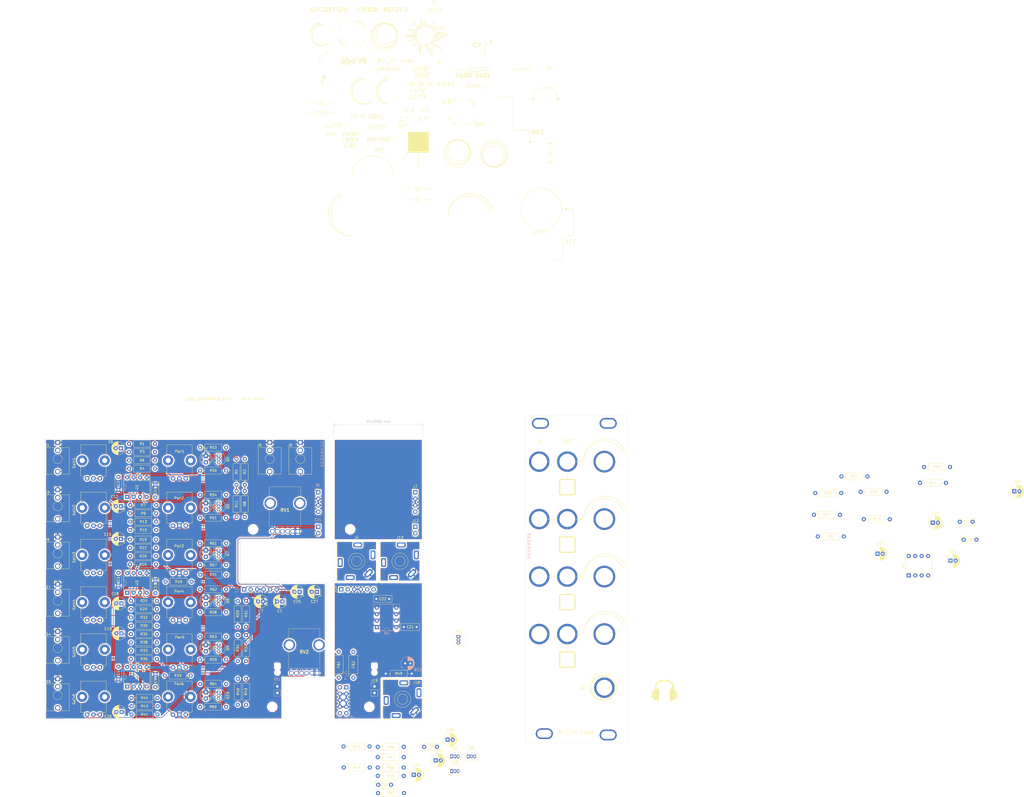
<source format=kicad_pcb>
(kicad_pcb (version 20211014) (generator pcbnew)
  (layers (0 "F.Cu" signal) (31 "B.Cu" signal) (34 "B.Paste" user) (35 "F.Paste" user) (36 "B.SilkS" user "B.Silkscreen") (37 "F.SilkS" user "F.Silkscreen") (38 "B.Mask" user) (39 "F.Mask" user) (44 "Edge.Cuts" user))
  (net 0 "")
  (net 1 "GND")
  (net 2 "+12V")
  (net 3 "-12V")
  (net 4 "In1")
  (net 5 "Net-(C13-Pad1)")
  (net 6 "Net-(C14-Pad1)")
  (net 7 "Net-(C14-Pad2)")
  (net 8 "/AmpL")
  (net 10 "In2")
  (net 11 "In3")
  (net 12 "Net-(C16-Pad1)")
  (net 13 "/AmpR")
  (net 14 "Net-(C17-Pad1)")
  (net 15 "Net-(C17-Pad2)")
  (net 16 "In4")
  (net 17 "In5")
  (net 18 "In6")
  (net 20 "Net-(Gain1-Pad1)")
  (net 21 "Net-(Gain1-Pad3)")
  (net 23 "Net-(Gain2-Pad1)")
  (net 24 "Net-(Gain2-Pad3)")
  (net 25 "Net-(Gain3-Pad1)")
  (net 26 "Net-(Gain3-Pad3)")
  (net 27 "Net-(Gain4-Pad1)")
  (net 28 "Net-(Gain4-Pad3)")
  (net 29 "Net-(Gain5-Pad1)")
  (net 31 "Net-(Gain5-Pad3)")
  (net 32 "Net-(Gain6-Pad1)")
  (net 33 "Net-(Gain6-Pad3)")
  (net 34 "L")
  (net 35 "R")
  (net 36 "Net-(FB1-Pad2)")
  (net 37 "Net-(FB2-Pad2)")
  (net 41 "Net-(C23-Pad1)")
  (net 42 "Net-(C23-Pad2)")
  (net 43 "Net-(Pan1-Pad1)")
  (net 44 "Net-(Pan1-Pad3)")
  (net 45 "Net-(Pan2-Pad1)")
  (net 46 "Net-(Pan2-Pad3)")
  (net 47 "Net-(Pan3-Pad1)")
  (net 48 "Net-(Pan3-Pad3)")
  (net 49 "Net-(Pan4-Pad1)")
  (net 50 "Net-(Pan4-Pad3)")
  (net 51 "Net-(Pan5-Pad1)")
  (net 52 "Net-(Pan5-Pad3)")
  (net 53 "Net-(Pan6-Pad1)")
  (net 54 "Net-(Pan6-Pad3)")
  (net 55 "Net-(R3-Pad1)")
  (net 56 "Net-(R13-Pad2)")
  (net 57 "Net-(R14-Pad2)")
  (net 58 "Net-(R19-Pad1)")
  (net 59 "Net-(R26-Pad2)")
  (net 60 "Net-(R29-Pad1)")
  (net 61 "Net-(R35-Pad1)")
  (net 62 "Net-(R41-Pad1)")
  (net 63 "Net-(C24-Pad1)")
  (net 64 "Net-(C25-Pad1)")
  (net 65 "/OutL")
  (net 66 "Net-(C26-Pad1)")
  (net 67 "Net-(C27-Pad1)")
  (net 69 "Net-(C28-Pad1)")
  (net 70 "Net-(C28-Pad2)")
  (net 71 "Net-(C29-Pad1)")
  (net 72 "Net-(C30-Pad1)")
  (net 73 "/Headphones Amp/Head-R")
  (net 74 "/Headphones Amp/Head-L")
  (net 75 "Net-(Q1-Pad2)")
  (net 76 "Net-(Q3-Pad2)")
  (net 77 "/OutR")
  (net 81 "Net-(D1-Pad2)")
  (net 82 "Net-(D2-Pad2)")
  (net 83 "Net-(D3-Pad2)")
  (net 84 "Net-(D4-Pad2)")
  (net 85 "Net-(D5-Pad2)")
  (net 86 "Net-(D6-Pad2)")
  (net 87 "Net-(Q4-Pad2)")
  (net 88 "Net-(Q4-Pad3)")
  (net 89 "Net-(Q5-Pad2)")
  (net 90 "Net-(Q5-Pad3)")
  (net 91 "Net-(Q7-Pad2)")
  (net 92 "Net-(Q7-Pad3)")
  (net 93 "Net-(Q8-Pad2)")
  (net 94 "Net-(Q8-Pad3)")
  (net 95 "Net-(Q9-Pad2)")
  (net 96 "Net-(Q9-Pad3)")
  (net 97 "Net-(Q10-Pad2)")
  (net 98 "Net-(Q10-Pad3)")
  (net 102 "/Headphones Amp/HeadAmpL")
  (net 103 "/Headphones Amp/HeadAmpR")
  (net 106 "Net-(C6-Pad1)")
  (net 107 "Net-(C12-Pad1)")
  (net 108 "Net-(C15-Pad1)")
  (net 109 "Net-(C18-Pad1)")
  (net 110 "Net-(C19-Pad1)")
  (net 111 "Net-(C20-Pad1)")
  (footprint "Resistor_THT:R_Axial_DIN0207_L6.3mm_D2.5mm_P10.16mm_Horizontal" (layer "F.Cu") (at 160.31 155.7)
    (fp_text reference "R47")
    (fp_text value "10k")
  )
  (footprint "Synth:Pot-bourns-alpha" (layer "F.Cu") (at 51.5 46.55 90)
    (fp_text reference "Gain1")
    (fp_text value "500k")
  )
  (footprint "Capacitor_THT:C_Disc_D7.0mm_W2.5mm_P5.00mm" (layer "F.Cu") (at 73.25 123.25 -90)
    (fp_text reference "C9")
    (fp_text value "100nF")
  )
  (footprint "Synth:PJ-629HAN" (layer "F.Cu") (at 152 79)
    (fp_text reference "J4")
    (fp_text value "OutL")
  )
  (footprint "Resistor_THT:R_Axial_DIN0207_L6.3mm_D2.5mm_P10.16mm_Horizontal" (layer "F.Cu") (at 74.08 139 180)
    (fp_text reference "R41")
    (fp_text value "100k")
  )
  (footprint "Resistor_THT:R_Axial_DIN0207_L6.3mm_D2.5mm_P10.16mm_Horizontal" (layer "F.Cu") (at 108.25 38.92 -90)
    (fp_text reference "R2")
    (fp_text value "47k")
  )
  (footprint "Resistor_THT:R_Axial_DIN0207_L6.3mm_D2.5mm_P10.16mm_Horizontal" (layer "F.Cu") (at 105 51.5 -90)
    (fp_text reference "R11")
    (fp_text value "47k")
  )
  (footprint "Resistor_THT:R_Axial_DIN0207_L6.3mm_D2.5mm_P10.16mm_Horizontal" (layer "F.Cu") (at 163.42 123)
    (fp_text reference "R49")
    (fp_text value "47R")
  )
  (footprint "Capacitor_THT:C_Disc_D7.0mm_W2.5mm_P5.00mm" (layer "F.Cu") (at 58.75 46 -90)
    (fp_text reference "C2")
    (fp_text value "100nF")
  )
  (footprint "Capacitor_THT:CP_Radial_D5.0mm_P2.00mm" (layer "F.Cu") (at 59.955112 95.5 180)
    (fp_text reference "C18")
    (fp_text value ".1µF")
  )
  (footprint "Connector_PinHeader_2.54mm:PinHeader_1x04_P2.54mm_Vertical" (layer "F.Cu") (at 175 52)
    (fp_text reference "J7")
    (fp_text value "Jack 3.5 Out")
  )
  (footprint "Package_TO_SOT_THT:TO-92_Inline" (layer "F.Cu") (at 191.89 108.48 -90)
    (fp_text reference "Q2")
    (fp_text value "BC558")
  )
  (footprint "Connector_PinHeader_2.54mm:PinHeader_1x06_P2.54mm_Vertical" (layer "F.Cu") (at 146 90 90)
    (fp_text reference "J15")
    (fp_text value "Headphone expander out")
  )
  (footprint "Capacitor_THT:CP_Radial_D5.0mm_P2.00mm" (layer "F.Cu") (at 122.955113 94.75 180)
    (fp_text reference "C1")
    (fp_text value "10µ")
  )
  (footprint "Capacitor_THT:CP_Radial_D5.0mm_P2.00mm" (layer "F.Cu") (at 60 138 180)
    (fp_text reference "C20")
    (fp_text value ".1µF")
  )
  (footprint "LED_THT:LED_D4.0mm" (layer "F.Cu") (at 93 56.225 -90)
    (fp_text reference "D2")
    (fp_text value "Signal")
  )
  (footprint "Resistor_THT:R_Axial_DIN0207_L6.3mm_D2.5mm_P10.16mm_Horizontal" (layer "F.Cu") (at 63.34 80.25)
    (fp_text reference "R15")
    (fp_text value "2k2")
  )
  (footprint "Connector_PinHeader_2.54mm:PinHeader_1x02_P2.54mm_Vertical" (layer "F.Cu") (at 175 65.5)
    (fp_text reference "J12")
    (fp_text value "Conn_01x02_Male")
  )
  (footprint "Resistor_THT:R_Axial_DIN0207_L6.3mm_D2.5mm_P10.16mm_Horizontal" (layer "F.Cu") (at 90.78 136)
    (fp_text reference "R60")
    (fp_text value "1k")
  )
  (footprint "Resistor_THT:R_Axial_DIN0207_L6.3mm_D2.5mm_P10.16mm_Horizontal" (layer "F.Cu") (at 90.78 62)
    (fp_text reference "R51")
    (fp_text value "1k")
  )
  (footprint "Inductor_THT:L_Axial_L7.0mm_D3.3mm_P10.16mm_Horizontal_Fastron_MICC" (layer "F.Cu") (at 145 114.42 -90)
    (fp_text reference "FB1")
    (fp_text value "10R")
  )
  (footprint "Synth:Pot-bourns-alpha" (layer "F.Cu") (at 85.14 102.05 90)
    (fp_text reference "Pan4")
    (fp_text value "50k")
  )
  (footprint "Synth:PTV1124420AA503" (layer "F.Cu") (at 121 67.275)
    (fp_text reference "RV1")
    (fp_text value "50k" hide)
  )
  (footprint "Capacitor_THT:CP_Radial_D5.0mm_P2.00mm" (layer "F.Cu") (at 115.455112 94.75 180)
    (fp_text reference "C7")
    (fp_text value "10µ")
  )
  (footprint "Resistor_THT:R_Axial_DIN0207_L6.3mm_D2.5mm_P10.16mm_Horizontal" (layer "F.Cu") (at 73.5 70.5 180)
    (fp_text reference "R19")
    (fp_text value "100k")
  )
  (footprint "Synth:Pot-bourns-alpha" (layer "F.Cu") (at 51.5 120.55 90)
    (fp_text reference "Gain5")
    (fp_text value "500k")
  )
  (footprint "Package_TO_SOT_THT:TO-92_Inline" (layer "F.Cu") (at 195.72 155.38)
    (fp_text reference "Q6")
    (fp_text value "BC558")
  )
  (footprint "Resistor_THT:R_Axial_DIN0207_L6.3mm_D2.5mm_P10.16mm_Horizontal" (layer "F.Cu") (at 331.57 52.3)
    (fp_text reference "R26")
    (fp_text value "100k")
  )
  (footprint "Resistor_THT:R_Axial_DIN0207_L6.3mm_D2.5mm_P10.16mm_Horizontal" (layer "F.Cu") (at 73.83 107.5 180)
    (fp_text reference "R35")
    (fp_text value "100k")
  )
  (footprint "Capacitor_THT:CP_Radial_D5.0mm_P2.00mm" (layer "F.Cu") (at 59.955112 107.25 180)
    (fp_text reference "C19")
    (fp_text value ".1µF")
  )
  (footprint "Capacitor_THT:C_Disc_D7.0mm_W2.5mm_P5.00mm" (layer "F.Cu") (at 73.25 49 -90)
    (fp_text reference "C11")
    (fp_text value "100nF")
  )
  (footprint "Synth:Pot-bourns-alpha" (layer "F.Cu") (at 51.5 65.05 90)
    (fp_text reference "Gain2")
    (fp_text value "500k")
  )
  (footprint "Synth:Pot-bourns-alpha" (layer "F.Cu") (at 85.14 83.55 90)
    (fp_text reference "Pan3")
    (fp_text value "50k")
  )
  (footprint "Resistor_THT:R_Axial_DIN0207_L6.3mm_D2.5mm_P10.16mm_Horizontal" (layer "F.Cu") (at 74.08 135.75 180)
    (fp_text reference "R42")
    (fp_text value "2k2")
  )
  (footprint "MountingHole:MountingHole_3.2mm_M3" (layer "F.Cu") (at 119 136)
    (fp_text reference "H2" hide)
    (fp_text value "SpacerHoles")
  )
  (footprint "Resistor_THT:R_Axial_DIN0207_L6.3mm_D2.5mm_P10.16mm_Horizontal" (layer "F.Cu") (at 146.92 151.5)
    (fp_text reference "R45")
    (fp_text value "560R")
  )
  (footprint "Resistor_THT:R_Axial_DIN0207_L6.3mm_D2.5mm_P10.16mm_Horizontal" (layer "F.Cu") (at 160.31 151.65)
    (fp_text reference "R46")
    (fp_text value "1k")
  )
  (footprint "Resistor_THT:R_Axial_DIN0207_L6.3mm_D2.5mm_P10.16mm_Horizontal" (layer "F.Cu") (at 63.42 57)
    (fp_text reference "R7")
    (fp_text value "2k2")
  )
  (footprint "Resistor_THT:R_Axial_DIN0207_L6.3mm_D2.5mm_P10.16mm_Horizontal" (layer "F.Cu") (at 90.78 127)
    (fp_text reference "R64")
    (fp_text value "100k")
  )
  (footprint "Capacitor_THT:CP_Radial_D5.0mm_P2.00mm" (layer "F.Cu") (at 377.564888 63.9)
    (fp_text reference "C16")
    (fp_text value "10µF")
  )
  (footprint "Synth:PJ-629HAN" (layer "F.Cu") (at 169 79)
    (fp_text reference "J10")
    (fp_text value "OutR")
  )
  (footprint "Capacitor_THT:CP_Radial_D5.0mm_P2.00mm" (layer "F.Cu") (at 355.944888 76.05)
    (fp_text reference "C17")
    (fp_text value "10µF")
  )
  (footprint "MountingHole:MountingHole_3.2mm_M3" (layer "F.Cu") (at 157 136)
    (fp_text reference "H4" hide)
    (fp_text value "SpacerHoles")
  )
  (footprint "Capacitor_THT:CP_Radial_D5.0mm_P2.00mm" (layer "F.Cu") (at 59.75 57.5 180)
    (fp_text reference "C12")
    (fp_text value ".1µF")
  )
  (footprint "Resistor_THT:R_Axial_DIN0207_L6.3mm_D2.5mm_P10.16mm_Horizontal" (layer "F.Cu") (at 108.75 125 -90)
    (fp_text reference "R43")
    (fp_text value "47k")
  )
  (footprint "Package_TO_SOT_THT:TO-92_Inline" (layer "F.Cu") (at 98 37.73 -90)
    (fp_text reference "Q4")
    (fp_text value "2N3904")
  )
  (footprint "Package_TO_SOT_THT:TO-92_Inline" (layer "F.Cu") (at 98 93.23 -90)
    (fp_text reference "Q8")
    (fp_text value "2N3904")
  )
  (footprint "Resistor_THT:R_Axial_DIN0207_L6.3mm_D2.5mm_P10.16mm_Horizontal" (layer "F.Cu") (at 90.78 43.5)
    (fp_text reference "R50")
    (fp_text value "1k")
  )
  (footprint "Capacitor_THT:CP_Radial_D5.0mm_P2.00mm" (layer "F.Cu") (at 187.609775 148.85)
    (fp_text reference "C29")
    (fp_text value "10µF")
  )
  (footprint "Capacitor_THT:C_Disc_D7.0mm_W2.5mm_P5.00mm" (layer "F.Cu") (at 388.15 63.55)
    (fp_text reference "C3")
    (fp_text value "100nF")
  )
  (footprint "Resistor_THT:R_Axial_DIN0207_L6.3mm_D2.5mm_P10.16mm_Horizontal" (layer "F.Cu") (at 374.170225 42.1)
    (fp_text reference "R18")
    (fp_text value "100k")
  )
  (footprint "Resistor_THT:R_Axial_DIN0207_L6.3mm_D2.5mm_P10.16mm_Horizontal" (layer "F.Cu") (at 350.57 62.55)
    (fp_text reference "R23")
    (fp_text value "470R")
  )
  (footprint "Resistor_THT:R_Axial_DIN0207_L6.3mm_D2.5mm_P10.16mm_Horizontal" (layer "F.Cu") (at 108.25 61.66 90)
    (fp_text reference "R8")
    (fp_text value "47k")
  )
  (footprint "Synth:Doepfer Mounting hole" (layer "F.Cu") (at 250.5 147)
    (fp_text reference "H7" hide)
    (fp_text value "MountingHole")
  )
  (footprint "Package_TO_SOT_THT:TO-92_Inline" (layer "F.Cu") (at 189.21 155.38)
    (fp_text reference "Q1")
    (fp_text value "BC548")
  )
  (footprint "Resistor_THT:R_Axial_DIN0207_L6.3mm_D2.5mm_P10.16mm_Horizontal" (layer "F.Cu") (at 170.47 163 180)
    (fp_text reference "R55")
    (fp_text value "1k")
  )
  (footprint "LED_THT:LED_D4.0mm" (layer "F.Cu") (at 93 130.225 -90)
    (fp_text reference "D6")
    (fp_text value "Signal")
  )
  (footprint "Package_TO_SOT_THT:TO-92_Inline" (layer "F.Cu") (at 189.21 161.17)
    (fp_text reference "Q3")
    (fp_text value "BC548")
  )
  (footprint "Resistor_THT:R_Axial_DIN0207_L6.3mm_D2.5mm_P10.16mm_Horizontal" (layer "F.Cu") (at 90.78 117.5)
    (fp_text reference "R59")
    (fp_text value "1k")
  )
  (footprint "Capacitor_THT:CP_Radial_D5.0mm_P2.00mm" (layer "F.Cu") (at 384.5 78.75)
    (fp_text reference "C14")
    (fp_text value "10µF")
  )
  (footprint "Resistor_THT:R_Axial_DIN0207_L6.3mm_D2.5mm_P10.16mm_Horizontal" (layer "F.Cu") (at 341.82 45.8)
    (fp_text reference "R12")
    (fp_text value "470R")
  )
  (footprint "Synth:Thonkiconn" (layer "F.Cu") (at 35 88)
    (fp_text reference "J11")
    (fp_text value "In")
  )
  (footprint "Resistor_THT:R_Axial_DIN0207_L6.3mm_D2.5mm_P10.16mm_Horizontal" (layer "F.Cu") (at 90.78 108.5)
    (fp_text reference "R63")
    (fp_text value "100k")
  )
  (footprint "LED_THT:LED_D4.0mm" (layer "F.Cu") (at 93 111.725 -90)
    (fp_text reference "D5")
    (fp_text value "Signal")
  )
  (footprint "Resistor_THT:R_Axial_DIN0207_L6.3mm_D2.5mm_P10.16mm_Horizontal" (layer "F.Cu") (at 105 49.08 90)
    (fp_text reference "R5")
    (fp_text value "47k")
  )
  (footprint "Resistor_THT:R_Axial_DIN0207_L6.3mm_D2.5mm_P10.16mm_Horizontal" (layer "F.Cu") (at 90.78 80.5)
    (fp_text reference "R57")
    (fp_text value "1k")
  )
  (footprint "Package_DIP:DIP-8_W7.62mm_Socket" (layer "F.Cu") (at 62.2 128.05 90)
    (fp_text reference "U4")
    (fp_text value "TL072")
  )
  (footprint "Resistor_THT:R_Axial_DIN0207_L6.3mm_D2.5mm_P10.16mm_Horizontal" (layer "F.Cu") (at 170.58 169.75 180)
    (fp_text reference "R52")
    (fp_text value "560R")
  )
  (footprint "Capacitor_THT:CP_Radial_D5.0mm_P2.00mm" (layer "F.Cu") (at 136.455113 91 180)
    (fp_text reference "C27")
    (fp_text value "1µF")
  )
  (footprint "Synth:Pot-bourns-alpha" (layer "F.Cu") (at 51.5 83.55 90)
    (fp_text reference "Gain3")
    (fp_text value "500k")
  )
  (footprint "Resistor_THT:R_Axial_DIN0207_L6.3mm_D2.5mm_P10.16mm_Horizontal" (layer "F.Cu") (at 160.31 159.75)
    (fp_text reference "R56")
    (fp_text value "10k")
  )
  (footprint "Capacitor_THT:C_Disc_D7.0mm_W2.5mm_P5.00mm" (layer "F.Cu") (at 389.65 70.55)
    (fp_text reference "C8")
    (fp_text value "100nF")
  )
  (footprint "Resistor_THT:R_Axial_DIN0207_L6.3mm_D2.5mm_P10.16mm_Horizontal" (layer "F.Cu") (at 90.78 53)
    (fp_text reference "R54")
    (fp_text value "100k")
  )
  (footprint "Resistor_THT:R_Axial_DIN0207_L6.3mm_D2.5mm_P10.16mm_Horizontal" (layer "F.Cu") (at 73.08 36.25 180)
    (fp_text reference "R3")
    (fp_text value "100k")
  )
  (footprint "Package_DIP:DIP-8_W7.62mm_Socket" (layer "F.Cu") (at 368.15 84.55 90)
    (fp_text reference "U2")
    (fp_text value "TL072")
  )
  (footprint "Synth:Thonkiconn" (layer "F.Cu") (at 130 32.5)
    (fp_text reference "J9")
    (fp_text value "OutR")
  )
  (footprint "Capacitor_THT:C_Disc_D7.0mm_W2.5mm_P5.00mm" (layer "F.Cu") (at 160.5 166.5)
    (fp_text reference "C30")
    (fp_text value "470pF")
  )
  (footprint "Synth:PTV1124420AA503" (layer "F.Cu") (at 128.5 122.775)
    (fp_text reference "RV2")
    (fp_text value "50k" hide)
  )
  (footprint "Synth:Pot-bourns-alpha" (layer "F.Cu") (at 51.5 102.05 90)
    (fp_text reference "Gain4")
    (fp_text value "500k")
  )
  (footprint "Resistor_THT:R_Axial_DIN0207_L6.3mm_D2.5mm_P10.16mm_Horizontal" (layer "F.Cu") (at 90.78 72)
    (fp_text reference "R61")
    (fp_text value "100k")
  )
  (footprint "Resistor_THT:R_Axial_DIN0207_L6.3mm_D2.5mm_P10.16mm_Horizontal" (layer "F.Cu") (at 101 84.25 180)
    (fp_text reference "R21")
    (fp_text value "47k")
  )
  (footprint "Resistor_THT:R_Axial_DIN0207_L6.3mm_D2.5mm_P10.16mm_Horizontal" (layer "F.Cu") (at 77.25 87)
    (fp_text reference "R16")
    (fp_text value "47k")
  )
  (footprint "Capacitor_THT:C_Disc_D7.0mm_W2.5mm_P5.00mm" (layer "F.Cu") (at 58.75 120.25 -90)
    (fp_text reference "C4")
    (fp_text value "100nF")
  )
  (footprint "Synth:Doepfer Mounting hole" (layer "F.Cu") (at 225.5 146.5)
    (fp_text reference "H1" hide)
    (fp_text value "MountingHole")
  )
  (footprint "Synth:Thonkiconn" (layer "F.Cu") (at 35 32.5)
    (fp_text reference "J1")
    (fp_text value "In")
  )
  (footprint "Resistor_THT:R_Axial_DIN0207_L6.3mm_D2.5mm_P10.16mm_Horizontal" (layer "F.Cu") (at 108.75 94.5 -90)
    (fp_text reference "R31")
    (fp_text value "47k")
  )
  (footprint "Resistor_THT:R_Axial_DIN0207_L6.3mm_D2.5mm_P10.16mm_Horizontal" (layer "F.Cu") (at 63.67 110.75)
    (fp_text reference "R38")
    (fp_text value "10k")
  )
  (footprint "Resistor_THT:R_Axial_DIN0207_L6.3mm_D2.5mm_P10.16mm_Horizontal" (layer "F.Cu") (at 73.83 117.25 180)
    (fp_text reference "R36")
    (fp_text value "2k2")
  )
  (footprint "Resistor_THT:R_Axial_DIN0207_L6.3mm_D2.5mm_P10.16mm_Horizontal" (layer "F.Cu") (at 63.42 63.5)
    (fp_text reference "R13")
    (fp_text value "10k")
  )
  (footprint "Synth:Pot-bourns-alpha" (layer "F.Cu") (at 85.14 120.55 90)
    (fp_text reference "Pan5")
    (fp_text value "50k")
  )
  (footprint "Capacitor_THT:CP_Radial_D5.0mm_P2.00mm" (layer "F.Cu") (at 182.959775 156.95)
    (fp_text reference "C24")
    (fp_text value "10µF")
  )
  (footprint "Resistor_THT:R_Axial_DIN0207_L6.3mm_D2.5mm_P10.16mm_Horizontal" (layer "F.Cu") (at 108.75 107.92 -90)
    (fp_text reference "R37")
    (fp_text value "47k")
  )
  (footprint "Capacitor_THT:CP_Radial_D5.0mm_P2.00mm" (layer "F.Cu") (at 59.705113 34.75 180)
    (fp_text reference "C6")
    (fp_text value ".1µF")
  )
  (footprint "Resistor_THT:R_Axial_DIN0207_L6.3mm_D2.5mm_P10.16mm_Horizontal" (layer "F.Cu") (at 147 159.75)
    (fp_text reference "R48")
    (fp_text value "47R")
  )
  (footprint "Resistor_THT:R_Axial_DIN0207_L6.3mm_D2.5mm_P10.16mm_Horizontal" (layer "F.Cu") (at 372.57 48.3)
    (fp_text reference "R14")
    (fp_text value "100k")
  )
  (footprint "Resistor_THT:R_Axial_DIN0207_L6.3mm_D2.5mm_P10.16mm_Horizontal" (layer "F.Cu") (at 63.34 73.75)
    (fp_text reference "R22")
    (fp_text value "10k")
  )
  (footprint "Capacitor_THT:CP_Radial_D5.0mm_P2.00mm" (layer "F.Cu") (at 59.75 70.25 180)
    (fp_text reference "C15")
    (fp_text value ".1µF")
  )
  (footprint "Resistor_THT:R_Axial_DIN0207_L6.3mm_D2.5mm_P10.16mm_Horizontal" (layer "F.Cu") (at 63.67 114)
    (fp_text reference "R33")
    (fp_text value "2k2")
  )
  (footprint "Capacitor_THT:CP_Radial_D5.0mm_P2.00mm" (layer "F.Cu") (at 129.705113 91 180)
    (fp_text reference "C25")
    (fp_text value "1µF")
  )
  (footprint "Synth:Doepfer Mounting hole" (layer "F.Cu") (at 250.5 25)
    (fp_text reference "H3" hide)
    (fp_text value "MountingHole")
  )
  (footprint "Synth:Thonkiconn" (layer "F.Cu") (at 35 125)
    (fp_text reference "J16")
    (fp_text value "In")
  )
  (footprint "Resistor_THT:R_Axial_DIN0207_L6.3mm_D2.5mm_P10.16mm_Horizontal" (layer "F.Cu") (at 105.5 118.08 90)
    (fp_text reference "R34")
    (fp_text value "47k")
  )
  (footprint "Resistor_THT:R_Axial_DIN0207_L6.3mm_D2.5mm_P10.16mm_Horizontal" (layer "F.Cu") (at 76.92 123.75)
    (fp_text reference "R39")
    (fp_text value "2k2")
  )
  (footprint "Resistor_THT:R_Axial_DIN0207_L6.3mm_D2.5mm_P10.16mm_Horizontal" (layer "F.Cu") (at 63.92 132.5)
    (fp_text reference "R44")
    (fp_text value "10k")
  )
  (footprint "Resistor_THT:R_Axial_DIN0207_L6.3mm_D2.5mm_P10.16mm_Horizontal" (layer "F.Cu") (at 332.57 69.3)
    (fp_text reference "R27")
    (fp_text value "100k")
  )
  (footprint "Resistor_THT:R_Axial_DIN0207_L6.3mm_D2.5mm_P10.16mm_Horizontal" (layer "F.Cu") (at 63.67 101)
    (fp_text reference "R32")
    (fp_text value "10k")
  )
  (footprint "Synth:Pot-bourns-alpha" (layer "F.Cu") (at 85.14 65.05 90)
    (fp_text reference "Pan2")
    (fp_text value "50k")
  )
  (footprint "Synth:Pot-bourns-alpha" (layer "F.Cu") (at 51.5 139.05 90)
    (fp_text reference "Gain6")
    (fp_text value "500k")
  )
  (footprint "Inductor_THT:L_Axial_L7.0mm_D3.3mm_P10.16mm_Horizontal_Fastron_MICC" (layer "F.Cu") (at 150.75 114.42 -90)
    (fp_text reference "FB2")
    (fp_text value "10R")
  )
  (footprint "Resistor_THT:R_Axial_DIN0207_L6.3mm_D2.5mm_P10.16mm_Horizontal" (layer "F.Cu") (at 73.83 104.25 180)
    (fp_text reference "R30")
    (fp_text value "2k2")
  )
  (footprint "Capacitor_THT:CP_Radial_D5.0mm_P2.00mm" (layer "F.Cu") (at 174.409775 162.6)
    (fp_text reference "C23")
    (fp_text value "10µF")
  )
  (footprint "Resistor_THT:R_Axial_DIN0207_L6.3mm_D2.5mm_P10.16mm_Horizontal" (layer "F.Cu") (at 73.5 77 180)
    (fp_text reference "R20")
    (fp_text value "2k2")
  )
  (footprint "Capacitor_THT:C_Disc_D7.0mm_W2.5mm_P5.00mm" (layer "F.Cu") (at 58.75 83.5 -90)
    (fp_text reference "C5")
    (fp_text value "100nF")
  )
  (footprint "LOGO" (layer "F.Cu") (at 272.5 129.5)
    (fp_text reference "G***" hide)
    (fp_text value "LOGO" hide)
  )
  (footprint "MountingHole:MountingHole_3.2mm_M3" (layer "F.Cu") (at 111.5 66.5)
    (fp_text reference "H6" hide)
    (fp_text value "SpacerHoles")
  )
  (footprint "Resistor_THT:R_Axial_DIN0207_L6.3mm_D2.5mm_P10.16mm_Horizontal" (layer "F.Cu") (at 73.83 97.75 180)
    (fp_text reference "R29")
    (fp_text value "100k")
  )
  (footprint "Synth:Thonkiconn" (layer "F.Cu") (at 35 69.5)
    (fp_text reference "J6")
    (fp_text value "In")
  )
  (footprint "Capacitor_THT:C_Disc_D7.0mm_W2.5mm_P5.00mm" (layer "F.Cu") (at 159.75 93.75)
    (fp_text reference "C22")
    (fp_text value "100nF")
  )
  (footprint "Package_TO_SOT_THT:TO-92_Inline" (layer "F.Cu") (at 98 130.23 -90)
    (fp_text reference "Q10")
    (fp_text value "2N3904")
  )
  (footprint "Resistor_THT:R_Axial_DIN0207_L6.3mm_D2.5mm_P10.16mm_Horizontal" (layer "F.Cu") (at 62.92 33)
    (fp_text reference "R1")
    (fp_text value "2k2")
  )
  (footprint "Resistor_THT:R_Axial_DIN0207_L6.3mm_D2.5mm_P10.16mm_Horizontal" (layer "F.Cu") (at 62.92 39.5)
    (fp_text reference "R6")
    (fp_text value "10k")
  )
  (footprint "Capacitor_THT:C_Disc_D7.0mm_W2.5mm_P5.00mm" (layer "F.Cu") (at 170.5 104.75)
    (fp_text reference "C21")
    (fp_text value "100nF")
  )
  (footprint "LED_THT:LED_D4.0mm" (layer "F.Cu") (at 93 74.725 -90)
    (fp_text reference "D3")
    (fp_text value "Signal")
  )
  (footprint "Resistor_THT:R_Axial_DIN0207_L6.3mm_D2.5mm_P10.16mm_Horizontal" (layer "F.Cu") (at 349.32 51.8)
    (fp_text reference "R28")
    (fp_text value "100k")
  )
  (footprint "Synth:Thonkiconn" (layer "F.Cu") (at 35 51)
    (fp_text reference "J3")
    (fp_text value "In")
  )
  (footprint "Package_DIP:DIP-8_W7.62mm_Socket" (layer "F.Cu") (at 62.2 91.3 90)
    (fp_text reference "U3")
    (fp_text value "TL072")
  )
  (footprint "MountingHole:MountingHole_3.2mm_M3" (layer "F.Cu") (at 149.5 66.5)
    (fp_text reference "H8" hide)
    (fp_text value "SpacerHoles")
  )
  (footprint "LED_THT:LED_D4.0mm" (layer "F.Cu") (at 93 37.73 -90)
    (fp_text reference "D1")
    (fp_text value "Signal")
  )
  (footprint "Resistor_THT:R_Axial_DIN0207_L6.3mm_D2.5mm_P10.16mm_Horizontal" (layer "F.Cu") (at 90.78 99)
    (fp_text reference "R58")
    (fp_text value "1k")
  )
  (footprint "Resistor_THT:R_Axial_DIN0207_L6.3mm_D2.5mm_P10.16mm_Horizontal" (layer "F.Cu") (at 73.58 60.25 180)
    (fp_text reference "R9")
    (fp_text value "100k")
  )
  (footprint "Resistor_THT:R_Axial_DIN0207_L6.3mm_D2.5mm_P10.16mm_Horizontal" (layer "F.Cu") (at 73.58 66.75 180)
    (fp_text reference "R10")
    (fp_text value "2k2")
  )
  (footprint "Resistor_THT:R_Axial_DIN0207_L6.3mm_D2.5mm_P10.16mm_Horizontal" (layer "F.Cu") (at 331.07 60.8)
    (fp_text reference "R17")
    (fp_text value "100k")
  )
  (footprint "Resistor_THT:R_Axial_DIN0207_L6.3mm_D2.5mm_P10.16mm_Horizontal" (layer "F.Cu") (at 90.78 34.5)
    (fp_text reference "R53")
    (fp_text value "100k")
  )
  (footprint "Capacitor_THT:CP_Radial_D5.0mm_P2.00mm" (layer "F.Cu") (at 409.51 51.6)
    (fp_text reference "C13")
    (fp_text value "10µF")
  )
  (footprint "Synth:Doepfer Mounting hole" (layer "F.Cu") (at 224 25)
    (fp_text reference "H5" hide)
    (fp_text value "MountingHole")
  )
  (footprint "Resistor_THT:R_Axial_DIN0207_L6.3mm_D2.5mm_P10.16mm_Horizontal" (layer "F.Cu") (at 105.5 104.66 90)
    (fp_text reference "R25")
    (fp_text value "47k")
  )
  (footprint "Package_TO_SOT_THT:TO-92_Inline" (layer "F.Cu") (at 98 74.73 -90)
    (fp_text reference "Q7")
    (fp_text value "2N3904")
  )
  (footprint "Synth:Pot-bourns-alpha" (layer "F.Cu") (at 85.14 46.55 90)
    (fp_text reference "Pan1")
    (fp_text value "50k")
  )
  (footprint "Capacitor_THT:C_Disc_D7.0mm_W2.5mm_P5.00mm" (layer "F.Cu") (at 73.25 86.5 -90)
    (fp_text reference "C10")
    (fp_text value "100nF")
  )
  (footprint "Resistor_THT:R_Axial_DIN0207_L6.3mm_D2.5mm_P10.16mm_Horizontal" (layer "F.Cu") (at 73.08 42.75 180)
    (fp_text reference "R4")
    (fp_text value "2k2")
  )
  (footprint "Synth:Thonkiconn" (layer "F.Cu") (at 35 106.5)
    (fp_text reference "J14")
    (fp_text value "In")
  )
  (footprint "Connector_PinHeader_2.54mm:PinHeader_1x02_P2.54mm_Vertical" (layer "F.Cu") (at 159 128)
    (fp_text reference "J19")
    (fp_text value "Conn_01x02_Male")
  )
  (footprint "Capacitor_THT:C_Disc_D7.0mm_W2.5mm_P5.00mm" (layer "F.Cu") (at 178.47 151.65)
    (fp_text reference "C26")
    (fp_text value "470pF")
  )
  (footprint "Synth:Thonkiconn" (layer "F.Cu") (at 118 32.5)
    (fp_text reference "J5")
    (fp_text value "OutL")
  )
  (footprint "Synth:PJ-629HAN" (layer "F.Cu") (at 170 133)
    (fp_text reference "J18")
    (fp_text value "OutHeadStereo")
  )
  (footprint "Synth:Pot-bourns-alpha" (layer "F.Cu") (at 85.14 139.05 90)
    (fp_text reference "Pan6")
    (fp_text value "50k")
  )
  (footprint "Resistor_THT:R_Axial_DIN0207_L6.3mm_D2.5mm_P10.16mm_Horizontal" (layer "F.Cu") (at 63.67 94.5)
    (fp_text reference "R24")
    (fp_text value "2k2")
  )
  (footprint "Resistor_THT:R_Axial_DIN0207_L6.3mm_D2.5mm_P10.16mm_Horizontal" (layer "F.Cu") (at 105.5 135.16 90)
    (fp_text reference "R40")
    (fp_text value "47k")
  )
  (footprint "Resistor_THT:R_Axial_DIN0207_L6.3mm_D2.5mm_P10.16mm_Horizontal" (layer "F.Cu") (at 90.78 90)
    (fp_text reference "R62")
    (fp_text value "100k")
  )
  (footprint "Package_TO_SOT_THT:TO-92_Inline" (layer "F.Cu") (at 98 56.23 -90)
    (fp_text reference "Q5")
    (fp_text value "2N3904")
  )
  (footprint "Package_TO_SOT_THT:TO-92_Inline" (layer "F.Cu") (at 98 111.73 -90)
    (fp_text reference "Q9")
    (fp_text value "2N3904")
  )
  (footprint "Package_DIP:DIP-8_W7.62mm_Socket" (layer "F.Cu") (at 62.2 53.8 90)
    (fp_text reference "U1")
    (fp_text value "TL072")
  )
  (footprint "LED_THT:LED_D4.0mm" (layer "F.Cu") (at 93 93.225 -90)
    (fp_text reference "D4")
    (fp_text value "Signal")
  )
  (footprint "Connector_PinSocket_2.54mm:PinSocket_1x02_P2.54mm_Vertical" (layer "B.Cu") (at 137 65.5 180)
    (fp_text reference "J13")
    (fp_text value "Conn_01x02_Female")
  )
  (footprint "Connector_PinSocket_2.54mm:PinSocket_1x06_P2.54mm_Vertical" (layer "B.Cu") (at 108 90.025 -90)
    (fp_text reference "J17")
    (fp_text value "Headphone Expander In")
  )
  (footprint "Connector_PinSocket_2.54mm:PinSocket_1x04_P2.54mm_Vertical" (layer "B.Cu") (at 137 52 180)
    (fp_text reference "J8")
    (fp_text value "Jack 3.5 Out")
  )
  (footprint "Capacitor_THT:CP_Radial_D5.0mm_P2.00mm" (layer "B.Cu") (at 171.044888 119)
    (fp_text reference "C28")
    (fp_text value "10µF")
  )
  (footprint "Connector_PinHeader_2.54mm:PinHeader_2x05_P2.54mm_Vertical" (layer "B.Cu") (at 148 128.34 180)
    (fp_text reference "J2")
    (fp_text value "Power Input")
  )
  (footprint "Package_DIP:DIP-8_W7.62mm_Socket" (layer "B.Cu") (at 159.95 104.8)
    (fp_text reference "U5")
    (fp_text value "TL072")
  )
  (footprint "Connector_PinSocket_2.54mm:PinSocket_1x02_P2.54mm_Vertical" (layer "B.Cu") (at 121 128 180)
    (fp_text reference "J20")
    (fp_text value "Conn_01x02_Female")
  )
  (gr_line (start 147.45 122.3) (end 148.25 122.3) (layer "B.SilkS") (width 0.12))
  (gr_line (start 148.85 122.3) (end 149.15 122.6) (layer "B.SilkS") (width 0.12))
  (gr_line (start 145.95 122.2) (end 145.85 122.2) (layer "B.SilkS") (width 0.12))
  (gr_line (start 147.45 123.1) (end 147.45 122.3) (layer "B.SilkS") (width 0.12))
  (gr_line (start 145.85 122.2) (end 145.85 123.9) (layer "B.SilkS") (width 0.12))
  (gr_line (start 150.05 123.2) (end 150.65 123.2) (layer "B.SilkS") (width 0.12))
  (gr_line (start 148.25 123.9) (end 148.25 123.1) (layer "B.SilkS") (width 0.12))
  (gr_line (start 148.85 123.9) (end 149.05 123.9) (layer "B.SilkS") (width 0.12))
  (gr_line (start 146.75 122.2) (end 146.65 122.2) (layer "B.SilkS") (width 0.12))
  (gr_line (start 148.25 123.1) (end 147.45 123.1) (layer "B.SilkS") (width 0.12))
  (gr_line (start 145.85 123.9) (end 146.65 122.2) (layer "B.SilkS") (width 0.12))
  (gr_poly (pts (xy 147.65 125.3) (xy 148.05 125.1) (xy 147.25 125.1)) (layer "B.SilkS") (width 0.12) (fill solid))
  (gr_line (start 148.65 123.9) (end 148.85 123.9) (layer "B.SilkS") (width 0.12))
  (gr_line (start 148.85 123.9) (end 148.85 122.3) (layer "B.SilkS") (width 0.12))
  (gr_line (start 150.35 123.5) (end 150.35 122.9) (layer "B.SilkS") (width 0.12))
  (gr_line (start 147.45 123.9) (end 148.25 123.9) (layer "B.SilkS") (width 0.12))
  (gr_line (start 147.65 124.3) (end 147.65 125.3) (layer "B.SilkS") (width 0.12))
  (gr_line (start 232.9 145.3) (end 232.9 146.7) (layer "F.SilkS") (width 0.12))
  (gr_line (start 234.1 146.7) (end 235.3 146.7) (layer "F.SilkS") (width 0.12))
  (gr_line (start 231.3 146.7) (end 232.3 146.1) (layer "F.SilkS") (width 0.12))
  (gr_line (start 232.3 146.1) (end 231.3 145.7) (layer "F.SilkS") (width 0.12))
  (gr_line (start 232.9 146.7) (end 233.5 146.7) (layer "F.SilkS") (width 0.12))
  (gr_line (start 234.5 144.5) (end 235.3 144.5) (layer "F.SilkS") (width 0.12))
  (gr_line (start 235.9 146.7) (end 236.7 146.7) (layer "F.SilkS") (width 0.12))
  (gr_line (start 237.3 144.9) (end 238.7 145.3) (layer "F.SilkS") (width 0.12))
  (gr_line (start 234.1 144.9) (end 234.1 146.7) (layer "F.SilkS") (width 0.12))
  (gr_line (start 234.1 145.5) (end 234.5 145.5) (layer "F.SilkS") (width 0.12))
  (gr_line (start 235.9 145.5) (end 235.9 146.7) (layer "F.SilkS") (width 0.12))
  (gr_line (start 237.1 146.5) (end 237.3 146.7) (layer "F.SilkS") (width 0.12))
  (gr_line (start 235.9 145.5) (end 236.7 145.5) (layer "F.SilkS") (width 0.12))
  (gr_line (start 237.3 146.7) (end 237.3 146.5) (layer "F.SilkS") (width 0.12))
  (gr_line (start 237.3 144.9) (end 237.3 146.7) (layer "F.SilkS") (width 0.12))
  (gr_line (start 238.7 145.3) (end 237.3 145.7) (layer "F.SilkS") (width 0.12))
  (gr_line (start 235.9 146.1) (end 236.1 146.1) (layer "F.SilkS") (width 0.12))
  (gr_line (start 231.3 145.7) (end 232.3 145.3) (layer "F.SilkS") (width 0.12))
  (gr_line (start 237.3 146.7) (end 237.5 146.5) (layer "F.SilkS") (width 0.12))
  (gr_line (start 231.3 144.9) (end 231.3 146.7) (layer "F.SilkS") (width 0.12))
  (gr_line (start 232.3 145.3) (end 231.3 144.9) (layer "F.SilkS") (width 0.12))
  (gr_line (start 244.1 145.5) (end 243.9 145.5) (layer "F.SilkS") (width 0.12))
  (gr_line (start 239.7 146.7) (end 239.7 146.5) (layer "F.SilkS") (width 0.12))
  (gr_line (start 241.1 145.5) (end 241.1 146.7) (layer "F.SilkS") (width 0.12))
  (gr_line (start 242.3 145.5) (end 241.9 146.7) (layer "F.SilkS") (width 0.12))
  (gr_line (start 241.9 146.7) (end 243.1 145.5) (layer "F.SilkS") (width 0.12))
  (gr_line (start 244.5 145.5) (end 243.9 146.7) (layer "F.SilkS") (width 0.12))
  (gr_line (start 244.5 145.5) (end 244.9 146.3) (layer "F.SilkS") (width 0.12))
  (gr_line (start 240.7 145.5) (end 240.7 145.7) (layer "F.SilkS") (width 0.12))
  (gr_line (start 232.9 145.3) (end 232.7 145.5) (layer "F.SilkS") (width 0.12))
  (gr_line (start 232.9 145.3) (end 233.1 145.5) (layer "F.SilkS") (width 0.12))
  (gr_line (start 243.5 145.5) (end 243.3 146.7) (layer "F.SilkS") (width 0.12))
  (gr_arc (start 234.1 144.9) (mid 234.217157 144.617157) (end 234.5 144.5) (layer "F.SilkS") (width 0.12))
  (gr_line (start 240.5 146.3) (end 239.7 146.7) (layer "F.SilkS") (width 0.12))
  (gr_line (start 235.3 146.7) (end 235.1 146.5) (layer "F.SilkS") (width 0.12))
  (gr_line (start 235.3 146.7) (end 235.1 146.9) (layer "F.SilkS") (width 0.12))
  (gr_line (start 239.7 145.7) (end 240.5 146.3) (layer "F.SilkS") (width 0.12))
  (gr_line (start 241.9 145.5) (end 241.1 145.5) (layer "F.SilkS") (width 0.12))
  (gr_line (start 243.3 146.7) (end 244.1 145.5) (layer "F.SilkS") (width 0.12))
  (gr_line (start 243.5 145.5) (end 242.7 146.7) (layer "F.SilkS") (width 0.12))
  (gr_line (start 242.3 145.5) (end 242.1 145.5) (layer "F.SilkS") (width 0.12))
  (gr_line (start 242.7 146.7) (end 242.9 146.7) (layer "F.SilkS") (width 0.12))
  (gr_line (start 243.1 145.5) (end 242.9 145.5) (layer "F.SilkS") (width 0.12))
  (gr_line (start 241.1 146.7) (end 241.9 145.5) (layer "F.SilkS") (width 0.12))
  (gr_line (start 243.9 146.7) (end 244.9 146.3) (layer "F.SilkS") (width 0.12))
  (gr_line (start 240.7 145.5) (end 239.7 145.7) (layer "F.SilkS") (width 0.12))
  (gr_line (start 234.5 43.5) (end 234.5 47) (layer "F.SilkS") (width 0.12))
  (gr_line (start 241.55 127.65) (end 242.25 127.65) (layer "F.SilkS") (width 0.12))
  (gr_line (start 239.95 129.35) (end 239.45 127.65) (layer "F.SilkS") (width 0.12))
  (gr_line (start 239.45 127.65) (end 240.35 127.65) (layer "F.SilkS") (width 0.12))
  (gr_line (start 240.65 127.65) (end 240.35 129.35) (layer "F.SilkS") (width 0.12))
  (gr_line (start 240.35 129.35) (end 241.35 127.65) (layer "F.SilkS") (width 0.12))
  (gr_line (start 240.35 127.65) (end 239.95 129.35) (layer "F.SilkS") (width 0.12))
  (gr_line (start 241.95 127.65) (end 240.95 129.35) (layer "F.SilkS") (width 0.12))
  (gr_circle (center 248.5 128) (end 246.5 123) (layer "F.SilkS") (width 0.12) (fill none))
  (gr_circle (center 248.5 128.5) (end 246.7 123.9) (layer "F.SilkS") (width 0.12) (fill none))
  (gr_circle (center 248.5 128.5) (end 245.5 124.9) (layer "F.SilkS") (width 0.12) (fill none))
  (gr_circle (center 249 128.5) (end 246 125) (layer "F.SilkS") (width 0.12) (fill none))
  (gr_line (start 223.3 31.3) (end 223.1 31.4) (layer "F.SilkS") (width 0.12))
  (gr_line (start 223.2 33) (end 224 31.3) (layer "F.SilkS") (width 0.12))
  (gr_line (start 223.2 33) (end 223.1 33) (layer "F.SilkS") (width 0.12))
  (gr_line (start 224 31.3) (end 224 33) (layer "F.SilkS") (width 0.12))
  (gr_line (start 223.3 31.3) (end 223.4 31.5) (layer "F.SilkS") (width 0.12))
  (gr_line (start 224 33) (end 224.8 31.3) (layer "F.SilkS") (width 0.12))
  (gr_line (start 222.5 33) (end 223.3 31.3) (layer "F.SilkS") (width 0.12))
  (gr_line (start 224.8 31.3) (end 224.7 31.3) (layer "F.SilkS") (width 0.12))
  (gr_line (start 174.197299 -105.111568) (end 173.497299 -106.211568) (layer "F.SilkS") (width 0.12))
  (gr_circle (center 227.847299 -80.861568) (end 228.347299 -80.861568) (layer "F.SilkS") (width 0.15) (fill none))
  (gr_line (start 252.455151 32.854115) (end 252.841985 31.599148) (layer "F.SilkS") (width 0.12))
  (gr_line (start 162.797299 -113.711568) (end 162.697299 -113.811568) (layer "F.SilkS") (width 0.12))
  (gr_line (start 234.047299 -58.861568) (end 236.460688 -58.861568) (layer "F.SilkS") (width 0.12))
  (gr_line (start 162.847299 -86.161568) (end 162.547299 -86.161568) (layer "F.SilkS") (width 0.12))
  (gr_line (start 223.397299 -88.311568) (end 223.497299 -88.111568) (layer "F.SilkS") (width 0.12))
  (gr_line (start 165.997299 -137.811568) (end 165.497299 -137.811568) (layer "F.SilkS") (width 0.12))
  (gr_arc (start 240.841985 107.599148) (mid 247.181462 99.795826) (end 256.281985 104.069148) (layer "F.SilkS") (width 0.12))
  (gr_line (start 242.65 127.65) (end 242.55 127.85) (layer "F.SilkS") (width 0.12))
  (gr_line (start 165.097299 -137.611568) (end 164.397299 -137.611568) (layer "F.SilkS") (width 0.12))
  (gr_line (start 145.997299 -136.811568) (end 145.597299 -136.811568) (layer "F.SilkS") (width 0.12))
  (gr_arc (start 198.597299 -94.811568) (mid 197.718619 -92.690248) (end 195.597299 -91.811568) (layer "F.SilkS") (width 0.12))
  (gr_line (start 135.497299 -137.811568) (end 135.697299 -137.811568) (layer "F.SilkS") (width 0.12))
  (gr_line (start 177.95 -67.5) (end 177.85 -67.7) (layer "F.SilkS") (width 0.12))
  (gr_line (start 145.15 -92.35) (end 144.25 -90.75) (layer "F.SilkS") (width 0.12))
  (gr_line (start 180.297299 -106.911568) (end 180.197299 -106.911568) (layer "F.SilkS") (width 0.12))
  (gr_line (start 234.647299 -45.761568) (end 234.447299 -45.261568) (layer "F.SilkS") (width 0.12))
  (gr_line (start 179.997299 -114.611568) (end 179.397299 -114.611568) (layer "F.SilkS") (width 0.12))
  (gr_line (start 145.297299 -137.811568) (end 144.697299 -137.011568) (layer "F.SilkS") (width 0.12))
  (gr_line (start 178.497299 -112.211568) (end 178.197299 -110.211568) (layer "F.SilkS") (width 0.12))
  (gr_line (start 249.141985 99.599148) (end 249.141985 98.499148) (layer "F.SilkS") (width 0.12))
  (gr_line (start 173.797299 -117.311568) (end 173.197299 -116.111568) (layer "F.SilkS") (width 0.12))
  (gr_line (start 221.422299 -50.711568) (end 220.572299 -49.761568) (layer "F.SilkS") (width 0.12))
  (gr_line (start 138.197299 -130.911568) (end 137.097299 -131.711568) (layer "F.SilkS") (width 0.12))
  (gr_line (start 177.097299 -114.611568) (end 176.997299 -114.611568) (layer "F.SilkS") (width 0.12))
  (gr_line (start 161.647299 -91.861568) (end 162.697299 -91.861568) (layer "F.SilkS") (width 0.12))
  (gr_line (start 170.047299 -90.861568) (end 169.947299 -91.061568) (layer "F.SilkS") (width 0.12))
  (gr_line (start 161.897299 -114.311568) (end 161.897299 -113.711568) (layer "F.SilkS") (width 0.12))
  (gr_line (start 170.997299 -137.911568) (end 170.997299 -137.611568) (layer "F.SilkS") (width 0.12))
  (gr_line (start 241.841985 103.299148) (end 242.041985 103.499148) (layer "F.SilkS") (width 0.12))
  (gr_line (start 227 107.5) (end 231 107.5) (layer "F.SilkS") (width 0.12))
  (gr_line (start 139.7 -101.15) (end 139.6 -101.15) (layer "F.SilkS") (width 0.12))
  (gr_line (start 160.047299 -91.861568) (end 160.847299 -91.861568) (layer "F.SilkS") (width 0.12))
  (gr_line (start 157.247299 -95.961568) (end 156.847299 -94.261568) (layer "F.SilkS") (width 0.12))
  (gr_arc (start 240.841985 85.099148) (mid 247.181462 77.295826) (end 256.281985 81.569148) (layer "F.SilkS") (width 0.12))
  (gr_line (start 175.097299 -102.011568) (end 174.897299 -101.811568) (layer "F.SilkS") (width 0.12))
  (gr_line (start 168.397299 -113.111568) (end 168.497299 -113.211568) (layer "F.SilkS") (width 0.12))
  (gr_line (start 138.997299 -110.211568) (end 138.897299 -110.611568) (layer "F.SilkS") (width 0.12))
  (gr_line (start 170.997299 -137.911568) (end 171.897299 -136.511568) (layer "F.SilkS") (width 0.12))
  (gr_line (start 161.897299 -114.311568) (end 161.797299 -114.411568) (layer "F.SilkS") (width 0.12))
  (gr_line (start 162.497299 -113.111568) (end 161.897299 -113.111568) (layer "F.SilkS") (width 0.12))
  (gr_line (start 145.797299 -137.611568) (end 145.997299 -137.811568) (layer "F.SilkS") (width 0.12))
  (gr_line (start 143.05 -87.45) (end 143.05 -87.65) (layer "F.SilkS") (width 0.12))
  (gr_line (start 185.247299 -121.311568) (end 181.747299 -124.811568) (layer "F.SilkS") (width 0.12))
  (gr_line (start 198.047299 -124.011568) (end 197.447299 -123.211568) (layer "F.SilkS") (width 0.12))
  (gr_line (start 144.514967 -62.373166) (end 143.384967 -63.313166) (layer "F.SilkS") (width 0.12))
  (gr_line (start 149.85 -83.75) (end 149.55 -83.75) (layer "F.SilkS") (width 0.12))
  (gr_arc (start 232.847299 -47.861568) (mid 232.993746 -48.215121) (end 233.347299 -48.361568) (layer "F.SilkS") (width 0.12))
  (gr_line (start 160.697299 -137.211568) (end 159.697299 -136.811568) (layer "F.SilkS") (width 0.12))
  (gr_line (start 163.997299 -114.311568) (end 163.397299 -114.311568) (layer "F.SilkS") (width 0.12))
  (gr_line (start 150.85 -86.85) (end 150.75 -86.85) (layer "F.SilkS") (width 0.12))
  (gr_line (start 178.847299 -98.461568) (end 178.947299 -98.361568) (layer "F.SilkS") (width 0.12))
  (gr_line (start 249.141985 32.099148) (end 249.141985 30.999148) (layer "F.SilkS") (width 0.12))
  (gr_line (start 176.85 -67.5) (end 177.55 -67.5) (layer "F.SilkS") (width 0.12))
  (gr_line (start 134.697299 -127.811568) (end 133.797299 -128.011568) (layer "F.SilkS") (width 0.12))
  (gr_line (start 157.947299 -94.861568) (end 157.247299 -95.961568) (layer "F.SilkS") (width 0.12))
  (gr_line (start 178.397299 -105.311568) (end 178.397299 -106.211568) (layer "F.SilkS") (width 0.12))
  (gr_line (start 136.975 -95.65) (end 137.775 -97.25) (layer "F.SilkS") (width 0.12))
  (gr_line (start 141.65 -91.95) (end 141.45 -90.75) (layer "F.SilkS") (width 0.12))
  (gr_arc (start 164.202694 -99.935517) (mid 160.373843 -104.518412) (end 163.797299 -109.411568) (layer "F.SilkS") (width 0.12))
  (gr_line (start 177.647299 -93.411568) (end 177.747299 -93.561568) (layer "F.SilkS") (width 0.12))
  (gr_line (start 169.997299 -117.311568) (end 169.997299 -117.111568) (layer "F.SilkS") (width 0.12))
  (gr_line (start 148.05 -86.85) (end 148.05 -85.25) (layer "F.SilkS") (width 0.12))
  (gr_line (start 220.572299 -49.761568) (end 221.072299 -49.011568) (layer "F.SilkS") (width 0.12))
  (gr_line (start 173.247299 -127.561568) (end 175.497299 -127.061568) (layer "F.SilkS") (width 0.12))
  (gr_line (start 252.455151 77.854115) (end 252.841985 76.599148) (layer "F.SilkS") (width 0.12))
  (gr_line (start 171.247299 -97.361568) (end 171.047299 -96.861568) (layer "F.SilkS") (width 0.12))
  (gr_line (start 152.597299 -136.111568) (end 153.597299 -136.111568) (layer "F.SilkS") (width 0.12))
  (gr_circle (center 205.617185 -80.011568) (end 202.617185 -83.611568) (layer "F.SilkS") (width 0.12) (fill none))
  (gr_line (start 201.097299 -112.611568) (end 195.097299 -112.611568) (layer "F.SilkS") (width 0.12))
  (gr_line (start 137.697299 -136.311568) (end 138.297299 -136.311568) (layer "F.SilkS") (width 0.12))
  (gr_line (start 161.497299 -113.111568) (end 161.397299 -113.211568) (layer "F.SilkS") (width 0.12))
  (gr_line (start 198.247299 -123.811568) (end 198.847299 -123.811568) (layer "F.SilkS") (width 0.12))
  (gr_line (start 162.447299 -86.561568) (end 161.247299 -86.261568) (layer "F.SilkS") (width 0.12))
  (gr_line (start 198.897299 -110.411568) (end 198.897299 -112.111568) (layer "F.SilkS") (width 0.12))
  (gr_line (start 250.941985 54.799148) (end 251.041985 53.599148) (layer "F.SilkS") (width 0.12))
  (gr_line (start 152.016305 -108.321608) (end 151.016305 -108.821608) (layer "F.SilkS") (width 0.12))
  (gr_line (start 178.497299 -132.811568) (end 179.747299 -130.061568) (layer "F.SilkS") (width 0.12))
  (gr_line (start 162.047299 -95.561568) (end 161.847299 -94.261568) (layer "F.SilkS") (width 0.12))
  (gr_line (start 221.897299 -89.311568) (end 221.097299 -89.111568) (layer "F.SilkS") (width 0.12))
  (gr_line (start 134.597299 -126.311568) (end 133.897299 -126.111568) (layer "F.SilkS") (width 0.12))
  (gr_line (start 250.941985 99.799148) (end 251.041985 98.599148) (layer "F.SilkS") (width 0.12))
  (gr_line (start 157.797299 -86.961568) (end 157.697299 -85.361568) (layer "F.SilkS") (width 0.12))
  (gr_line (start 151.316305 -101.921608) (end 150.716305 -101.821608) (layer "F.SilkS") (width 0.12))
  (gr_line (start 183.597299 -108.011568) (end 184.597299 -107.611568) (layer "F.SilkS") (width 0.12))
  (gr_line (start 162.15 -82.45) (end 161.65 -81.1) (layer "F.SilkS") (width 0.12))
  (gr_line (start 216.447299 -55.961568) (end 216.887299 -56.121568) (layer "F.SilkS") (width 0.12))
  (gr_line (start 166.697299 -137.811568) (end 166.197299 -137.811568) (layer "F.SilkS") (width 0.12))
  (gr_line (start 159.797299 -90.161568) (end 160.047299 -91.861568) (layer "F.SilkS") (width 0.12))
  (gr_line (start 163.097299 -113.711568) (end 162.997299 -113.811568) (layer "F.SilkS") (width 0.12))
  (gr_line (start 198.497299 -91.311568) (end 198.697299 -91.211568) (layer "F.SilkS") (width 0.12))
  (gr_line (start 171.247299 -127.061568) (end 175.497299 -126.311568) (layer "F.SilkS") (width 0.12))
  (gr_line (start 137.1 -101.15) (end 137.9 -99.45) (layer "F.SilkS") (width 0.12))
  (gr_line (start 164.397299 -137.611568) (end 164.797299 -137.111568) (layer "F.SilkS") (width 0.12))
  (gr_line (start 165.097299 -136.311568) (end 164.697299 -136.811568) (layer "F.SilkS") (width 0.12))
  (gr_line (start 180.997299 -129.561568) (end 178.497299 -132.811568) (layer "F.SilkS") (width 0.12))
  (gr_line (start 225.247299 -50.161568) (end 225.772299 -50.161568) (layer "F.SilkS") (width 0.12))
  (gr_line (start 196.497299 -110.611568) (end 195.897299 -110.611568) (layer "F.SilkS") (width 0.12))
  (gr_line (start 146.397299 -137.711568) (end 146.597299 -137.811568) (layer "F.SilkS") (width 0.12))
  (gr_line (start 203.997299 -110.411568) (end 203.297299 -110.411568) (layer "F.SilkS") (width 0.12))
  (gr_line (start 143.497299 -137.011568) (end 143.497299 -137.211568) (layer "F.SilkS") (width 0.12))
  (gr_line (start 172.797299 -117.311568) (end 172.597299 -116.111568) (layer "F.SilkS") (width 0.12))
  (gr_line (start 140.697299 -136.911568) (end 140.097299 -137.811568) (layer "F.SilkS") (width 0.12))
  (gr_line (start 173.197299 -106.911568) (end 173.197299 -108.611568) (layer "F.SilkS") (width 0.12))
  (gr_line (start 178.497299 -112.211568) (end 179.197299 -111.511568) (layer "F.SilkS") (width 0.12))
  (gr_line (start 184.597299 -108.611568) (end 183.597299 -108.011568) (layer "F.SilkS") (width 0.12))
  (gr_line (start 160.597299 -114.211568) (end 160.597299 -113.111568) (layer "F.SilkS") (width 0.12))
  (gr_line (start 231.5 47.5) (end 231.5 52.5) (layer "F.SilkS") (width 0.4))
  (gr_line (start 140.097299 -136.111568) (end 140.697299 -136.911568) (layer "F.SilkS") (width 0.12))
  (gr_line (start 141.05 -91.25) (end 140.35 -92.35) (layer "F.SilkS") (width 0.12))
  (gr_line (start 133.697299 -136.111568) (end 134.997299 -136.111568) (layer "F.SilkS") (width 0.12))
  (gr_line (start 163.397299 -113.711568) (end 163.997299 -113.711568) (layer "F.SilkS") (width 0.12))
  (gr_line (start 215.097299 -113.611568) (end 213.097299 -113.611568) (layer "F.SilkS") (width 0.12))
  (gr_line (start 142.797299 -137.611568) (end 142.997299 -137.611568) (layer "F.SilkS") (width 0.12))
  (gr_line (start 157.397299 -136.911568) (end 157.397299 -137.811568) (layer "F.SilkS") (width 0.12))
  (gr_line (start 234 33) (end 235 31.3) (layer "F.SilkS") (width 0.12))
  (gr_line (start 197.85 -107.85) (end 197.05 -106.15) (layer "F.SilkS") (width 0.12))
  (gr_line (start 176.497299 -124.061568) (end 173.747299 -122.561568) (layer "F.SilkS") (width 0.12))
  (gr_line (start 256.281985 104.069148) (end 257.655151 103.404115) (layer "F.SilkS") (width 0.12))
  (gr_line (start 176.247299 -124.311568) (end 176.997299 -119.311568) (layer "F.SilkS") (width 0.12))
  (gr_line (start 160.597299 -113.111568) (end 160.497299 -113.211568) (layer "F.SilkS") (width 0.12))
  (gr_arc (start 240.841985 40.099148) (mid 247.55885 31.229455) (end 257.655151 35.904115) (layer "F.SilkS") (width 0.12))
  (gr_line (start 148.85 -86.45) (end 148.05 -86.85) (layer "F.SilkS") (width 0.12))
  (gr_arc (start 237 47) (mid 237.353553 47.146447) (end 237.5 47.5) (layer "F.SilkS") (width 0.4))
  (gr_line (start 203.297299 -112.111568) (end 203.097299 -111.811568) (layer "F.SilkS") (width 0.12))
  (gr_line (start 161.847299 -94.261568) (end 162.547299 -94.261568) (layer "F.SilkS") (width 0.12))
  (gr_line (start 150.797299 -115.511568) (end 151.297299 -117.811568) (layer "F.SilkS") (width 0.12))
  (gr_arc (start 152.297299 -132.711568) (mid 154.418619 -131.832888) (end 155.297299 -129.711568) (layer "F.SilkS") (width 0.12))
  (gr_line (start 138.697299 -110.111568) (end 138.697299 -111.511568) (layer "F.SilkS") (width 0.12))
  (gr_line (start 139.297299 -136.311568) (end 139.097299 -136.111568) (layer "F.SilkS") (width 0.12))
  (gr_line (start 230.777299 -53.721568) (end 230.537299 -53.921568) (layer "F.SilkS") (width 0.12))
  (gr_line (start 173.897299 -102.511568) (end 173.197299 -103.611568) (layer "F.SilkS") (width 0.12))
  (gr_line (start 186.397299 -108.611568) (end 185.597299 -106.911568) (layer "F.SilkS") (width 0.12))
  (gr_line (start 165.997299 -137.611568) (end 166.197299 -137.611568) (layer "F.SilkS") (width 0.12))
  (gr_line (start 224.797299 -88.911568) (end 224.697299 -89.111568) (layer "F.SilkS") (width 0.12))
  (gr_line (start 233.95 31.3) (end 233.25 32.05) (layer "F.SilkS") (width 0.12))
  (gr_line (start 173.447299 -96.761568) (end 173.647299 -96.761568) (layer "F.SilkS") (width 0.12))
  (gr_line (start 225.197299 -88.411568) (end 224.797299 -88.911568) (layer "F.SilkS") (width 0.12))
  (gr_line (start 221.097299 -89.811568) (end 222.097299 -89.611568) (layer "F.SilkS") (width 0.12))
  (gr_line (start 196.05 -107.85) (end 196.05 -107.65) (layer "F.SilkS") (width 0.12))
  (gr_line (start 163.247299 -86.461568) (end 164.147299 -85.961568) (layer "F.SilkS") (width 0.12))
  (gr_line (start 171.347299 -94.861568) (end 170.647299 -93.261568) (layer "F.SilkS") (width 0.12))
  (gr_line (start 181.997299 -125.561568) (end 184.497299 -128.061568) (layer "F.SilkS") (width 0.12))
  (gr_line (start 177.247299 -98.461568) (end 177.147299 -96.861568) (layer "F.SilkS") (width 0.12))
  (gr_line (start 196.05 -107.85) (end 195.85 -107.85) (layer "F.SilkS") (width 0.12))
  (gr_line (start 168.397299 -113.711568) (end 168.497299 -113.811568) (layer "F.SilkS") (width 0.12))
  (gr_line (start 170.397299 -117.311568) (end 170.397299 -116.111568) (layer "F.SilkS") (width 0.12))
  (gr_arc (start 151.797299 -132.211568) (mid 153.918619 -131.332888) (end 154.797299 -129.211568) (layer "F.SilkS") (width 0.12))
  (gr_line (start 162.797299 -113.711568) (end 163.097299 -113.711568) (layer "F.SilkS") (width 0.12))
  (gr_line (start 159.697299 -137.811568) (end 159.697299 -136.111568) (layer "F.SilkS") (width 0.12))
  (gr_line (start 200.097299 -111.611568) (end 200.097299 -111.511568) (layer "F.SilkS") (width 0.12))
  (gr_line (start 250.941985 77.299148) (end 251.041985 76.099148) (layer "F.SilkS") (width 0.12))
  (gr_line (start 159.497299 -137.811568) (end 159.697299 -137.811568) (layer "F.SilkS") (width 0.12))
  (gr_line (start 156.497299 -137.811568) (end 156.697299 -137.811568) (layer "F.SilkS") (width 0.12))
  (gr_line (start 141.997299 -137.111568) (end 142.197299 -137.111568) (layer "F.SilkS") (width 0.12))
  (gr_line (start 180.85 -136.45) (end 180.15 -137.55) (layer "F.SilkS") (width 0.12))
  (gr_line (start 161.8 -82.8) (end 160.8 -81.1) (layer "F.SilkS") (width 0.12))
  (gr_line (start 170.947299 -98.561568) (end 170.147299 -96.861568) (layer "F.SilkS") (width 0.12))
  (gr_line (start 146.397299 -136.211568) (end 146.597299 -136.111568) (layer "F.SilkS") (width 0.12))
  (gr_poly (pts (xy 228.347299 -84.361568) (xy 227.347299 -84.361568) (xy 227.847299 -84.861568)) (layer "F.SilkS") (width 0.1) (fill solid))
  (gr_line (start 176.200852 -81.758015) (end 176.200852 -75.508015) (layer "F.SilkS") (width 0.12))
  (gr_line (start 179.497299 -103.611568) (end 178.597299 -102.011568) (layer "F.SilkS") (width 0.12))
  (gr_line (start 173.397299 -117.311568) (end 173.197299 -117.311568) (layer "F.SilkS") (width 0.12))
  (gr_line (start 174.797299 -112.611568) (end 174.697299 -112.611568) (layer "F.SilkS") (width 0.12))
  (gr_line (start 149.997299 -117.011568) (end 150.497299 -116.111568) (layer "F.SilkS") (width 0.12))
  (gr_line (start 197.55 -107.15) (end 198.15 -106.65) (layer "F.SilkS") (width 0.12))
  (gr_line (start 159.15 -82.8) (end 158.95 -82.8) (layer "F.SilkS") (width 0.12))
  (gr_line (start 148.397299 -137.811568) (end 148.397299 -136.111568) (layer "F.SilkS") (width 0.12))
  (gr_line (start 226.934799 -50.711568) (end 225.934799 -49.011568) (layer "F.SilkS") (width 0.12))
  (gr_arc (start 226.297299 -106.411568) (mid 229.411249 -105.19283) (end 230.710417 -102.111568) (layer "F.SilkS") (width 0.12))
  (gr_line (start 136.55 -100.45) (end 133.85 -100.45) (layer "F.SilkS") (width 0.12))
  (gr_line (start 169.947299 -92.461568) (end 169.847299 -92.461568) (layer "F.SilkS") (width 0.12))
  (gr_line (start 180.347299 -98.461568) (end 180.247299 -98.461568) (layer "F.SilkS") (width 0.12))
  (gr_line (start 159.197299 -136.711568) (end 158.797299 -136.111568) (layer "F.SilkS") (width 0.12))
  (gr_line (start 224.597299 -88.811568) (end 224.497299 -89.011568) (layer "F.SilkS") (width 0.12))
  (gr_line (start 196.697299 -110.411568) (end 197.297299 -111.211568) (layer "F.SilkS") (width 0.12))
  (gr_line (start 139.875 -97.25) (end 139.975 -97.15) (layer "F.SilkS") (width 0.12))
  (gr_line (start 175.697299 -112.211568) (end 175.697299 -112.011568) (layer "F.SilkS") (width 0.12))
  (gr_line (start 163.297299 -136.911568) (end 163.797299 -136.111568) (layer "F.SilkS") (width 0.12))
  (gr_line (start 201.497299 -92.311568) (end 200.497299 -91.911568) (layer "F.SilkS") (width 0.12))
  (gr_line (start 200.647299 -124.011568) (end 199.347299 -124.011568) (layer "F.SilkS") (width 0.12))
  (gr_line (start 150.631272 -106.204774) (end 149.716305 -106.521608) (layer "F.SilkS") (width 0.12))
  (gr_arc (start 237 92) (mid 237.353553 92.146447) (end 237.5 92.5) (layer "F.SilkS") (width 0.4))
  (gr_line (start 188.097299 -101.911568) (end 188.097299 -100.211568) (layer "F.SilkS") (width 0.12))
  (gr_line (start 157.497299 -91.861568) (end 157.597299 -91.761568) (layer "F.SilkS") (width 0.12))
  (gr_line (start 177.497299 -106.211568) (end 177.397299 -104.611568) (layer "F.SilkS") (width 0.12))
  (gr_line (start 142.05 -56.65) (end 140.95 -56.65) (layer "F.SilkS") (width 0.12))
  (gr_line (start 161.897299 -113.711568) (end 161.797299 -113.811568) (layer "F.SilkS") (width 0.12))
  (gr_line (start 168.397299 -114.311568) (end 169.197299 -114.311568) (layer "F.SilkS") (width 0.12))
  (gr_line (start 231.5 70) (end 231.5 75) (layer "F.SilkS") (width 0.4))
  (gr_line (start 138.597299 -109.411568) (end 138.597299 -110.011568) (layer "F.SilkS") (width 0.12))
  (gr_line (start 168.397299 -114.311568) (end 168.497299 -114.411568) (layer "F.SilkS") (width 0.12))
  (gr_line (start 145.797299 -136.311568) (end 145.997299 -136.111568) (layer "F.SilkS") (width 0.12))
  (gr_line (start 152.397299 -137.811568) (end 152.597299 -137.811568) (layer "F.SilkS") (width 0.12))
  (gr_line (start 202.197299 -111.111568) (end 202.097299 -111.311568) (layer "F.SilkS") (width 0.12))
  (gr_line (start 140.175 -96.45) (end 140.975 -96.45) (layer "F.SilkS") (width 0.12))
  (gr_line (start 161.547299 -86.961568) (end 162.447299 -86.561568) (layer "F.SilkS") (width 0.12))
  (gr_poly (pts (xy 240 62.5) (xy 239.5 63) (xy 239.5 62)) (layer "F.SilkS") (width 0.15) (fill solid))
  (gr_line (start 174.597299 -114.611568) (end 174.497299 -114.611568) (layer "F.SilkS") (width 0.12))
  (gr_line (start 154.897299 -137.811568) (end 155.097299 -137.811568) (layer "F.SilkS") (width 0.12))
  (gr_line (start 175.4 -61.8) (end 175.3 -61.8) (layer "F.SilkS") (width 0.12))
  (gr_line (start 142.95 -88.55) (end 143.85 -88.05) (layer "F.SilkS") (width 0.12))
  (gr_line (start 160.647299 -94.261568) (end 161.447299 -94.261568) (layer "F.SilkS") (width 0.12))
  (gr_line (start 144.697299 -137.011568) (end 145.297299 -136.111568) (layer "F.SilkS") (width 0.12))
  (gr_line (start 225.672299 -50.061568) (end 225.772299 -50.161568) (layer "F.SilkS") (width 0.12))
  (gr_line (start 222.897299 -89.811568) (end 223.497299 -89.811568) (layer "F.SilkS") (width 0.12))
  (gr_line (start 199.497299 -91.211568) (end 199.697299 -91.311568) (layer "F.SilkS") (width 0.12))
  (gr_line (start 178.397299 -105.311568) (end 178.897299 -106.211568) (layer "F.SilkS") (width 0.12))
  (gr_line (start 138.825 -97.25) (end 137.875 -95.65) (layer "F.SilkS") (width 0.12))
  (gr_arc (start 150.05 -48.35) (mid 141.180307 -55.066865) (end 145.854967 -65.163166) (layer "F.SilkS") (width 0.12))
  (gr_line (start 200.75 -106.15) (end 201.45 -106.15) (layer "F.SilkS") (width 0.12))
  (gr_arc (start 139.436167 -119.446637) (mid 139.912227 -120.241366) (end 140.837552 -120.196636) (layer "F.SilkS") (width 0.12))
  (gr_line (start 159.847299 -95.261568) (end 160.847299 -95.661568) (layer "F.SilkS") (width 0.12))
  (gr_line (start 183.597299 -106.911568) (end 183.797299 -106.911568) (layer "F.SilkS") (width 0.12))
  (gr_line (start 173.097299 -104.611568) (end 174.197299 -105.111568) (layer "F.SilkS") (width 0.12))
  (gr_line (start 237.5 47.5) (end 237.5 52.5) (layer "F.SilkS") (width 0.4))
  (gr_line (start 184.597299 -108.611568) (end 184.397299 -108.611568) (layer "F.SilkS") (width 0.12))
  (gr_line (start 235.247299 -45.261568) (end 235.947299 -45.261568) (layer "F.SilkS") (width 0.12))
  (gr_line (start 168.097299 -137.811568) (end 168.297299 -137.811568) (layer "F.SilkS") (width 0.12))
  (gr_line (start 199.647299 -124.011568) (end 200.047299 -122.911568) (layer "F.SilkS") (width 0.12))
  (gr_line (start 204.197299 -110.711568) (end 203.797299 -111.211568) (layer "F.SilkS") (width 0.12))
  (gr_line (start 165.097299 -113.111568) (end 165.097299 -114.311568) (layer "F.SilkS") (width 0.12))
  (gr_arc (start 183.75 -139.15) (mid 182.68934 -139.58934) (end 182.25 -140.65) (layer "F.SilkS") (width 0.12))
  (gr_line (start 176.697299 -106.911568) (end 176.197299 -108.611568) (layer "F.SilkS") (width 0.12))
  (gr_line (start 200.297299 -91.211568) (end 200.297299 -92.911568) (layer "F.SilkS") (width 0.12))
  (gr_line (start 153.447299 -94.961568) (end 154.247299 -94.561568) (layer "F.SilkS") (width 0.12))
  (gr_line (start 157.397299 -137.811568) (end 157.597299 -137.811568) (layer "F.SilkS") (width 0.12))
  (gr_line (start 179.247299 -121.811568) (end 179.247299 -123.811568) (layer "F.SilkS") (width 0.12))
  (gr_line (start 152.55 -86.85) (end 151.75 -85.25) (layer "F.SilkS") (width 0.12))
  (gr_arc (start 158.116305 -101.121608) (mid 150.07729 -102.705786) (end 153.301338 -110.238442) (layer "F.SilkS") (width 0.12))
  (gr_line (start 162.047299 -95.161568) (end 162.347299 -95.161568) (layer "F.SilkS") (width 0.12))
  (gr_line (start 162.647299 -94.261568) (end 162.447299 -94.061568) (layer "F.SilkS") (width 0.12))
  (gr_line (start 158.547299 -86.961568) (end 158.547299 -85.361568) (layer "F.SilkS") (width 0.12))
  (gr_line (start 178.297299 -108.611568) (end 178.997299 -108.611568) (layer "F.SilkS") (width 0.12))
  (gr_line (start 146.397299 -118.611568) (end 146.597299 -115.411568) (layer "F.SilkS") (width 0.12))
  (gr_line (start 142.197299 -136.811568) (end 141.297299 -136.811568) (layer "F.SilkS") (width 0.12))
  (gr_line (start 159.047299 -86.961568) (end 158.947299 -86.961568) (layer "F.SilkS") (width 0.12))
  (gr_line (start 245.441985 55.399148) (end 245.141985 54.799148) (layer "F.SilkS") (width 0.12))
  (gr_line (start 222.997299 -88.311568) (end 223.397299 -88.311568) (layer "F.SilkS") (width 0.12))
  (gr_line (start 187.797299 -108.611568) (end 187.897299 -108.411568) (layer "F.SilkS") (width 0.12))
  (gr_line (start 141.95 -88.55) (end 142.85 -88.05) (layer "F.SilkS") (width 0.12))
  (gr_line (start 163.397299 -113.111568) (end 163.497299 -113.211568) (layer "F.SilkS") (width 0.12))
  (gr_line (start 158.047299 -85.361568) (end 157.947299 -85.361568) (layer "F.SilkS") (width 0.12))
  (gr_line (start 179.197299 -111.511568) (end 178.397299 -111.411568) (layer "F.SilkS") (width 0.12))
  (gr_line (start 200.497299 -92.911568) (end 201.497299 -92.411568) (layer "F.SilkS") (width 0.12))
  (gr_line (start 175.097299 -102.011568) (end 174.897299 -102.211568) (layer "F.SilkS") (width 0.12))
  (gr_line (start 223.097299 -89.811568) (end 222.497299 -89.011568) (layer "F.SilkS") (width 0.12))
  (gr_line (start 170.300852 -78.508015) (end 171.800852 -80.408015) (layer "F.SilkS") (width 0.12))
  (gr_line (start 172.047299 -98.061568) (end 171.847299 -96.861568) (layer "F.SilkS") (width 0.12))
  (gr_line (start 171.497299 -124.561568) (end 175.747299 -125.311568) (layer "F.SilkS") (width 0.12))
  (gr_line (start 234.347299 -46.961568) (end 233.547299 -45.261568) (layer "F.SilkS") (width 0.12))
  (gr_line (start 151.15 -89.05) (end 151.05 -89.05) (layer "F.SilkS") (width 0.12))
  (gr_line (start 136.297299 -130.211568) (end 135.097299 -130.611568) (layer "F.SilkS") (width 0.12))
  (gr_line (start 169.647299 -94.961568) (end 169.547299 -94.961568) (layer "F.SilkS") (width 0.12))
  (gr_line (start 163.397299 -113.111568) (end 163.997299 -113.111568) (layer "F.SilkS") (width 0.12))
  (gr_line (start 163.397299 -117.311568) (end 163.797299 -117.311568) (layer "F.SilkS") (width 0.12))
  (gr_line (start 162.497299 -114.311568) (end 162.397299 -114.411568) (layer "F.SilkS") (width 0.12))
  (gr_line (start 150.416305 -105.121608) (end 149.516305 -105.221608) (layer "F.SilkS") (width 0.12))
  (gr_line (start 236.847299 -45.161568) (end 237.047299 -45.161568) (layer "F.SilkS") (width 0.12))
  (gr_line (start 197.947299 -63.661568) (end 198.047299 -64.861568) (layer "F.SilkS") (width 0.12))
  (gr_arc (start 174.497299 -103.211568) (mid 174.614456 -103.494411) (end 174.897299 -103.611568) (layer "F.SilkS") (width 0.12))
  (gr_line (start 139.097299 -110.111568) (end 139.197299 -110.411568) (layer "F.SilkS") (width 0.12))
  (gr_arc (start 231.5 115) (mid 231.646447 114.646447) (end 232 114.5) (layer "F.SilkS") (width 0.4))
  (gr_line (start 212.897299 -102.711568) (end 207.897299 -102.711568) (layer "F.SilkS") (width 0.12))
  (gr_line (start 182.75 -135.95) (end 182.85 -136.05) (layer "F.SilkS") (width 0.12))
  (gr_line (start 152.397299 -136.111568) (end 152.597299 -136.111568) (layer "F.SilkS") (width 0.12))
  (gr_line (start 173.447299 -96.761568) (end 173.447299 -96.961568) (layer "F.SilkS") (width 0.12))
  (gr_line (start 165.197299 -116.111568) (end 165.997299 -116.111568) (layer "F.SilkS") (width 0.12))
  (gr_line (start 221.097299 -89.611568) (end 221.897299 -89.411568) (layer "F.SilkS") (width 0.12))
  (gr_line (start 148.05 -85.25) (end 148.85 -85.75) (layer "F.SilkS") (width 0.12))
  (gr_line (start 147.7 -84.65) (end 146.85 -83.7) (layer "F.SilkS") (width 0.12))
  (gr_line (start 170.247299 -90.961568) (end 170.047299 -90.861568) (layer "F.SilkS") (width 0.12))
  (gr_arc (start 138.388834 -108.64543) (mid 138.546098 -108.656112) (end 138.697299 -108.611568) (layer "F.SilkS") (width 0.12))
  (gr_line (start 223.397299 -89.611568) (end 223.497299 -89.811568) (layer "F.SilkS") (width 0.12))
  (gr_arc (start 164.199441 -99.911801) (mid 159.640331 -104.746803) (end 163.397299 -110.228402) (layer "F.SilkS") (width 0.12))
  (gr_line (start 164.497299 -113.111568) (end 165.097299 -113.111568) (layer "F.SilkS") (width 0.12))
  (gr_line (start 190.047299 -61.961568) (end 190.247299 -61.561568) (layer "F.SilkS") (width 0.12))
  (gr_line (start 167.397299 -114.011568) (end 167.297299 -114.111568) (layer "F.SilkS") (width 0.12))
  (gr_line (start 177.897299 -112.211568) (end 176.997299 -110.211568) (layer "F.SilkS") (width 0.12))
  (gr_line (start 184.65 -135.95) (end 184.85 -136.05) (layer "F.SilkS") (width 0.12))
  (gr_line (start 174.497299 -108.611568) (end 174.097299 -106.911568) (layer "F.SilkS") (width 0.12))
  (gr_line (start 200.297299 -92.911568) (end 200.497299 -92.911568) (layer "F.SilkS") (width 0.12))
  (gr_line (start 178.797299 -114.611568) (end 178.697299 -112.611568) (layer "F.SilkS") (width 0.12))
  (gr_line (start 167.097299 -136.611568) (end 167.097299 -137.811568) (layer "F.SilkS") (width 0.12))
  (gr_line (start 232 69.5) (end 237 69.5) (layer "F.SilkS") (width 0.4))
  (gr_line (start 157.947299 -95.961568) (end 158.847299 -95.961568) (layer "F.SilkS") (width 0.12))
  (gr_line (start 222.097299 -89.111568) (end 221.097299 -88.811568) (layer "F.SilkS") (width 0.12))
  (gr_line (start 146.95 -86.85) (end 146.25 -85.25) (layer "F.SilkS") (width 0.12))
  (gr_line (start 148.35 -89.05) (end 148.35 -87.45) (layer "F.SilkS") (width 0.12))
  (gr_line (start 235.847299 -46.861568) (end 236.247299 -46.861568) (layer "F.SilkS") (width 0.12))
  (gr_line (start 158.797299 -137.811568) (end 159.197299 -137.211568) (layer "F.SilkS") (width 0.12))
  (gr_line (start 151.347299 -95.661568) (end 152.247299 -95.161568) (layer "F.SilkS") (width 0.12))
  (gr_line (start 203.997299 -110.611568) (end 203.197299 -110.611568) (layer "F.SilkS") (width 0.12))
  (gr_line (start 233.95 31.3) (end 233.55 33) (layer "F.SilkS") (width 0.12))
  (gr_line (start 143.05 -87.45) (end 143.25 -87.45) (layer "F.SilkS") (width 0.12))
  (gr_circle (center 191.797299 -81.311568) (end 194.797299 -77.711568) (layer "F.SilkS") (width 0.12) (fill none))
  (gr_line (start 234.5 88.5) (end 234.5 92) (layer "F.SilkS") (width 0.12))
  (gr_line (start 169.147299 -90.861568) (end 169.047299 -90.861568) (layer "F.SilkS") (width 0.12))
  (gr_line (start 232 114.5) (end 237 114.5) (layer "F.SilkS") (width 0.4))
  (gr_line (start 177.897299 -112.211568) (end 177.797299 -110.211568) (layer "F.SilkS") (width 0.12))
  (gr_arc (start 158.85 -79.75) (mid 164.200137 -77.388593) (end 166.35 -71.95) (layer "F.SilkS") (width 0.12))
  (gr_poly (pts (xy 230.217299 -102.121568) (xy 231.217299 -102.121568) (xy 230.717299 -101.621568)) (layer "F.SilkS") (width 0.1) (fill solid))
  (gr_line (start 158.197299 -137.511568) (end 158.197299 -136.411568) (layer "F.SilkS") (width 0.12))
  (gr_line (start 170.647299 -97.861568) (end 171.247299 -97.361568) (layer "F.SilkS") (width 0.12))
  (gr_line (start 240 107.5) (end 238 107.5) (layer "F.SilkS") (width 0.12))
  (gr_arc (start 236.447299 -58.861568) (mid 236.800851 -58.71512) (end 236.947299 -58.361568) (layer "F.SilkS") (width 0.12))
  (gr_line (start 195.097299 -110.411568) (end 195.097299 -111.211568) (layer "F.SilkS") (width 0.12))
  (gr_line (start 164.897299 -136.911568) (end 164.797299 -137.111568) (layer "F.SilkS") (width 0.12))
  (gr_line (start 135.697299 -137.811568) (end 135.697299 -136.111568) (layer "F.SilkS") (width 0.12))
  (gr_arc (start 162.047299 -95.561568) (mid 162.164456 -95.844411) (end 162.447299 -95.961568) (layer "F.SilkS") (width 0.12))
  (gr_line (start 140.397299 -136.911568) (end 139.797299 -137.811568) (layer "F.SilkS") (width 0.12))
  (gr_circle (center 191.997299 -81.711568) (end 194.597299 -78.711568) (layer "F.SilkS") (width 0.12) (fill none))
  (gr_line (start 233.95 31.3) (end 233.75 31.3) (layer "F.SilkS") (width 0.12))
  (gr_line (start 157.897299 -90.161568) (end 158.897299 -91.861568) (layer "F.SilkS") (width 0.12))
  (gr_line (start 150.497299 -116.111568) (end 150.797299 -118.511568) (layer "F.SilkS") (width 0.12))
  (gr_arc (start 219.397299 -89.711568) (mid 219.750852 -89.565121) (end 219.897299 -89.211568) (layer "F.SilkS") (width 0.12))
  (gr_line (start 147.75 -89.05) (end 146.85 -87.45) (layer "F.SilkS") (width 0.12))
  (gr_line (start 150.35 -86.85) (end 150.35 -85.25) (layer "F.SilkS") (width 0.12))
  (gr_line (start 166.697299 -113.111568) (end 166.997299 -114.311568) (layer "F.SilkS") (width 0.12))
  (gr_line (start 221.897299 -89.411568) (end 221.897299 -89.311568) (layer "F.SilkS") (width 0.12))
  (gr_line (start 177.397299 -108.611568) (end 177.097299 -106.911568) (layer "F.SilkS") (width 0.12))
  (gr_line (start 163.697299 -137.311568) (end 162.897299 -137.111568) (layer "F.SilkS") (width 0.12))
  (gr_arc (start 232 53) (mid 231.646447 52.853553) (end 231.5 52.5) (layer "F.SilkS") (width 0.4))
  (gr_line (start 163.697299 -137.411568) (end 163.697299 -137.311568) (layer "F.SilkS") (width 0.12))
  (gr_line (start 163.997299 -114.311568) (end 164.097299 -114.411568) (layer "F.SilkS") (width 0.12))
  (gr_line (start 182.45 -136.65) (end 182.75 -135.95) (layer "F.SilkS") (width 0.12))
  (gr_line (start 134.997299 -136.111568) (end 134.297299 -137.811568) (layer "F.SilkS") (width 0.12))
  (gr_line (start 177.497299 -106.211568) (end 176.697299 -104.611568) (layer "F.SilkS") (width 0.12))
  (gr_line (start 145.75 -49.35) (end 145.95 -49.55) (layer "F.SilkS") (width 0.12))
  (gr_line (start 171.497299 -126.061568) (end 175.497299 -126.811568) (layer "F.SilkS") (width 0.12))
  (gr_line (start 146.65 -88.25) (end 147.45 -88.25) (layer "F.SilkS") (width 0.12))
  (gr_line (start 173.347299 -97.861568) (end 174.247299 -97.361568) (layer "F.SilkS") (width 0.12))
  (gr_line (start 151.397299 -116.011568) (end 152.097299 -118.411568) (layer "F.SilkS") (width 0.12))
  (gr_line (start 155.697299 -136.111568) (end 155.697299 -137.811568) (layer "F.SilkS") (width 0.12))
  (gr_line (start 158.397299 -137.811568) (end 158.997299 -137.811568) (layer "F.SilkS") (width 0.12))
  (gr_circle (center 206.017185 -80.611568) (end 204.017185 -85.611568) (layer "F.SilkS") (width 0.12) (fill none))
  (gr_line (start 161.647299 -91.861568) (end 160.647299 -90.161568) (layer "F.SilkS") (width 0.12))
  (gr_line (start 140.775 -97.25) (end 139.875 -95.65) (layer "F.SilkS") (width 0.12))
  (gr_line (start 187.897299 -101.911568) (end 188.097299 -101.911568) (layer "F.SilkS") (width 0.12))
  (gr_line (start 141.597299 -137.811568) (end 142.197299 -137.811568) (layer "F.SilkS") (width 0.12))
  (gr_line (start 174.597299 -104.611568) (end 175.297299 -104.611568) (layer "F.SilkS") (width 0.12))
  (gr_line (start 254.865151 79.564115) (end 255.805151 78.434115) (layer "F.SilkS") (width 0.12))
  (gr_line (start 162.197299 -116.111568) (end 162.797299 -116.111568) (layer "F.SilkS") (width 0.12))
  (gr_line (start 164.347299 -85.361568) (end 164.347299 -85.561568) (layer "F.SilkS") (width 0.12))
  (gr_line (start 149.95 -84.55) (end 149.85 -82.95) (layer "F.SilkS") (width 0.12))
  (gr_line (start 151.65 -87.45) (end 152 -87.95) (layer "F.SilkS") (width 0.12))
  (gr_line (start 151.15 -83.75) (end 151.45 -83.75) (layer "F.SilkS") (width 0.12))
  (gr_line (start 223.972299 -50.711568) (end 224.772299 -50.711568) (layer "F.SilkS") (width 0.12))
  (gr_line (start 237.5 70) (end 237.5 75) (layer "F.SilkS") (width 0.4))
  (gr_line (start 222.597299 -89.111568) (end 223.297299 -89.111568) (layer "F.SilkS") (width 0.12))
  (gr_line (start 199.497299 -92.111568) (end 198.697299 -92.111568) (layer "F.SilkS") (width 0.12))
  (gr_line (start 167.297299 -137.811568) (end 167.297299 -136.111568) (layer "F.SilkS") (width 0.12))
  (gr_line (start 186.497299 -130.311568) (end 181.997299 -128.561568) (layer "F.SilkS") (width 0.12))
  (gr_line (start 160.247299 -95.961568) (end 159.247299 -94.261568) (layer "F.SilkS") (width 0.12))
  (gr_line (start 201.397299 -110.411568) (end 200.697299 -112.111568) (layer "F.SilkS") (width 0.12))
  (gr_line (start 161.897299 -113.711568) (end 162.497299 -113.711568) (layer "F.SilkS") (width 0.12))
  (gr_arc (start 187.847299 -55.861568) (mid 195.479303 -64.937541) (end 205.347299 -58.361568) (layer "F.SilkS") (width 0.12))
  (gr_arc (start 232.847299 -39.361568) (mid 232.700852 -39.008015) (end 232.347299 -38.861568) (layer "F.SilkS") (width 0.12))
  (gr_line (start 146.25 -85.25) (end 147.15 -85.25) (layer "F.SilkS") (width 0.12))
  (gr_line (start 134.697299 -136.111568) (end 134.297299 -137.211568) (layer "F.SilkS") (width 0.12))
  (gr_line (start 166.397299 -116.311568) (end 166.597299 -116.111568) (layer "F.SilkS") (width 0.12))
  (gr_line (start 154.797299 -115.811568) (end 155.097299 -118.311568) (layer "F.SilkS") (width 0.12))
  (gr_line (start 174.347299 -98.461568) (end 174.147299 -98.561568) (layer "F.SilkS") (width 0.12))
  (gr_line (start 150.797299 -118.511568) (end 150.797299 -115.511568) (layer "F.SilkS") (width 0.12))
  (gr_line (start 165.097299 -136.311568) (end 164.297299 -136.311568) (layer "F.SilkS") (width 0.12))
  (gr_line (start 159.497299 -136.111568) (end 159.497299 -137.811568) (layer "F.SilkS") (width 0.12))
  (gr_line (start 173.597299 -108.611568) (end 174.497299 -108.611568) (layer "F.SilkS") (width 0.12))
  (gr_line (start 182.247299 -125.811568) (end 185.747299 -126.311568) (layer "F.SilkS") (width 0.12))
  (gr_line (start 185.297299 -108.611568) (end 185.997299 -108.611568) (layer "F.SilkS") (width 0.12))
  (gr_line (start 160.847299 -91.861568) (end 159.797299 -90.161568) (layer "F.SilkS") (width 0.12))
  (gr_arc (start 158.097299 -101.111568) (mid 150.64177 -103.241028) (end 155.301338 -109.438442) (layer "F.SilkS") (width 0.12))
  (gr_poly (pts (xy 172.200852 -89.008015) (xy 180.200852 -89.008015) (xy 180.200852 -81.008015) (xy 172.200852 -81.008015)) (layer "F.SilkS") (width 0.1) (fill solid))
  (gr_circle (center 163.297299 -126.911568) (end 166.297299 -123.311568) (layer "F.SilkS") (width 0.12) (fill none))
  (gr_line (start 160.15 -82.8) (end 159.95 -82.8) (layer "F.SilkS") (width 0.12))
  (gr_line (start 152.097299 -118.411568) (end 152.897299 -117.611568) (layer "F.SilkS") (width 0.12))
  (gr_arc (start 202.097299 -122.611568) (mid 202.243746 -122.965121) (end 202.597299 -123.111568) (layer "F.SilkS") (width 0.12))
  (gr_line (start 139.075 -96.35) (end 139.375 -95.65) (layer "F.SilkS") (width 0.12))
  (gr_line (start 157.85 -79.95) (end 158.85 -79.95) (layer "F.SilkS") (width 0.12))
  (gr_line (start 204.097299 -112.111568) (end 203.297299 -112.111568) (layer "F.SilkS") (width 0.12))
  (gr_line (start 226.609799 -50.161568) (end 227.134799 -50.161568) (layer "F.SilkS") (width 0.12))
  (gr_line (start 182.05 -135.95) (end 181.85 -136.15) (layer "F.SilkS") (width 0.12))
  (gr_line (start 147.397299 -137.811568) (end 147.597299 -137.711568) (layer "F.SilkS") (width 0.12))
  (gr_line (start 181.497299 -129.061568) (end 183.497299 -130.811568) (layer "F.SilkS") (width 0.12))
  (gr_line (start 187.097299 -100.411568) (end 186.297299 -100.411568) (layer "F.SilkS") (width 0.12))
  (gr_line (start 152.55 -86.85) (end 152.45 -85.25) (layer "F.SilkS") (width 0.12))
  (gr_line (start 165.097299 -114.311568) (end 164.497299 -114.311568) (layer "F.SilkS") (width 0.12))
  (gr_line (start 151.35 -85.25) (end 151.7 -85.75) (layer "F.SilkS") (width 0.12))
  (gr_line (start 146.85 -83.7) (end 147.35 -82.95) (layer "F.SilkS") (width 0.12))
  (gr_line (start 160.397299 -105.611568) (end 159.697299 -105.711568) (layer "F.SilkS") (width 0.12))
  (gr_line (start 221.147299 -66.761568) (end 221.337299 -66.311568) (layer "F.SilkS") (width 0.12))
  (gr_line (start 247.441985 54.699148) (end 247.141985 53.899148) (layer "F.SilkS") (width 0.12))
  (gr_line (start 134.297299 -137.211568) (end 133.897299 -136.111568) (layer "F.SilkS") (width 0.12))
  (gr_line (start 177.247299 -129.811568) (end 173.997299 -132.561568) (layer "F.SilkS") (width 0.12))
  (gr_line (start 186.097299 -101.811568) (end 186.297299 -101.911568) (layer "F.SilkS") (width 0.12))
  (gr_line (start 145.597299 -136.811568) (end 145.797299 -136.611568) (layer "F.SilkS") (width 0.12))
  (gr_line (start 201.697299 -111.811568) (end 202.097299 -111.311568) (layer "F.SilkS") (width 0.12))
  (gr_line (start 147.197299 -115.511568) (end 147.297299 -117.711568) (layer "F.SilkS") (width 0.12))
  (gr_line (start 203.797299 -111.211568) (end 203.697299 -111.411568) (layer "F.SilkS") (width 0.12))
  (gr_line (start 135.697299 -124.111568) (end 135.397299 -123.811568) (layer "F.SilkS") (width 0.12))
  (gr_line (start 161.897299 -113.111568) (end 161.797299 -113.211568) (layer "F.SilkS") (width 0.12))
  (gr_line (start 174.497299 -102.811568) (end 174.797299 -102.811568) (layer "F.SilkS") (width 0.12))
  (gr_arc (start 240.841985 40.099148) (mid 247.181462 32.295826) (end 256.281985 36.569148) (layer "F.SilkS") (width 0.12))
  (gr_line (start 172.247299 -129.061568) (end 175.497299 -128.061568) (layer "F.SilkS") (width 0.12))
  (gr_line (start 170.947299 -98.561568) (end 171.347299 -97.961568) (layer "F.SilkS") (width 0.12))
  (gr_line (start 146.95 -86.85) (end 146.85 -86.85) (layer "F.SilkS") (width 0.12))
  (gr_line (start 140.837552 -120.196636) (end 140.647299 -120.661568) (layer "F.SilkS") (width 0.12))
  (gr_line (start 154.097299 -137.811568) (end 154.297299 -137.811568) (layer "F.SilkS") (width 0.12))
  (gr_line (start 177.497299 -103.611568) (end 178.397299 -103.611568) (layer "F.SilkS") (width 0.12))
  (gr_line (start 201.55 -106.15) (end 201.35 -106.35) (layer "F.SilkS") (width 0.12))
  (gr_line (start 158.997299 -137.811568) (end 159.197299 -137.511568) (layer "F.SilkS") (width 0.12))
  (gr_line (start 175.5 -63.5) (end 175.3 -63.4) (layer "F.SilkS") (width 0.12))
  (gr_line (start 177 -63.5) (end 176.9 -63.5) (layer "F.SilkS") (width 0.12))
  (gr_line (start 160.15 -82.8) (end 159.45 -82.05) (layer "F.SilkS") (width 0.12))
  (gr_line (start 167.097299 -137.811568) (end 167.297299 -137.811568) (layer "F.SilkS") (width 0.12))
  (gr_line (start 152.747299 -95.261568) (end 153.147299 -95.261568) (layer "F.SilkS") (width 0.12))
  (gr_line (start 150.65 -89.05) (end 150.15 -87.45) (layer "F.SilkS") (width 0.12))
  (gr_line (start 166.197299 -137.611568) (end 166.697299 -137.611568) (layer "F.SilkS") (width 0.12))
  (gr_line (start 197.747299 -123.211568) (end 198.347299 -122.311568) (layer "F.SilkS") (width 0.12))
  (gr_line (start 151.15 -89.05) (end 150.65 -87.45) (layer "F.SilkS") (width 0.12))
  (gr_line (start 155.697299 -115.911568) (end 155.597299 -118.111568) (layer "F.SilkS") (width 0.12))
  (gr_line (start 201.897299 -111.911568) (end 202.297299 -111.411568) (layer "F.SilkS") (width 0.12))
  (gr_line (start 156.697299 -137.811568) (end 156.697299 -136.111568) (layer "F.SilkS") (width 0.12))
  (gr_line (start 164.247299 -86.461568) (end 165.147299 -85.961568) (layer "F.SilkS") (width 0.12))
  (gr_line (start 154.016305 -109.321608) (end 152.516305 -109.921608) (layer "F.SilkS") (width 0.12))
  (gr_line (start 196.997299 -111.211568) (end 196.397299 -112.111568) (layer "F.SilkS") (width 0.12))
  (gr_line (start 249.141985 54.599148) (end 249.141985 53.499148) (layer "F.SilkS") (width 0.12))
  (gr_line (start 162.497299 -113.711568) (end 162.497299 -113.111568) (layer "F.SilkS") (width 0.12))
  (gr_line (start 194.197299 -110.411568) (end 194.397299 -110.411568) (layer "F.SilkS") (width 0.12))
  (gr_line (start 159.197299 -136.411568) (end 159.197299 -137.511568) (layer "F.SilkS") (width 0.12))
  (gr_line (start 177.097299 -102.011568) (end 177.297299 -102.111568) (layer "F.SilkS") (width 0.12))
  (gr_line (start 152.597299 -137.811568) (end 152.597299 -136.111568) (layer "F.SilkS") (width 0.12))
  (gr_line (start 177.997299 -104.611568) (end 178.197299 -104.711568) (layer "F.SilkS") (width 0.12))
  (gr_line (start 185.697299 -108.611568) (end 184.697299 -106.911568) (layer "F.SilkS") (width 0.12))
  (gr_line (start 135.575 -95.65) (end 135.475 -95.85) (layer "F.SilkS") (width 0.12))
  (gr_line (start 154.247299 -95.661568) (end 153.447299 -95.461568) (layer "F.SilkS") (width 0.12))
  (gr_line (start 150.3 -84.55) (end 150.2 -84.55) (layer "F.SilkS") (width 0.12))
  (gr_line (start 173.197299 -103.611568) (end 172.797299 -102.011568) (layer "F.SilkS") (width 0.12))
  (gr_line (start 175.5 -63.5) (end 175.6 -63.3) (layer "F.SilkS") (width 0.12))
  (gr_line (start 154.097299 -136.111568) (end 154.097299 -137.811568) (layer "F.SilkS") (width 0.12))
  (gr_line (start 233.25 32.05) (end 232.95 31.3) (layer "F.SilkS") (width 0.12))
  (gr_circle (center 163.097299 -126.711568) (end 164.897299 -122.111568) (layer "F.SilkS") (width 0.12) (fill none))
  (gr_line (start 165.297299 -136.411568) (end 165.097299 -136.111568) (layer "F.SilkS") (width 0.12))
  (gr_arc (start 187.847299 -55.861568) (mid 194.980835 -63.793283) (end 203.847299 -57.861568) (layer "F.SilkS") (width 0.12))
  (gr_line (start 166.597299 -116.111568) (end 166.597299 -116.311568) (layer "F.SilkS") (width 0.12))
  (gr_line (start 147.397299 -136.111568) (end 147.597299 -136.211568) (layer "F.SilkS") (width 0.12))
  (gr_line (start 178.847299 -98.461568) (end 178.047299 -97.561568) (layer "F.SilkS") (width 0.12))
  (gr_arc (start 141.65 -91.95) (mid 141.767157 -92.232843) (end 142.05 -92.35) (layer "F.SilkS") (width 0.12))
  (gr_line (start 163.197299 -110.811568) (end 164.497299 -110.211568) (layer "F.SilkS") (width 0.12))
  (gr_line (start 254.865151 57.064115) (end 255.805151 55.934115) (layer "F.SilkS") (width 0.12))
  (gr_line (start 237 98) (end 232 98) (layer "F.SilkS") (width 0.4))
  (gr_line (start 168.697299 -137.811568) (end 169.397299 -136.111568) (layer "F.SilkS") (width 0.12))
  (gr_line (start 161.597299 -116.711568) (end 160.597299 -117.111568) (layer "F.SilkS") (width 0.12))
  (gr_line (start 151.6 -85.85) (end 151.7 -85.75) (layer "F.SilkS") (width 0.12))
  (gr_line (start 182.247299 -127.311568) (end 187.247299 -126.811568) (layer "F.SilkS") (width 0.12))
  (gr_line (start 175.65 -67.5) (end 175.25 -65.8) (layer "F.SilkS") (width 0.12))
  (gr_line (start 192.847299 -113.111568) (end 205.347299 -113.111568) (layer "F.SilkS") (width 0.12))
  (gr_line (start 245.441985 100.399148) (end 245.141985 99.799148) (layer "F.SilkS") (width 0.12))
  (gr_line (start 232.35 -58.861568) (end 233.121612 -58.861568) (layer "F.SilkS") (width 0.12))
  (gr_line (start 253.791985 56.149148) (end 254.475151 54.874115) (layer "F.SilkS") (width 0.12))
  (gr_line (start 199.25 -107.85) (end 199.35 -107.65) (layer "F.SilkS") (width 0.12))
  (gr_line (start 179.597299 -110.211568) (end 180.497299 -110.211568) (layer "F.SilkS") (width 0.12))
  (gr_arc (start 213.897299 -89.711568) (mid 213.543746 -89.858015) (end 213.397299 -90.211568) (layer "F.SilkS") (width 0.12))
  (gr_line (start 227.034799 -50.061568) (end 227.134799 -50.161568) (layer "F.SilkS") (width 0.12))
  (gr_line (start 155.897299 -137.811568) (end 155.897299 -136.111568) (layer "F.SilkS") (width 0.12))
  (gr_line (start 172.447299 -98.461568) (end 172.847299 -98.461568) (layer "F.SilkS") (width 0.12))
  (gr_line (start 142.197299 -137.111568) (end 142.197299 -136.911568) (layer "F.SilkS") (width 0.12))
  (gr_line (start 235.75 32.2) (end 236.05 32.2) (layer "F.SilkS") (width 0.12))
  (gr_line (start 138.472299 -108.186568) (end 138.497298 -108.211569) (layer "F.SilkS") (width 0.12))
  (gr_line (start 167.897299 -114.311568) (end 167.797299 -114.411568) (layer "F.SilkS") (width 0.12))
  (gr_line (start 219.847299 -52.361568) (end 219.387299 -51.771568) (layer "F.SilkS") (width 0.12))
  (gr_line (start 157.497299 -91.861568) (end 156.647299 -90.911568) (layer "F.SilkS") (width 0.12))
  (gr_line (start 162.197299 -117.511568) (end 162.197299 -116.111568) (layer "F.SilkS") (width 0.12))
  (gr_line (start 236.25 33) (end 236.05 32.8) (layer "F.SilkS") (width 0.12))
  (gr_line (start 227 40) (end 231 40) (layer "F.SilkS") (width 0.12))
  (gr_line (start 142.25 -90.75) (end 142.05 -90.95) (layer "F.SilkS") (width 0.12))
  (gr_line (start 142.25 -90.75) (end 142.05 -90.55) (layer "F.SilkS") (width 0.12))
  (gr_line (start 161.497299 -101.511568) (end 161.297299 -101.311568) (layer "F.SilkS") (width 0.12))
  (gr_arc (start 231.5 70) (mid 231.646447 69.646447) (end 232 69.5) (layer "F.SilkS") (width 0.4))
  (gr_line (start 187.297299 -100.211568) (end 187.097299 -100.411568) (layer "F.SilkS") (width 0.12))
  (gr_line (start 247.441985 32.199148) (end 247.141985 31.399148) (layer "F.SilkS") (width 0.12))
  (gr_line (start 165.497299 -137.811568) (end 165.497299 -137.611568) (layer "F.SilkS") (width 0.12))
  (gr_line (start 236.25 33) (end 236.05 33.2) (layer "F.SilkS") (width 0.12))
  (gr_line (start 236.45 31.3) (end 236.85 31.3) (layer "F.SilkS") (width 0.12))
  (gr_line (start 159.197299 -136.411568) (end 158.997299 -136.111568) (layer "F.SilkS") (width 0.12))
  (gr_line (start 141.45 -90.75) (end 142.15 -90.75) (layer "F.SilkS") (width 0.12))
  (gr_line (start 168.397299 -113.711568) (end 168.797299 -113.711568) (layer "F.SilkS") (width 0.12))
  (gr_line (start 171.597299 -117.311568) (end 171.397299 -117.311568) (layer "F.SilkS") (width 0.12))
  (gr_line (start 181.85 -137.55) (end 182.25 -137.55) (layer "F.SilkS") (width 0.12))
  (gr_line (start 195.05 -107.25) (end 196.05 -106.85) (layer "F.SilkS") (width 0.12))
  (gr_line (start 198.047299 -122.311568) (end 199.047299 -122.311568) (layer "F.SilkS") (width 0.12))
  (gr_line (start 149.15 -87.95) (end 148.35 -88.25) (layer "F.SilkS") (width 0.12))
  (gr_line (start 163.009799 -91.861568) (end 162.009799 -90.161568) (layer "F.SilkS") (width 0.12))
  (gr_line (start 150.375 -89.05) (end 149.325 -87.45) (layer "F.SilkS") (width 0.12))
  (gr_line (start 146.397299 -136.211568) (end 146.397299 -137.711568) (layer "F.SilkS") (width 0.12))
  (gr_line (start 256.281985 36.569148) (end 257.655151 35.904115) (layer "F.SilkS") (width 0.12))
  (gr_line (start 234.747299 -46.361568) (end 234.047299 -46.261568) (layer "F.SilkS") (width 0.12))
  (gr_line (start 174.897299 -103.611568) (end 175.297299 -103.611568) (layer "F.SilkS") (width 0.12))
  (gr_line (start 139.397299 -110.511568) (end 139.897299 -110.811568) (layer "F.SilkS") (width 0.12))
  (gr_line (start 171.347299 -94.861568) (end 172.247299 -94.461568) (layer "F.SilkS") (width 0.12))
  (gr_line (start 150.65 -89.05) (end 150.65 -87.45) (layer "F.SilkS") (width 0.12))
  (gr_line (start 165.997299 -136.111568) (end 166.197299 -136.111568) (layer "F.SilkS") (width 0.12))
  (gr_line (start 170.647299 -93.261568) (end 170.547299 -93.461568) (layer "F.SilkS") (width 0.12))
  (gr_line (start 247.441985 99.699148) (end 247.141985 98.899148) (layer "F.SilkS") (width 0.12))
  (gr_line (start 220.897299 -88.111568) (end 221.097299 -88.111568) (layer "F.SilkS") (width 0.12))
  (gr_line (start 158.397299 -136.111568) (end 158.197299 -136.411568) (layer "F.SilkS") (width 0.12))
  (gr_line (start 153.397299 -115.711568) (end 153.397299 -117.811568) (layer "F.SilkS") (width 0.12))
  (gr_line (start 152.45 -86.05) (end 152.15 -86.05) (layer "F.SilkS") (width 0.12))
  (gr_line (start 161.347299 -95.961568) (end 161.247299 -95.961568) (layer "F.SilkS") (width 0.12))
  (gr_line (start 151.85 -89.05) (end 151.95 -88.95) (layer "F.SilkS") (width 0.12))
  (gr_line (start 178.747299 -94.461568) (end 179.172299 -94.461568) (layer "F.SilkS") (width 0.12))
  (gr_line (start 198.847299 -122.511568) (end 199.047299 -122.311568) (layer "F.SilkS") (width 0.12))
  (gr_arc (start 191.597299 -92.311568) (mid 189.475979 -93.190248) (end 188.597299 -95.311568) (layer "F.SilkS") (width 0.12))
  (gr_line (start 175.197299 -113.611568) (end 175.697299 -114.611568) (layer "F.SilkS") (width 0.12))
  (gr_line (start 163.397299 -116.111568) (end 164.597299 -116.111568) (layer "F.SilkS") (width 0.12))
  (gr_line (start 156.497299 -136.111568) (end 156.497299 -137.811568) (layer "F.SilkS") (width 0.12))
  (gr_line (start 232 92) (end 237 92) (layer "F.SilkS") (width 0.4))
  (gr_line (start 221.097299 -89.811568) (end 221.097299 -88.111568) (layer "F.SilkS") (width 0.12))
  (gr_line (start 165.097299 -136.111568) (end 164.397299 -136.111568) (layer "F.SilkS") (width 0.12))
  (gr_line (start 220.897299 -89.811568) (end 221.097299 -89.811568) (layer "F.SilkS") (width 0.12))
  (gr_line (start 178.1 -62.5) (end 180.8 -62.5) (layer "F.SilkS") (width 0.12))
  (gr_line (start 158.847299 -95.961568) (end 158.447299 -94.261568) (layer "F.SilkS") (width 0.12))
  (gr_line (start 183.497299 -130.811568) (end 180.997299 -129.811568) (layer "F.SilkS") (width 0.12))
  (gr_line (start 158.947299 -85.361568) (end 160.047299 -85.861568) (layer "F.SilkS") (width 0.12))
  (gr_line (start 150.916305 -107.021608) (end 150.016305 -107.421608) (layer "F.SilkS") (width 0.12))
  (gr_line (start 143.997299 -137.611568) (end 143.997299 -137.811568) (layer "F.SilkS") (width 0.12))
  (gr_line (start 227.847299 -81.361568) (end 227.847299 -84.361568) (layer "F.SilkS") (width 0.12))
  (gr_line (start 142.95 -89.05) (end 142.95 -88.85) (layer "F.SilkS") (width 0.12))
  (gr_line (start 176.097299 -112.611568) (end 175.997299 -112.611568) (layer "F.SilkS") (width 0.12))
  (gr_line (start 138.497299 -137.811568) (end 137.497299 -137.811568) (layer "F.SilkS") (width 0.12))
  (gr_line (start 143.95 -89.05) (end 143.75 -89.15) (layer "F.SilkS") (width 0.12))
  (gr_line (start 181.997299 -129.561568) (end 186.497299 -130.311568) (layer "F.SilkS") (width 0.12))
  (gr_circle (center 163.497299 -127.311568) (end 166.097299 -124.311568) (layer "F.SilkS") (width 0.12) (fill none))
  (gr_line (start 195.05 -106.15) (end 195.25 -106.15) (layer "F.SilkS") (width 0.12))
  (gr_arc (start 141.158037 -123.838683) (mid 134.088003 -125.436729) (end 137.483911 -131.840395) (layer "F.SilkS") (width 0.12))
  (gr_line (start 202.05 -106.95) (end 203.15 -106.95) (layer "F.SilkS") (width 0.12))
  (gr_poly (pts (xy 233.547299 -58.861568) (xy 234.047299 -59.361568) (xy 234.047299 -58.361568)) (layer "F.SilkS") (width 0.1) (fill solid))
  (gr_line (start 143.497299 -137.211568) (end 142.797299 -137.211568) (layer "F.SilkS") (width 0.12))
  (gr_line (start 151.55 -86.85) (end 151.65 -86.75) (layer "F.SilkS") (width 0.12))
  (gr_line (start 171.647299 -92.061568) (end 170.447299 -91.761568) (layer "F.SilkS") (width 0.12))
  (gr_line (start 144.997299 -136.111568) (end 145.997299 -136.111568) (layer "F.SilkS") (width 0.12))
  (gr_line (start 176.597299 -113.611568) (end 177.697299 -113.611568) (layer "F.SilkS") (width 0.12))
  (gr_line (start 171.897299 -136.211568) (end 171.897299 -136.511568) (layer "F.SilkS") (width 0.12))
  (gr_line (start 169.047299 -92.461568) (end 168.947299 -92.461568) (layer "F.SilkS") (width 0.12))
  (gr_line (start 169.197299 -114.311568) (end 169.297299 -114.411568) (layer "F.SilkS") (width 0.12))
  (gr_line (start 145.55 -91.55) (end 146.35 -91.55) (layer "F.SilkS") (width 0.12))
  (gr_line (start 197.85 -107.85) (end 198.25 -107.25) (layer "F.SilkS") (width 0.12))
  (gr_line (start 186.297299 -100.211568) (end 187.297299 -100.211568) (layer "F.SilkS") (width 0.12))
  (gr_line (start 181.747299 -128.811568) (end 187.247299 -127.561568) (layer "F.SilkS") (width 0.12))
  (gr_line (start 219.597299 -113.111568) (end 213.597299 -113.111568) (layer "F.SilkS") (width 0.12))
  (gr_line (start 177.947299 -98.461568) (end 177.847299 -98.461568) (layer "F.SilkS") (width 0.12))
  (gr_line (start 188.097299 -107.611568) (end 188.997299 -108.511568) (layer "F.SilkS") (width 0.12))
  (gr_line (start 175.797299 -105.311568) (end 176.097299 -104.611568) (layer "F.SilkS") (width 0.12))
  (gr_line (start 162.597299 -91.761568) (end 162.697299 -91.861568) (layer "F.SilkS") (width 0.12))
  (gr_line (start 162.897299 -137.811568) (end 162.897299 -136.111568) (layer "F.SilkS") (width 0.12))
  (gr_line (start 156.147299 -85.361568) (end 156.947299 -85.861568) (layer "F.SilkS") (width 0.12))
  (gr_line (start 138.3 -101.15) (end 139.2 -101.15) (layer "F.SilkS") (width 0.12))
  (gr_line (start 157.597299 -137.811568) (end 157.597299 -136.111568) (layer "F.SilkS") (width 0.12))
  (gr_line (start 154.197299 -116.911568) (end 154.397299 -117.511568) (layer "F.SilkS") (width 0.12))
  (gr_line (start 202.617299 -60.461568) (end 203.847299 -61.361568) (layer "F.SilkS") (width 0.12))
  (gr_line (start 132.85 -96.45) (end 134.85 -96.45) (layer "F.SilkS") (width 0.12))
  (gr_line (start 152.85 -89.05) (end 152.05 -87.45) (layer "F.SilkS") (width 0.12))
  (gr_line (start 151 -84.55) (end 150.2 -82.95) (layer "F.SilkS") (width 0.12))
  (gr_line (start 175.747299 -128.311568) (end 173.247299 -127.561568) (layer "F.SilkS") (width 0.12))
  (gr_line (start 179.097299 -112.611568) (end 178.997299 -112.811568) (layer "F.SilkS") (width 0.12))
  (gr_line (start 184.497299 -125.061568) (end 180.997299 -124.311568) (layer "F.SilkS") (width 0.12))
  (gr_line (start 190.097299 -106.911568) (end 189.897299 -106.711568) (layer "F.SilkS") (width 0.12))
  (gr_line (start 149.797299 -116.311568) (end 149.997299 -117.011568) (layer "F.SilkS") (width 0.12))
  (gr_line (start 243.041985 101.499148) (end 243.241985 101.899148) (layer "F.SilkS") (width 0.12))
  (gr_line (start 142.25 -58.45) (end 141.05 -58.55) (layer "F.SilkS") (width 0.12))
  (gr_poly (pts (xy 240 40) (xy 239.5 40.5) (xy 239.5 39.5)) (layer "F.SilkS") (width 0.15) (fill solid))
  (gr_line (start 154.297299 -137.811568) (end 154.897299 -137.211568) (layer "F.SilkS") (width 0.12))
  (gr_arc (start 191.097299 -91.811568) (mid 188.975979 -92.690248) (end 188.097299 -94.811568) (layer "F.SilkS") (width 0.12))
  (gr_line (start 149.697299 -117.111568) (end 149.797299 -116.311568) (layer "F.SilkS") (width 0.12))
  (gr_line (start 174.597299 -111.611568) (end 175.497299 -111.011568) (layer "F.SilkS") (width 0.12))
  (gr_line (start 236.047299 -45.261568) (end 235.847299 -45.061568) (layer "F.SilkS") (width 0.12))
  (gr_line (start 148.197299 -136.111568) (end 148.397299 -136.111568) (layer "F.SilkS") (width 0.12))
  (gr_line (start 223.022299 -50.711568) (end 223.722299 -50.711568) (layer "F.SilkS") (width 0.12))
  (gr_poly (pts (xy 166.35 -71.55) (xy 166.35 -71.95) (xy 166.75 -71.95)) (layer "F.SilkS") (width 0.12) (fill solid))
  (gr_line (start 201.097299 -110.411568) (end 200.697299 -111.511568) (layer "F.SilkS") (width 0.12))
  (gr_line (start 189.497299 -108.111568) (end 189.297299 -106.911568) (layer "F.SilkS") (width 0.12))
  (gr_line (start 138.425 -97.25) (end 139.125 -97.25) (layer "F.SilkS") (width 0.12))
  (gr_line (start 175.397299 -104.611568) (end 175.197299 -104.811568) (layer "F.SilkS") (width 0.12))
  (gr_line (start 199.55 -106.85) (end 200.05 -106.55) (layer "F.SilkS") (width 0.12))
  (gr_line (start 196.75 -107.85) (end 197.45 -107.85) (layer "F.SilkS") (width 0.12))
  (gr_line (start 184.15 -137.55) (end 184.05 -135.95) (layer "F.SilkS") (width 0.12))
  (gr_line (start 174.097299 -113.611568) (end 175.197299 -113.611568) (layer "F.SilkS") (width 0.12))
  (gr_line (start 242.65 127.65) (end 242.55 127.45) (layer "F.SilkS") (width 0.12))
  (gr_line (start 143.997299 -137.811568) (end 142.997299 -137.811568) (layer "F.SilkS") (width 0.12))
  (gr_line (start 146.15 -92.35) (end 145.25 -90.75) (layer "F.SilkS") (width 0.12))
  (gr_line (start 139.697299 -110.511568) (end 140.097299 -110.611568) (layer "F.SilkS") (width 0.12))
  (gr_line (start 168.297299 -136.611568) (end 168.097299 -136.111568) (layer "F.SilkS") (width 0.12))
  (gr_line (start 167.897299 -114.311568) (end 167.397299 -114.011568) (layer "F.SilkS") (width 0.12))
  (gr_line (start 141.4 -88.25) (end 141.1 -88.25) (layer "F.SilkS") (width 0.12))
  (gr_line (start 152.347299 -96.261568) (end 152.347299 -96.061568) (layer "F.SilkS") (width 0.12))
  (gr_line (start 200.497299 -92.911568) (end 200.497299 -91.211568) (layer "F.SilkS") (width 0.12))
  (gr_line (start 193.097299 -112.111568) (end 192.497299 -110.411568) (layer "F.SilkS") (width 0.12))
  (gr_line (start 184.597299 -108.611568) (end 184.597299 -108.411568) (layer "F.SilkS") (width 0.12))
  (gr_line (start 175.697299 -110.211568) (end 175.597299 -110.211568) (layer "F.SilkS") (width 0.12))
  (gr_line (start 204.097299 -112.111568) (end 203.997299 -111.911568) (layer "F.SilkS") (width 0.12))
  (gr_line (start 162.897299 -137.811568) (end 163.897299 -137.611568) (layer "F.SilkS") (width 0.12))
  (gr_line (start 162.197299 -117.511568) (end 162.397299 -117.311568) (layer "F.SilkS") (width 0.12))
  (gr_arc (start 172.047299 -98.061568) (mid 172.164456 -98.344411) (end 172.447299 -98.461568) (layer "F.SilkS") (width 0.12))
  (gr_line (start 160.447299 -94.861568) (end 159.847299 -95.261568) (layer "F.SilkS") (width 0.12))
  (gr_line (start 170.847299 -93.361568) (end 170.647299 -93.261568) (layer "F.SilkS") (width 0.12))
  (gr_line (start 199.347299 -124.011568) (end 200.047299 -122.311568) (layer "F.SilkS") (width 0.12))
  (gr_line (start 156.847299 -94.261568) (end 157.947299 -94.861568) (layer "F.SilkS") (width 0.12))
  (gr_line (start 156.647299 -90.911568) (end 157.147299 -90.161568) (layer "F.SilkS") (width 0.12))
  (gr_line (start 172.397299 -108.611568) (end 172.297299 -108.611568) (layer "F.SilkS") (width 0.12))
  (gr_line (start 235.447299 -46.061568) (end 235.747299 -46.061568) (layer "F.SilkS") (width 0.12))
  (gr_line (start 142.997299 -137.811568) (end 142.997299 -136.111568) (layer "F.SilkS") (width 0.12))
  (gr_line (start 179.047299 -95.061568) (end 180.097299 -95.061568) (layer "F.SilkS") (width 0.12))
  (gr_line (start 164.497299 -110.211568) (end 164.097299 -108.711568) (layer "F.SilkS") (width 0.12))
  (gr_line (start 162.947299 -86.961568) (end 162.147299 -85.361568) (layer "F.SilkS") (width 0.12))
  (gr_line (start 237 120.5) (end 232 120.5) (layer "F.SilkS") (width 0.4))
  (gr_line (start 161.497299 -114.211568) (end 161.397299 -114.311568) (layer "F.SilkS") (width 0.12))
  (gr_arc (start 181.45 -137.15) (mid 181.567157 -137.432843) (end 181.85 -137.55) (layer "F.SilkS") (width 0.12))
  (gr_line (start 174.297299 -102.011568) (end 174.997299 -102.011568) (layer "F.SilkS") (width 0.12))
  (gr_line (start 137.497299 -137.811568) (end 136.897299 -137.011568) (layer "F.SilkS") (width 0.12))
  (gr_line (start 228.597299 -113.611568) (end 226.097299 -113.611568) (layer "F.SilkS") (width 0.12))
  (gr_line (start 139.097299 -109.911568) (end 139.397299 -110.211568) (layer "F.SilkS") (width 0.12))
  (gr_circle (center 162.897299 -126.311568) (end 164.897299 -121.311568) (layer "F.SilkS") (width 0.12) (fill none))
  (gr_line (start 191.397299 -112.111568) (end 191.397299 -110.411568) (layer "F.SilkS") (width 0.12))
  (gr_arc (start 240.841985 107.599148) (mid 247.55885 98.729455) (end 257.655151 103.404115) (layer "F.SilkS") (width 0.12))
  (gr_line (start 237.747299 -46.861568) (end 237.747299 -46.661568) (layer "F.SilkS") (width 0.12))
  (gr_line (start 141.275 -97.25) (end 140.375 -95.65) (layer "F.SilkS") (width 0.12))
  (gr_line (start 253.791985 78.649148) (end 254.475151 77.374115) (layer "F.SilkS") (width 0.12))
  (gr_line (start 177.497299 -112.211568) (end 177.397299 -112.211568) (layer "F.SilkS") (width 0.12))
  (gr_line (start 174.497299 -103.211568) (end 174.297299 -102.011568) (layer "F.SilkS") (width 0.12))
  (gr_line (start 184.65 -135.95) (end 184.65 -136.15) (layer "F.SilkS") (width 0.12))
  (gr_arc (start 138.675408 -118.64879) (mid 138.940165 -119.157961) (end 139.436167 -119.446637) (layer "F.SilkS") (width 0.12))
  (gr_line (start 231.5 115) (end 231.5 120) (layer "F.SilkS") (width 0.4))
  (gr_line (start 139.897299 -137.611568) (end 139.297299 -137.611568) (layer "F.SilkS") (width 0.12))
  (gr_line (start 177.25 -67.5) (end 176.25 -65.8) (layer "F.SilkS") (width 0.12))
  (gr_line (start 147.397299 -137.011568) (end 146.597299 -137.011568) (layer "F.SilkS") (width 0.12))
  (gr_line (start 193.097299 -111.511568) (end 192.697299 -110.411568) (layer "F.SilkS") (width 0.12))
  (gr_line (start 201.797299 -110.611568) (end 201.897299 -110.411568) (layer "F.SilkS") (width 0.12))
  (gr_line (start 186.097299 -100.211568) (end 186.097299 -101.811568) (layer "F.SilkS") (width 0.12))
  (gr_line (start 224.997299 -88.311568) (end 224.597299 -88.811568) (layer "F.SilkS") (width 0.12))
  (gr_line (start 149.097299 -115.311568) (end 149.397299 -117.611568) (layer "F.SilkS") (width 0.12))
  (gr_line (start 175.997299 -130.561568) (end 175.747299 -128.561568) (layer "F.SilkS") (width 0.12))
  (gr_line (start 144.25 -90.75) (end 144.45 -90.85) (layer "F.SilkS") (width 0.12))
  (gr_line (start 240 40) (end 238 40) (layer "F.SilkS") (width 0.12))
  (gr_line (start 200.95 -106.95) (end 201.25 -106.95) (layer "F.SilkS") (width 0.12))
  (gr_line (start 153.397299 -136.311568) (end 152.597299 -136.311568) (layer "F.SilkS") (width 0.12))
  (gr_line (start 167.097299 -136.611568) (end 167.297299 -136.111568) (layer "F.SilkS") (width 0.12))
  (gr_arc (start 151.15 -84.15) (mid 151.267157 -84.432843) (end 151.55 -84.55) (layer "F.SilkS") (width 0.12))
  (gr_line (start 149.397299 -116.511568) (end 149.697299 -117.111568) (layer "F.SilkS") (width 0.12))
  (gr_line (start 140.95 -100.45) (end 143.65 -100.45) (layer "F.SilkS") (width 0.12))
  (gr_line (start 157.697299 -86.161568) (end 157.397299 -86.161568) (layer "F.SilkS") (width 0.12))
  (gr_line (start 222.497299 -89.311568) (end 222.497299 -88.611568) (layer "F.SilkS") (width 0.12))
  (gr_line (start 142.05 -87.45) (end 142.25 -87.45) (layer "F.SilkS") (width 0.12))
  (gr_line (start 142.05 -87.45) (end 142.05 -87.65) (layer "F.SilkS") (width 0.12))
  (gr_line (start 147.55 -86.05) (end 147.75 -86.05) (layer "F.SilkS") (width 0.12))
  (gr_line (start 152.347299 -96.261568) (end 151.347299 -95.661568) (layer "F.SilkS") (width 0.12))
  (gr_line (start 154.497299 -117.011568) (end 154.797299 -118.611568) (layer "F.SilkS") (width 0.12))
  (gr_line (start 190.097299 -106.911568) (end 189.897299 -107.111568) (layer "F.SilkS") (width 0.12))
  (gr_line (start 177.047299 -95.061568) (end 176.947299 -95.061568) (layer "F.SilkS") (width 0.12))
  (gr_line (start 170.747299 -92.461568) (end 171.647299 -92.061568) (layer "F.SilkS") (width 0.12))
  (gr_line (start 139.197299 -110.811568) (end 139.497299 -110.911568) (layer "F.SilkS") (width 0.12))
  (gr_line (start 203.287299 -59.391568) (end 204.647299 -60.061568) (layer "F.SilkS") (width 0.12))
  (gr_line (start 153.447299 -96.261568) (end 154.247299 -96.161568) (layer "F.SilkS") (width 0.12))
  (gr_line (start 182.25 -139.15) (end 182.25 -140.65) (layer "F.SilkS") (width 0.12))
  (gr_line (start 165.297299 -136.411568) (end 164.897299 -136.911568) (layer "F.SilkS") (width 0.12))
  (gr_arc (start 237.5 97.5) (mid 237.353553 97.853553) (end 237 98) (layer "F.SilkS") (width 0.4))
  (gr_line (start 146.597299 -137.811568) (end 146.597299 -136.111568) (layer "F.SilkS") (width 0.12))
  (gr_line (start 223.097299 -88.111568) (end 222.497299 -88.911568) (layer "F.SilkS") (width 0.12))
  (gr_line (start 143.85 -88.05) (end 143.05 -87.45) (layer "F.SilkS") (width 0.12))
  (gr_line (start 177.097299 -106.911568) (end 178.097299 -108.611568) (layer "F.SilkS") (width 0.12))
  (gr_arc (start 231.5 92.5) (mid 231.646447 92.146447) (end 232 92) (layer "F.SilkS") (width 0.4))
  (gr_line (start 154.247299 -96.161568) (end 154.247299 -95.661568) (layer "F.SilkS") (width 0.12))
  (gr_line (start 191.697299 -111.311568) (end 192.297299 -111.811568) (layer "F.SilkS") (width 0.12))
  (gr_line (start 150.075 -86.85) (end 149.025 -85.25) (layer "F.SilkS") (width 0.12))
  (gr_poly (pts (xy 219.897299 -84.711568) (xy 219.397299 -85.211568) (xy 220.397299 -85.211568)) (layer "F.SilkS") (width 0.1) (fill solid))
  (gr_line (start 137.1 -101.15) (end 137 -101.15) (layer "F.SilkS") (width 0.12))
  (gr_line (start 158.197299 -137.511568) (end 158.397299 -137.811568) (layer "F.SilkS") (width 0.12))
  (gr_line (start 226.097299 -114.611568) (end 228.097299 -114.611568) (layer "F.SilkS") (width 0.12))
  (gr_arc (start 141.158037 -123.838683) (mid 134.836213 -125.549867) (end 138.597299 -130.911568) (layer "F.SilkS") (width 0.12))
  (gr_line (start 157.147299 -90.161568) (end 157.247299 -90.261568) (layer "F.SilkS") (width 0.12))
  (gr_line (start 164.397299 -137.811568) (end 164.197299 -137.511568) (layer "F.SilkS") (width 0.12))
  (gr_line (start 139.35 -91.45) (end 138.35 -91.45) (layer "F.SilkS") (width 0.12))
  (gr_line (start 166.997299 -114.311568) (end 167.097299 -114.411568) (layer "F.SilkS") (width 0.12))
  (gr_line (start 236.047299 -45.261568) (end 235.847299 -45.461568) (layer "F.SilkS") (width 0.12))
  (gr_line (start 150.85 -86.85) (end 150.35 -85.25) (layer "F.SilkS") (width 0.12))
  (gr_line (start 184.097299 -115.611568) (end 184.097299 -117.111568) (layer "F.SilkS") (width 0.12))
  (gr_line (start 136.275 -97.25) (end 135.575 -95.65) (layer "F.SilkS") (width 0.12))
  (gr_line (start 154.097299 -136.111568) (end 154.297299 -136.111568) (layer "F.SilkS") (width 0.12))
  (gr_line (start 139.3 -99.45) (end 140.4 -99.45) (layer "F.SilkS") (width 0.12))
  (gr_line (start 174.497299 -110.211568) (end 174.697299 -110.211568) (layer "F.SilkS") (width 0.12))
  (gr_line (start 141.197299 -137.311568) (end 141.597299 -137.811568) (layer "F.SilkS") (width 0.12))
  (gr_line (start 142.997299 -137.611568) (end 143.997299 -137.611568) (layer "F.SilkS") (width 0.12))
  (gr_line (start 162.947299 -86.961568) (end 162.847299 -85.361568) (layer "F.SilkS") (width 0.12))
  (gr_arc (start 195.597299 -101.811568) (mid 197.718619 -100.932888) (end 198.597299 -98.811568) (layer "F.SilkS") (width 0.12))
  (gr_line (start 176.597299 -112.211568) (end 175.697299 -110.211568) (layer "F.SilkS") (width 0.12))
  (gr_line (start 200.297299 -91.211568) (end 200.497299 -91.211568) (layer "F.SilkS") (width 0.12))
  (gr_line (start 223.497299 -88.911568) (end 223.497299 -88.811568) (layer "F.SilkS") (width 0.12))
  (gr_line (start 180.397299 -108.611568) (end 180.197299 -108.511568) (layer "F.SilkS") (width 0.12))
  (gr_line (start 147.85 -82.95) (end 148.75 -82.95) (layer "F.SilkS") (width 0.12))
  (gr_line (start 144.997299 -137.811568) (end 144.397299 -137.011568) (layer "F.SilkS") (width 0.12))
  (gr_line (start 224.097299 -89.511568) (end 224.497299 -89.011568) (layer "F.SilkS") (width 0.12))
  (gr_line (start 202.097299 -117.611568) (end 202.097299 -122.611568) (layer "F.SilkS") (width 0.12))
  (gr_line (start 163.347299 -85.361568) (end 163.347299 -85.561568) (layer "F.SilkS") (width 0.12))
  (gr_line (start 161.547299 -86.961568) (end 160.847299 -85.361568) (layer "F.SilkS") (width 0.12))
  (gr_arc (start 232 75.5) (mid 231.646447 75.353553) (end 231.5 75) (layer "F.SilkS") (width 0.4))
  (gr_line (start 228.097299 -114.111568) (end 228.597299 -114.111568) (layer "F.SilkS") (width 0.12))
  (gr_line (start 155.097299 -115.911568) (end 155.297299 -117.411568) (layer "F.SilkS") (width 0.12))
  (gr_line (start 225.572299 -50.711568) (end 226.622299 -50.711568) (layer "F.SilkS") (width 0.12))
  (gr_line (start 162.697299 -136.111568) (end 162.697299 -137.811568) (layer "F.SilkS") (width 0.12))
  (gr_line (start 232.447299 -61.361568) (end 231.987299 -61.221568) (layer "F.SilkS") (width 0.12))
  (gr_line (start 236.747299 -46.261568) (end 237.647299 -45.761568) (layer "F.SilkS") (width 0.12))
  (gr_line (start 157.85 -79.55) (end 158.85 -79.55) (layer "F.SilkS") (width 0.12))
  (gr_line (start 217.847299 -64.461568) (end 218.257299 -64.111568) (layer "F.SilkS") (width 0.12))
  (gr_line (start 253.791985 101.149148) (end 254.475151 99.874115) (layer "F.SilkS") (width 0.12))
  (gr_arc (start 189.497299 -108.111568) (mid 189.614456 -108.394411) (end 189.897299 -108.511568) (layer "F.SilkS") (width 0.12))
  (gr_line (start 154.397299 -117.511568) (end 154.497299 -117.011568) (layer "F.SilkS") (width 0.12))
  (gr_line (start 140.35 -92.35) (end 139.95 -90.75) (layer "F.SilkS") (width 0.12))
  (gr_line (start 178.197299 -114.611568) (end 178.097299 -114.611568) (layer "F.SilkS") (width 0.12))
  (gr_line (start 174.75 -67.5) (end 175.65 -67.5) (layer "F.SilkS") (width 0.12))
  (gr_arc (start 235.447299 -46.461568) (mid 235.564456 -46.744411) (end 235.847299 -46.861568) (layer "F.SilkS") (width 0.12))
  (gr_line (start 148.797299 -115.511568) (end 148.597299 -118.011568) (layer "F.SilkS") (width 0.12))
  (gr_line (start 186.397299 -108.611568) (end 186.797299 -108.011568) (layer "F.SilkS") (width 0.12))
  (gr_line (start 147.15 -91.45) (end 148.15 -91.45) (layer "F.SilkS") (width 0.12))
  (gr_line (start 153.716305 -100.221608) (end 153.616305 -100.021608) (layer "F.SilkS") (width 0.12))
  (gr_line (start 139.7 -101.15) (end 139.3 -99.45) (layer "F.SilkS") (width 0.12))
  (gr_line (start 198.347299 -124.011568) (end 197.747299 -123.211568) (layer "F.SilkS") (width 0.12))
  (gr_line (start 151.416305 -107.721608) (end 150.516305 -108.221608) (layer "F.SilkS") (width 0.12))
  (gr_line (start 168.997299 -137.811568) (end 169.397299 -136.711568) (layer "F.SilkS") (width 0.12))
  (gr_line (start 199.497299 -91.211568) (end 199.497299 -92.911568) (layer "F.SilkS") (width 0.12))
  (gr_line (start 235.95 31.65) (end 235.45 33) (layer "F.SilkS") (width 0.12))
  (gr_line (start 168.997299 -116.111568) (end 168.997299 -116.311568) (layer "F.SilkS") (width 0.12))
  (gr_arc (start 236.947299 -48.861568) (mid 236.800852 -48.508015) (end 236.447299 -48.361568) (layer "F.SilkS") (width 0.12))
  (gr_line (start 139.297299 -109.711568) (end 138.897299 -109.311568) (layer "F.SilkS") (width 0.12))
  (gr_line (start 136.275 -97.25) (end 137.175 -96.85) (layer "F.SilkS") (width 0.12))
  (gr_line (start 139.897299 -110.811568) (end 139.697299 -110.511568) (layer "F.SilkS") (width 0.12))
  (gr_line (start 151.9 -88.05) (end 152 -87.95) (layer "F.SilkS") (width 0.12))
  (gr_line (start 161.747299 -91.211568) (end 161.847299 -91.311568) (layer "F.SilkS") (width 0.12))
  (gr_line (start 225.397299 -106.211568) (end 226.297299 -106.211568) (layer "F.SilkS") (width 0.12))
  (gr_line (start 152.85 -89.05) (end 152.75 -87.45) (layer "F.SilkS") (width 0.12))
  (gr_line (start 176.197299 -108.611568) (end 177.097299 -108.611568) (layer "F.SilkS") (width 0.12))
  (gr_arc (start 138.907917 -109.312326) (mid 138.822322 -108.71729) (end 138.497298 -108.211569) (layer "F.SilkS") (width 0.12))
  (gr_line (start 177.797299 -111.211568) (end 177.497299 -111.211568) (layer "F.SilkS") (width 0.12))
  (gr_line (start 176.097299 -104.611568) (end 176.197299 -104.711568) (layer "F.SilkS") (width 0.12))
  (gr_line (start 146.597299 -115.411568) (end 146.897299 -117.511568) (layer "F.SilkS") (width 0.12))
  (gr_arc (start 145.297299 -129.711568) (mid 146.175979 -131.832888) (end 148.297299 -132.711568) (layer "F.SilkS") (width 0.12))
  (gr_line (start 181.097299 -106.911568) (end 181.897299 -108.611568) (layer "F.SilkS") (width 0.12))
  (gr_line (start 236.947299 -58.361568) (end 236.947299 -48.861568) (layer "F.SilkS") (width 0.12))
  (gr_line (start 163.397299 -113.111568) (end 163.397299 -113.711568) (layer "F.SilkS") (width 0.12))
  (gr_line (start 188.847299 -60.161568) (end 188.947299 -59.961568) (layer "F.SilkS") (width 0.12))
  (gr_line (start 165.197299 -137.811568) (end 165.097299 -137.611568) (layer "F.SilkS") (width 0.12))
  (gr_line (start 185.05 -136.65) (end 184.65 -135.95) (layer "F.SilkS") (width 0.12))
  (gr_line (start 163.597299 -136.111568) (end 162.997299 -136.811568) (layer "F.SilkS") (width 0.12))
  (gr_line (start 160.597299 -114.211568) (end 161.097299 -113.811568) (layer "F.SilkS") (width 0.12))
  (gr_line (start 177.097299 -103.611568) (end 176.797299 -103.011568) (layer "F.SilkS") (width 0.12))
  (gr_line (start 177.95 -67.5) (end 177.85 -67.3) (layer "F.SilkS") (width 0.12))
  (gr_line (start 192.447299 -63.061568) (end 192.147299 -63.661568) (layer "F.SilkS") (width 0.12))
  (gr_line (start 176.197299 -103.611568) (end 177.097299 -103.611568) (layer "F.SilkS") (width 0.12))
  (gr_line (start 145.197299 -136.311568) (end 145.797299 -136.311568) (layer "F.SilkS") (width 0.12))
  (gr_line (start 179.097299 -112.611568) (end 179.297299 -112.711568) (layer "F.SilkS") (width 0.12))
  (gr_line (start 234.3 31.3) (end 234 33) (layer "F.SilkS") (width 0.12))
  (gr_line (start 188.097299 -101.911568) (end 189.097299 -101.411568) (layer "F.SilkS") (width 0.12))
  (gr_circle (center 205.817185 -80.211568) (end 204.017185 -84.811568) (layer "F.SilkS") (width 0.12) (fill none))
  (gr_line (start 149.325 -87.45) (end 149.575 -89.05) (layer "F.SilkS") (width 0.12))
  (gr_line (start 168.947299 -93.261568) (end 170.047299 -93.261568) (layer "F.SilkS") (width 0.12))
  (gr_line (start 195.297299 -110.411568) (end 195.097299 -110.411568) (layer "F.SilkS") (width 0.12))
  (gr_line (start 174.997299 -108.611568) (end 174.597299 -106.911568) (layer "F.SilkS") (width 0.12))
  (gr_line (start 186.297299 -101.911568) (end 186.297299 -100.211568) (layer "F.SilkS") (width 0.12))
  (gr_line (start 199.047299 -124.011568) (end 198.047299 -124.011568) (layer "F.SilkS") (width 0.12))
  (gr_line (start 177.297299 -112.611568) (end 177.197299 -112.611568) (layer "F.SilkS") (width 0.12))
  (gr_line (start 165.497299 -137.611568) (end 165.997299 -137.611568) (layer "F.SilkS") (width 0.12))
  (gr_line (start 166.597299 -117.911568) (end 166.597299 -116.111568) (layer "F.SilkS") (width 0.12))
  (gr_arc (start 237.5 120) (mid 237.353553 120.353553) (end 237 120.5) (layer "F.SilkS") (width 0.4))
  (gr_line (start 227.884799 -50.611568) (end 227.984799 -50.711568) (layer "F.SilkS") (width 0.12))
  (gr_line (start 169.647299 -94.961568) (end 168.947299 -93.261568) (layer "F.SilkS") (width 0.12))
  (gr_line (start 137.775 -97.25) (end 137.575 -97.15) (layer "F.SilkS") (width 0.12))
  (gr_line (start 149.025 -85.25) (end 149.275 -86.85) (layer "F.SilkS") (width 0.12))
  (gr_line (start 139.097299 -137.811568) (end 139.097299 -136.111568) (layer "F.SilkS") (width 0.12))
  (gr_line (start 159.497299 -136.111568) (end 159.697299 -136.111568) (layer "F.SilkS") (width 0.12))
  (gr_line (start 227.097299 -114.111568) (end 228.097299 -114.111568) (layer "F.SilkS") (width 0.12))
  (gr_line (start 165.147299 -85.961568) (end 164.347299 -85.361568) (layer "F.SilkS") (width 0.12))
  (gr_line (start 191.197299 -112.111568) (end 191.397299 -112.111568) (layer "F.SilkS") (width 0.12))
  (gr_line (start 154.097299 -116.711568) (end 154.197299 -117.611568) (layer "F.SilkS") (width 0.12))
  (gr_line (start 173.197299 -108.611568) (end 173.097299 -108.611568) (layer "F.SilkS") (width 0.12))
  (gr_line (start 142.097299 -136.311568) (end 142.197299 -136.111568) (layer "F.SilkS") (width 0.12))
  (gr_line (start 134.297299 -137.811568) (end 133.697299 -136.111568) (layer "F.SilkS") (width 0.12))
  (gr_line (start 232.95 31.3) (end 232.65 33) (layer "F.SilkS") (width 0.12))
  (gr_line (start 139.875 -97.25) (end 139.075 -96.35) (layer "F.SilkS") (width 0.12))
  (gr_line (start 144.25 -92.35) (end 143.95 -91.75) (layer "F.SilkS") (width 0.12))
  (gr_line (start 163.997299 -113.711568) (end 163.997299 -114.311568) (layer "F.SilkS") (width 0.12))
  (gr_line (start 195.697299 -110.411568) (end 196.697299 -110.411568) (layer "F.SilkS") (width 0.12))
  (gr_line (start 185.05 -136.65) (end 185.05 -137.55) (layer "F.SilkS") (width 0.12))
  (gr_line (start 161.097299 -113.811568) (end 160.997299 -113.911568) (layer "F.SilkS") (width 0.12))
  (gr_line (start 175.25 -65.8) (end 174.75 -67.5) (layer "F.SilkS") (width 0.12))
  (gr_line (start 153.797299 -118.211568) (end 154.097299 -116.711568) (layer "F.SilkS") (width 0.12))
  (gr_line (start 178.997299 -103.611568) (end 178.097299 -102.011568) (layer "F.SilkS") (width 0.12))
  (gr_arc (start 232 98) (mid 231.646447 97.853553) (end 231.5 97.5) (layer "F.SilkS") (width 0.4))
  (gr_line (start 168.797299 -113.711568) (end 168.897299 -113.811568) (layer "F.SilkS") (width 0.12))
  (gr_line (start 175.95 -67.5) (end 175.65 -65.8) (layer "F.SilkS") (width 0.12))
  (gr_line (start 139.297299 -137.611568) (end 139.297299 -136.311568) (layer "F.SilkS") (width 0.12))
  (gr_line (start 137.197299 -137.011568) (end 137.797299 -136.111568) (layer "F.SilkS") (width 0.12))
  (gr_line (start 137.9 -101.15) (end 137.8 -101.15) (layer "F.SilkS") (width 0.12))
  (gr_arc (start 235.95 31.65) (mid 236.147762 31.400375) (end 236.45 31.3) (layer "F.SilkS") (width 0.12))
  (gr_line (start 155.097299 -137.811568) (end 155.097299 -136.111568) (layer "F.SilkS") (width 0.12))
  (gr_line (start 162.684799 -91.311568) (end 163.209799 -91.311568) (layer "F.SilkS") (width 0.12))
  (gr_line (start 243.041985 56.499148) (end 243.241985 56.899148) (layer "F.SilkS") (width 0.12))
  (gr_line (start 198.247299 -122.511568) (end 198.847299 -122.511568) (layer "F.SilkS") (width 0.12))
  (gr_line (start 184.597299 -107.611568) (end 183.597299 -106.911568) (layer "F.SilkS") (width 0.12))
  (gr_line (start 175.247299 -126.061568) (end 173.247299 -125.561568) (layer "F.SilkS") (width 0.12))
  (gr_line (start 165.097299 -113.111568) (end 165.197299 -113.211568) (layer "F.SilkS") (width 0.12))
  (gr_line (start 151.447299 -94.561568) (end 151.647299 -94.561568) (layer "F.SilkS") (width 0.12))
  (gr_line (start 162.897299 -137.611568) (end 163.697299 -137.411568) (layer "F.SilkS") (width 0.12))
  (gr_line (start 156.947299 -86.561568) (end 156.147299 -86.961568) (layer "F.SilkS") (width 0.12))
  (gr_line (start 167.297299 -136.111568) (end 168.097299 -136.111568) (layer "F.SilkS") (width 0.12))
  (gr_line (start 139.95 -90.75) (end 141.05 -91.25) (layer "F.SilkS") (width 0.12))
  (gr_line (start 186.097299 -107.911568) (end 186.697299 -107.411568) (layer "F.SilkS") (width 0.12))
  (gr_line (start 178.697299 -113.611568) (end 178.397299 -113.611568) (layer "F.SilkS") (width 0.12))
  (gr_line (start 171.197299 -117.311568) (end 170.397299 -117.311568) (layer "F.SilkS") (width 0.12))
  (gr_poly (pts (xy 227.847299 -76.861568) (xy 227.347299 -77.361568) (xy 228.347299 -77.361568)) (layer "F.SilkS") (width 0.1) (fill solid))
  (gr_line (start 159.347299 -86.961568) (end 158.947299 -85.361568) (layer "F.SilkS") (width 0.12))
  (gr_line (start 178.697299 -108.611568) (end 177.697299 -106.911568) (layer "F.SilkS") (width 0.12))
  (gr_line (start 227 85) (end 231 85) (layer "F.SilkS") (width 0.12))
  (gr_line (start 170.397299 -116.111568) (end 171.197299 -117.311568) (layer "F.SilkS") (width 0.12))
  (gr_arc (start 138.41057 -108.215361) (mid 138.372336 -108.834007) (end 138.597299 -109.411568) (layer "F.SilkS") (width 0.12))
  (gr_line (start 177.997299 -103.611568) (end 177.097299 -102.011568) (layer "F.SilkS") (width 0.12))
  (gr_line (start 222.122299 -50.711568) (end 221.822299 -49.011568) (layer "F.SilkS") (width 0.12))
  (gr_line (start 145.797299 -136.611568) (end 145.797299 -136.311568) (layer "F.SilkS") (width 0.12))
  (gr_line (start 165.197299 -116.711568) (end 165.397299 -116.711568) (layer "F.SilkS") (width 0.12))
  (gr_line (start 135.997299 -137.011568) (end 136.597299 -137.511568) (layer "F.SilkS") (width 0.12))
  (gr_line (start 148.85 -85.75) (end 148.05 -86.05) (layer "F.SilkS") (width 0.12))
  (gr_line (start 144.25 -90.75) (end 144.25 -90.95) (layer "F.SilkS") (width 0.12))
  (gr_line (start 181.497299 -124.561568) (end 182.247299 -119.561568) (layer "F.SilkS") (width 0.12))
  (gr_line (start 163.797299 -118.311568) (end 164.597299 -118.311568) (layer "F.SilkS") (width 0.12))
  (gr_line (start 222.897299 -88.111568) (end 223.497299 -88.111568) (layer "F.SilkS") (width 0.12))
  (gr_line (start 204.597299 -123.611568) (end 204.597299 -124.611568) (layer "F.SilkS") (width 0.12))
  (gr_line (start 189.297299 -106.911568) (end 189.997299 -106.911568) (layer "F.SilkS") (width 0.12))
  (gr_line (start 186.697299 -107.411568) (end 186.497299 -106.911568) (layer "F.SilkS") (width 0.12))
  (gr_line (start 224.772299 -50.711568) (end 223.722299 -49.011568) (layer "F.SilkS") (width 0.12))
  (gr_line (start 203.297299 -111.911568) (end 203.697299 -111.411568) (layer "F.SilkS") (width 0.12))
  (gr_line (start 252.455151 100.354115) (end 252.841985 99.099148) (layer "F.SilkS") (width 0.12))
  (gr_line (start 180.347299 -98.461568) (end 179.547299 -96.861568) (layer "F.SilkS") (width 0.12))
  (gr_line (start 155.347299 -96.261568) (end 155.247299 -94.561568) (layer "F.SilkS") (width 0.12))
  (gr_line (start 195.097299 -114.111568) (end 204.347299 -114.111568) (layer "F.SilkS") (width 0.12))
  (gr_poly (pts (xy 240 85) (xy 239.5 85.5) (xy 239.5 84.5)) (layer "F.SilkS") (width 0.15) (fill solid))
  (gr_line (start 169.397299 -136.111568) (end 169.997299 -137.811568) (layer "F.SilkS") (width 0.12))
  (gr_line (start 142.797299 -137.011568) (end 143.497299 -137.011568) (layer "F.SilkS") (width 0.12))
  (gr_line (start 217.097299 -113.611568) (end 220.097299 -113.611568) (layer "F.SilkS") (width 0.12))
  (gr_line (start 139.85 -88.25) (end 140.65 -88.65) (layer "F.SilkS") (width 0.12))
  (gr_line (start 217.847299 -53.561568) (end 218.197299 -53.851568) (layer "F.SilkS") (width 0.12))
  (gr_line (start 154.797299 -118.611568) (end 154.797299 -115.811568) (layer "F.SilkS") (width 0.12))
  (gr_line (start 192.197299 -110.711568) (end 191.697299 -111.311568) (layer "F.SilkS") (width 0.12))
  (gr_arc (start 188.597299 -98.811568) (mid 189.475979 -100.932888) (end 191.597299 -101.811568) (layer "F.SilkS") (width 0.12))
  (gr_line (start 141.5 -89.05) (end 141.4 -87.45) (layer "F.SilkS") (width 0.12))
  (gr_line (start 199.497299 -92.911568) (end 199.697299 -92.811568) (layer "F.SilkS") (width 0.12))
  (gr_line (start 169.397299 -136.711568) (end 169.797299 -137.811568) (layer "F.SilkS") (width 0.12))
  (gr_line (start 138.437499 -108.223055) (end 138.447299 -108.186568) (layer "F.SilkS") (width 0.12))
  (gr_line (start 156.147299 -86.961568) (end 156.147299 -85.361568) (layer "F.SilkS") (width 0.12))
  (gr_line (start 155.297299 -117.411568) (end 155.697299 -115.911568) (layer "F.SilkS") (width 0.12))
  (gr_line (start 223.497299 -88.811568) (end 222.597299 -88.811568) (layer "F.SilkS") (width 0.12))
  (gr_line (start 174.7 -61.8) (end 175.5 -63.5) (layer "F.SilkS") (width 0.12))
  (gr_line (start 158.447299 -94.261568) (end 157.947299 -95.961568) (layer "F.SilkS") (width 0.12))
  (gr_line (start 171.800852 -80.408015) (end 171.800852 -80.108015) (layer "F.SilkS") (width 0.12))
  (gr_line (start 181.747299 -118.811568) (end 179.747299 -123.561568) (layer "F.SilkS") (width 0.12))
  (gr_line (start 165.097299 -114.311568) (end 165.197299 -114.411568) (layer "F.SilkS") (width 0.12))
  (gr_line (start 199.697299 -92.811568) (end 199.697299 -91.311568) (layer "F.SilkS") (width 0.12))
  (gr_line (start 187.247299 -127.561568) (end 181.997299 -128.061568) (layer "F.SilkS") (width 0.12))
  (gr_line (start 195.05 -106.15) (end 195.05 -106.35) (layer "F.SilkS") (width 0.12))
  (gr_line (start 160.15 -82.8) (end 159.75 -81.1) (layer "F.SilkS") (width 0.12))
  (gr_line (start 189.097299 -101.411568) (end 189.097299 -101.311568) (layer "F.SilkS") (width 0.12))
  (gr_line (start 172.647299 -96.861568) (end 172.447299 -96.661568) (layer "F.SilkS") (width 0.12))
  (gr_line (start 177.947299 -95.061568) (end 177.147299 -94.161568) (layer "F.SilkS") (width 0.12))
  (gr_line (start 156.497299 -136.111568) (end 156.697299 -136.111568) (layer "F.SilkS") (width 0.12))
  (gr_line (start 237.747299 -46.861568) (end 237.547299 -46.961568) (layer "F.SilkS") (width 0.12))
  (gr_line (start 152.347299 -96.261568) (end 152.147299 -96.361568) (layer "F.SilkS") (width 0.12))
  (gr_line (start 203.997299 -110.611568) (end 203.597299 -111.111568) (layer "F.SilkS") (width 0.12))
  (gr_line (start 219.897299 -85.211568) (end 219.897299 -89.211568) (layer "F.SilkS") (width 0.12))
  (gr_line (start 200.697299 -112.111568) (end 200.097299 -110.411568) (layer "F.SilkS") (width 0.12))
  (gr_line (start 164.097299 -108.711568) (end 163.197299 -110.811568) (layer "F.SilkS") (width 0.12))
  (gr_line (start 159.15 -82.8) (end 158.85 -81.1) (layer "F.SilkS") (width 0.12))
  (gr_line (start 146.52 -63.79) (end 145.854967 -65.163166) (layer "F.SilkS") (width 0.12))
  (gr_line (start 154.297299 -137.811568) (end 154.297299 -136.111568) (layer "F.SilkS") (width 0.12))
  (gr_line (start 179.647299 -98.461568) (end 179.547299 -96.861568) (layer "F.SilkS") (width 0.12))
  (gr_arc (start 240.841985 85.099148) (mid 247.55885 76.229455) (end 257.655151 80.904115) (layer "F.SilkS") (width 0.12))
  (gr_arc (start 162.15 -82.45) (mid 162.347762 -82.699625) (end 162.65 -82.8) (layer "F.SilkS") (width 0.12))
  (gr_line (start 151.75 -82.95) (end 151.55 -83.15) (layer "F.SilkS") (width 0.12))
  (gr_line (start 189.497299 -107.711568) (end 189.797299 -107.711568) (layer "F.SilkS") (width 0.12))
  (gr_line (start 176.2 -61.8) (end 177 -63.5) (layer "F.SilkS") (width 0.12))
  (gr_line (start 219.597299 -114.111568) (end 215.097299 -114.111568) (layer "F.SilkS") (width 0.12))
  (gr_line (start 146.65 -92.35) (end 145.75 -90.75) (layer "F.SilkS") (width 0.12))
  (gr_arc (start 163.397299 -117.911568) (mid 163.514456 -118.194411) (end 163.797299 -118.311568) (layer "F.SilkS") (width 0.12))
  (gr_line (start 162.297299 -100.811568) (end 162.197299 -100.711568) (layer "F.SilkS") (width 0.12))
  (gr_arc (start 174.797299 -105.811568) (mid 174.914456 -106.094411) (end 175.197299 -106.211568) (layer "F.SilkS") (width 0.12))
  (gr_line (start 142.097299 -137.611568) (end 142.197299 -137.811568) (layer "F.SilkS") (width 0.12))
  (gr_line (start 195.097299 -111.211568) (end 195.097299 -112.111568) (layer "F.SilkS") (width 0.12))
  (gr_line (start 142.95 -89.05) (end 142.75 -89.15) (layer "F.SilkS") (width 0.12))
  (gr_line (start 204.097299 -123.111568) (end 202.597299 -123.111568) (layer "F.SilkS") (width 0.12))
  (gr_line (start 161.65 -81.1) (end 162.35 -81.1) (layer "F.SilkS") (width 0.12))
  (gr_line (start 163.397299 -117.911568) (end 163.397299 -116.111568) (layer "F.SilkS") (width 0.12))
  (gr_line (start 147.597299 -137.711568) (end 147.597299 -136.211568) (layer "F.SilkS") (width 0.12))
  (gr_line (start 174.797299 -105.411568) (end 175.097299 -105.411568) (layer "F.SilkS") (width 0.12))
  (gr_line (start 147.297299 -117.711568) (end 147.897299 -115.311568) (layer "F.SilkS") (width 0.12))
  (gr_line (start 223.422299 -50.711568) (end 222.422299 -49.011568) (layer "F.SilkS") (width 0.12))
  (gr_line (start 177.697299 -113.611568) (end 178.197299 -114.611568) (layer "F.SilkS") (width 0.12))
  (gr_line (start 200.05 -106.55) (end 200.05 -106.15) (layer "F.SilkS") (width 0.12))
  (gr_line (start 198.697299 -92.911568) (end 198.697299 -91.211568) (layer "F.SilkS") (width 0.12))
  (gr_line (start 173.197299 -116.111568) (end 174.197299 -116.511568) (layer "F.SilkS") (width 0.12))
  (gr_line (start 149.85 -85.25) (end 149.75 -85.25) (layer "F.SilkS") (width 0.12))
  (gr_line (start 176.597299 -106.211568) (end 176.697299 -106.111568) (layer "F.SilkS") (width 0.12))
  (gr_line (start 253.791985 33.649148) (end 254.475151 32.374115) (layer "F.SilkS") (width 0.12))
  (gr_line (start 194.397299 -112.111568) (end 195.097299 -111.211568) (layer "F.SilkS") (width 0.12))
  (gr_arc (start 195.097299 -101.311568) (mid 197.218619 -100.432888) (end 198.097299 -98.311568) (layer "F.SilkS") (width 0.12))
  (gr_line (start 177.497299 -112.211568) (end 176.597299 -110.211568) (layer "F.SilkS") (width 0.12))
  (gr_line (start 172.597299 -116.111568) (end 173.397299 -117.311568) (layer "F.SilkS") (width 0.12))
  (gr_line (start 175.697299 -114.611568) (end 175.597299 -114.611568) (layer "F.SilkS") (width 0.12))
  (gr_line (start 177.247299 -98.461568) (end 177.147299 -98.461568) (layer "F.SilkS") (width 0.12))
  (gr_line (start 151.15 -88.15) (end 151.65 -87.45) (layer "F.SilkS") (width 0.12))
  (gr_line (start 151.75 -82.95) (end 151.55 -82.75) (layer "F.SilkS") (width 0.12))
  (gr_line (start 174.347299 -98.461568) (end 174.347299 -98.261568) (layer "F.SilkS") (width 0.12))
  (gr_line (start 224.997299 -88.111568) (end 224.297299 -88.111568) (layer "F.SilkS") (width 0.12))
  (gr_line (start 176.797299 -103.011568) (end 175.997299 -103.011568) (layer "F.SilkS") (width 0.12))
  (gr_line (start 175.197299 -113.611568) (end 174.797299 -112.611568) (layer "F.SilkS") (width 0.12))
  (gr_line (start 196.05 -106.85) (end 195.05 -106.15) (layer "F.SilkS") (width 0.12))
  (gr_line (start 159.097299 -91.861568) (end 159.797299 -91.861568) (layer "F.SilkS") (width 0.12))
  (gr_line (start 227.847299 -80.361568) (end 227.847299 -77.361568) (layer "F.SilkS") (width 0.12))
  (gr_line (start 161.047299 -85.461568) (end 160.847299 -85.361568) (layer "F.SilkS") (width 0.12))
  (gr_line (start 224.197299 -88.311568) (end 224.297299 -88.111568) (layer "F.SilkS") (width 0.12))
  (gr_line (start 179.647299 -98.461568) (end 179.547299 -98.461568) (layer "F.SilkS") (width 0.12))
  (gr_line (start 166.697299 -137.611568) (end 166.697299 -137.811568) (layer "F.SilkS") (width 0.12))
  (gr_line (start 201.497299 -92.411568) (end 201.497299 -92.311568) (layer "F.SilkS") (width 0.12))
  (gr_line (start 150.947299 -96.261568) (end 150.947299 -94.561568) (layer "F.SilkS") (width 0.12))
  (gr_line (start 160.2 -81.1) (end 161.2 -82.8) (layer "F.SilkS") (width 0.12))
  (gr_line (start 176.247299 -124.561568) (end 171.497299 -124.561568) (layer "F.SilkS") (width 0.12))
  (gr_line (start 154.897299 -136.111568) (end 154.897299 -137.811568) (layer "F.SilkS") (width 0.12))
  (gr_line (start 202.697299 -112.111568) (end 202.597299 -111.911568) (layer "F.SilkS") (width 0.12))
  (gr_line (start 179.072299 -94.361568) (end 179.172299 -94.461568) (layer "F.SilkS") (width 0.12))
  (gr_arc (start 231.5 47.5) (mid 231.646447 47.146447) (end 232 47) (layer "F.SilkS") (width 0.4))
  (gr_line (start 196.497299 -111.911568) (end 195.897299 -111.911568) (layer "F.SilkS") (width 0.12))
  (gr_line (start 195.897299 -111.911568) (end 195.697299 -112.111568) (layer "F.SilkS") (width 0.12))
  (gr_line (start 202.797299 -110.711568) (end 202.397299 -111.211568) (layer "F.SilkS") (width 0.12))
  (gr_line (start 150.85 -85.95) (end 151.35 -85.25) (layer "F.SilkS") (width 0.12))
  (gr_line (start 224.997299 -89.611568) (end 224.297299 -89.611568) (layer "F.SilkS") (width 0.12))
  (gr_line (start 143.35 -92.35) (end 144.25 -92.35) (layer "F.SilkS") (width 0.12))
  (gr_line (start 142.797299 -136.111568) (end 142.997299 -136.111568) (layer "F.SilkS") (width 0.12))
  (gr_line (start 160.597299 -116.111568) (end 161.597299 -116.711568) (layer "F.SilkS") (width 0.12))
  (gr_line (start 243.041985 78.999148) (end 243.241985 79.399148) (layer "F.SilkS") (width 0.12))
  (gr_line (start 141.697299 -137.611568) (end 142.097299 -137.611568) (layer "F.SilkS") (width 0.12))
  (gr_line (start 162.497299 -113.111568) (end 162.397299 -113.211568) (layer "F.SilkS") (width 0.12))
  (gr_line (start 254.865151 102.064115) (end 255.805151 100.934115) (layer "F.SilkS") (width 0.12))
  (gr_line (start 161.322299 -91.311568) (end 161.847299 -91.311568) (layer "F.SilkS") (width 0.12))
  (gr_line (start 137.9 -99.45) (end 137.9 -101.15) (layer "F.SilkS") (width 0.12))
  (gr_line (start 163.997299 -113.711568) (end 164.097299 -113.811568) (layer "F.SilkS") (width 0.12))
  (gr_arc (start 232 120.5) (mid 231.646447 120.353553) (end 231.5 120) (layer "F.SilkS") (width 0.4))
  (gr_line (start 162.697299 -136.111568) (end 162.897299 -136.111568) (layer "F.SilkS") (width 0.12))
  (gr_line (start 198.25 -107.25) (end 197.55 -107.15) (layer "F.SilkS") (width 0.12))
  (gr_line (start 183.597299 -106.911568) (end 183.597299 -107.111568) (layer "F.SilkS") (width 0.12))
  (gr_line (start 168.097299 -136.111568) (end 168.097299 -137.811568) (layer "F.SilkS") (width 0.12))
  (gr_line (start 141.197299 -137.311568) (end 141.197299 -136.611568) (layer "F.SilkS") (width 0.12))
  (gr_line (start 143.95 -91.75) (end 143.15 -91.75) (layer "F.SilkS") (width 0.12))
  (gr_line (start 148.35 -88.25) (end 149.15 -88.65) (layer "F.SilkS") (width 0.12))
  (gr_line (start 140.097299 -110.611568) (end 139.297299 -109.911568) (layer "F.SilkS") (width 0.12))
  (gr_line (start 154.747299 -96.261568) (end 155.347299 -96.261568) (layer "F.SilkS") (width 0.12))
  (gr_arc (start 219.847299 -52.361568) (mid 224.347299 -66.898717) (end 228.847299 -52.361568) (layer "F.SilkS") (width 0.12))
  (gr_line (start 198.45 -106.15) (end 199.25 -107.85) (layer "F.SilkS") (width 0.12))
  (gr_line (start 194.197299 -110.411568) (end 194.197299 -112.111568) (layer "F.SilkS") (width 0.12))
  (gr_line (start 194.447299 -63.761568) (end 194.147299 -64.561568) (layer "F.SilkS") (width 0.12))
  (gr_line (start 162.447299 -95.961568) (end 162.847299 -95.961568) (layer "F.SilkS") (width 0.12))
  (gr_line (start 235.2 31.3) (end 235.9 31.3) (layer "F.SilkS") (width 0.12))
  (gr_line (start 139.85 -89.05) (end 139.85 -87.45) (layer "F.SilkS") (width 0.12))
  (gr_line (start 202.397299 -111.211568) (end 202.297299 -111.411568) (layer "F.SilkS") (width 0.12))
  (gr_line (start 159.45 -82.05) (end 159.15 -82.8) (layer "F.SilkS") (width 0.12))
  (gr_circle (center 170.300852 -78.508015) (end 170.300852 -78.758015) (layer "F.SilkS") (width 0.12) (fill none))
  (gr_line (start 161.397299 -107.811568) (end 160.797299 -108.311568) (layer "F.SilkS") (width 0.12))
  (gr_line (start 150.047299 -96.261568) (end 149.847299 -96.361568) (layer "F.SilkS") (width 0.12))
  (gr_line (start 164.497299 -114.311568) (end 164.497299 -113.111568) (layer "F.SilkS") (width 0.12))
  (gr_arc (start 237 69.5) (mid 237.353553 69.646447) (end 237.5 70) (layer "F.SilkS") (width 0.4))
  (gr_line (start 142.797299 -137.811568) (end 142.997299 -137.811568) (layer "F.SilkS") (width 0.12))
  (gr_line (start 163.009799 -91.861568) (end 164.059799 -91.861568) (layer "F.SilkS") (width 0.12))
  (gr_line (start 176.347299 -95.061568) (end 176.247299 -95.061568) (layer "F.SilkS") (width 0.12))
  (gr_line (start 155.097299 -137.811568) (end 155.697299 -137.211568) (layer "F.SilkS") (width 0.12))
  (gr_line (start 171.997299 -116.111568) (end 172.197299 -116.111568) (layer "F.SilkS") (width 0.12))
  (gr_line (start 164.147299 -85.961568) (end 163.347299 -85.361568) (layer "F.SilkS") (width 0.12))
  (gr_line (start 200.047299 -122.311568) (end 200.647299 -124.011568) (layer "F.SilkS") (width 0.12))
  (gr_line (start 182.05 -135.95) (end 181.85 -135.75) (layer "F.SilkS") (width 0.12))
  (gr_line (start 148.05 -86.05) (end 148.85 -86.45) (layer "F.SilkS") (width 0.12))
  (gr_line (start 178.497299 -130.311568) (end 177.747299 -132.311568) (layer "F.SilkS") (width 0.12))
  (gr_line (start 202.597299 -110.611568) (end 202.197299 -111.111568) (layer "F.SilkS") (width 0.12))
  (gr_line (start 153.697299 -116.711568) (end 153.797299 -117.411568) (layer "F.SilkS") (width 0.12))
  (gr_line (start 165.247299 -86.961568) (end 165.047299 -87.061568) (layer "F.SilkS") (width 0.12))
  (gr_line (start 169.997299 -137.811568) (end 168.697299 -137.811568) (layer "F.SilkS") (width 0.12))
  (gr_line (start 205.347299 -58.361568) (end 203.847299 -57.861568) (layer "F.SilkS") (width 0.12))
  (gr_line (start 177.097299 -102.011568) (end 177.097299 -102.211568) (layer "F.SilkS") (width 0.12))
  (gr_line (start 138.297299 -137.611568) (end 138.497299 -137.811568) (layer "F.SilkS") (width 0.12))
  (gr_line (start 224.297299 -89.811568) (end 224.097299 -89.511568) (layer "F.SilkS") (width 0.12))
  (gr_line (start 195.697299 -112.111568) (end 195.697299 -110.411568) (layer "F.SilkS") (width 0.12))
  (gr_poly (pts (xy 205.097299 -124.611568) (xy 204.097299 -124.611568) (xy 204.597299 -125.111568)) (layer "F.SilkS") (width 0.1) (fill solid))
  (gr_line (start 184.497299 -128.061568) (end 181.997299 -126.561568) (layer "F.SilkS") (width 0.12))
  (gr_line (start 224.997299 -88.311568) (end 224.197299 -88.311568) (layer "F.SilkS") (width 0.12))
  (gr_arc (start 150.05 -48.35) (mid 142.246678 -54.689477) (end 146.52 -63.79) (layer "F.SilkS") (width 0.12))
  (gr_line (start 255.625151 35.494115) (end 256.841985 34.599148) (layer "F.SilkS") (width 0.12))
  (gr_line (start 150.15 -87.45) (end 150.05 -87.45) (layer "F.SilkS") (width 0.12))
  (gr_line (start 154.647299 -94.561568) (end 154.747299 -96.261568) (layer "F.SilkS") (width 0.12))
  (gr_line (start 172.247299 -94.461568) (end 171.047299 -94.161568) (layer "F.SilkS") (width 0.12))
  (gr_line (start 177.697299 -113.611568) (end 177.297299 -112.611568) (layer "F.SilkS") (width 0.12))
  (gr_line (start 148.197299 -136.111568) (end 148.197299 -137.811568) (layer "F.SilkS") (width 0.12))
  (gr_line (start 150.3 -84.55) (end 150.2 -82.95) (layer "F.SilkS") (width 0.12))
  (gr_line (start 153.397299 -117.811568) (end 153.697299 -116.711568) (layer "F.SilkS") (width 0.12))
  (gr_line (start 234.347299 -46.961568) (end 234.747299 -46.361568) (layer "F.SilkS") (width 0.12))
  (gr_line (start 182.497299 -132.311568) (end 180.997299 -129.561568) (layer "F.SilkS") (width 0.12))
  (gr_line (start 140.65 -88.65) (end 139.85 -89.05) (layer "F.SilkS") (width 0.12))
  (gr_line (start 223.497299 -89.111568) (end 223.497299 -88.911568) (layer "F.SilkS") (width 0.12))
  (gr_line (start 165.197299 -117.311568) (end 165.997299 -117.311568) (layer "F.SilkS") (width 0.12))
  (gr_line (start 135.497299 -136.111568) (end 135.697299 -136.111568) (layer "F.SilkS") (width 0.12))
  (gr_line (start 137.797299 -130.811568) (end 136.697299 -131.611568) (layer "F.SilkS") (width 0.12))
  (gr_line (start 158.547299 -86.961568) (end 158.047299 -85.361568) (layer "F.SilkS") (width 0.12))
  (gr_line (start 147.7 -84.65) (end 147.8 -84.55) (layer "F.SilkS") (width 0.12))
  (gr_arc (start 150.35 -71.95) (mid 152.484567 -77.403301) (end 157.85 -79.75) (layer "F.SilkS") (width 0.12))
  (gr_line (start 163.897299 -137.111568) (end 162.897299 -136.811568) (layer "F.SilkS") (width 0.12))
  (gr_line (start 223.722299 -49.011568) (end 223.972299 -50.711568) (layer "F.SilkS") (width 0.12))
  (gr_line (start 164.497299 -114.311568) (end 164.597299 -114.411568) (layer "F.SilkS") (width 0.12))
  (gr_line (start 165.197299 -137.811568) (end 164.397299 -137.811568) (layer "F.SilkS") (width 0.12))
  (gr_line (start 163.959799 -91.761568) (end 164.059799 -91.861568) (layer "F.SilkS") (width 0.12))
  (gr_line (start 173.247299 -125.561568) (end 175.497299 -125.311568) (layer "F.SilkS") (width 0.12))
  (gr_line (start 141.85 -96.45) (end 143.85 -96.45) (layer "F.SilkS") (width 0.12))
  (gr_line (start 179.747299 -123.561568) (end 179.247299 -121.811568) (layer "F.SilkS") (width 0.12))
  (gr_line (start 150.547299 -95.561568) (end 150.047299 -96.261568) (layer "F.SilkS") (width 0.12))
  (gr_line (start 160.497299 -103.511568) (end 159.897299 -103.511568) (layer "F.SilkS") (width 0.12))
  (gr_line (start 178.397299 -111.411568) (end 179.097299 -110.911568) (layer "F.SilkS") (width 0.12))
  (gr_arc (start 148.297299 -123.211568) (mid 146.175979 -124.090248) (end 145.297299 -126.211568) (layer "F.SilkS") (width 0.12))
  (gr_line (start 221.422299 -50.711568) (end 221.522299 -50.611568) (layer "F.SilkS") (width 0.12))
  (gr_line (start 174.497299 -110.211568) (end 174.497299 -110.411568) (layer "F.SilkS") (width 0.12))
  (gr_line (start 179.997299 -94.961568) (end 180.097299 -95.061568) (layer "F.SilkS") (width 0.12))
  (gr_line (start 153.597299 -136.111568) (end 153.397299 -136.311568) (layer "F.SilkS") (width 0.12))
  (gr_line (start 173.797299 -117.311568) (end 174.197299 -116.511568) (layer "F.SilkS") (width 0.12))
  (gr_line (start 168.597299 -91.561568) (end 169.447299 -91.561568) (layer "F.SilkS") (width 0.12))
  (gr_line (start 252.455151 55.354115) (end 252.841985 54.099148) (layer "F.SilkS") (width 0.12))
  (gr_line (start 197.297299 -111.211568) (end 196.697299 -112.111568) (layer "F.SilkS") (width 0.12))
  (gr_line (start 138.297299 -136.311568) (end 138.497299 -136.111568) (layer "F.SilkS") (width 0.12))
  (gr_line (start 187.797299 -108.611568) (end 187.597299 -108.511568) (layer "F.SilkS") (width 0.12))
  (gr_line (start 194.197299 -112.111568) (end 194.397299 -112.111568) (layer "F.SilkS") (width 0.12))
  (gr_line (start 176.497299 -129.061568) (end 175.997299 -130.561568) (layer "F.SilkS") (width 0.12))
  (gr_line (start 215.564194 -58.933651) (end 216.335806 -58.933651) (layer "F.SilkS") (width 0.12))
  (gr_line (start 161.597299 -117.511568) (end 160.597299 -117.911568) (layer "F.SilkS") (width 0.12))
  (gr_arc (start 185.597299 -115.611568) (mid 184.536639 -116.050908) (end 184.097299 -117.111568) (layer "F.SilkS") (width 0.12))
  (gr_line (start 149.15 -88.65) (end 148.35 -89.05) (layer "F.SilkS") (width 0.12))
  (gr_line (start 192.297299 -111.811568) (end 191.397299 -112.111568) (layer "F.SilkS") (width 0.12))
  (gr_line (start 178.997299 -123.561568) (end 181.747299 -118.811568) (layer "F.SilkS") (width 0.12))
  (gr_line (start 179.997299 -114.611568) (end 180.497299 -114.611568) (layer "F.SilkS") (width 0.12))
  (gr_line (start 247.441985 77.199148) (end 247.141985 76.399148) (layer "F.SilkS") (width 0.12))
  (gr_line (start 167.997299 -117.511568) (end 166.597299 -117.111568) (layer "F.SilkS") (width 0.12))
  (gr_line (start 241.841985 58.299148) (end 242.041985 58.499148) (layer "F.SilkS") (width 0.12))
  (gr_line (start 240 85) (end 238 85) (layer "F.SilkS") (width 0.12))
  (gr_line (start 160.997299 -107.211568) (end 160.297299 -107.611568) (layer "F.SilkS") (width 0.12))
  (gr_line (start 169.797299 -116.511568) (end 168.997299 -116.111568) (layer "F.SilkS") (width 0.12))
  (gr_line (start 174.997299 -120.311568) (end 177.747299 -123.561568) (layer "F.SilkS") (width 0.12))
  (gr_line (start 171.800852 -80.408015) (end 171.500852 -80.408015) (layer "F.SilkS") (width 0.12))
  (gr_line (start 166.197299 -114.311568) (end 166.297299 -114.411568) (layer "F.SilkS") (width 0.12))
  (gr_line (start 231.5 92.5) (end 231.5 97.5) (layer "F.SilkS") (width 0.4))
  (gr_line (start 143.6 -61.3) (end 142.324967 -61.983166) (layer "F.SilkS") (width 0.12))
  (gr_line (start 151.85 -89.05) (end 151.15 -88.15) (layer "F.SilkS") (width 0.12))
  (gr_line (start 149.275 -86.85) (end 150.075 -86.85) (layer "F.SilkS") (width 0.12))
  (gr_line (start 152.897299 -117.611568) (end 153.397299 -115.711568) (layer "F.SilkS") (width 0.12))
  (gr_line (start 150.047299 -96.261568) (end 150.047299 -94.561568) (layer "F.SilkS") (width 0.12))
  (gr_line (start 139.297299 -111.311568) (end 139.197299 -110.811568) (layer "F.SilkS") (width 0.12))
  (gr_line (start 185.747299 -126.311568) (end 181.997299 -124.561568) (layer "F.SilkS") (width 0.12))
  (gr_line (start 160.597299 -117.911568) (end 160.597299 -116.111568) (layer "F.SilkS") (width 0.12))
  (gr_line (start 142.85 -52.95) (end 142.25 -52.65) (layer "F.SilkS") (width 0.12))
  (gr_line (start 136.597299 -137.511568) (end 135.697299 -137.811568) (layer "F.SilkS") (width 0.12))
  (gr_line (start 175.497299 -111.011568) (end 174.497299 -110.211568) (layer "F.SilkS") (width 0.12))
  (gr_line (start 179.047299 -95.061568) (end 178.047299 -93.411568) (layer "F.SilkS") (width 0.12))
  (gr_line (start 155.697299 -137.811568) (end 155.897299 -137.811568) (layer "F.SilkS") (width 0.12))
  (gr_line (start 151.15 -84.15) (end 150.95 -82.95) (layer "F.SilkS") (width 0.12))
  (gr_line (start 161.4 -82.8) (end 162.1 -82.8) (layer "F.SilkS") (width 0.12))
  (gr_line (start 234.5 66) (end 234.5 69.5) (layer "F.SilkS") (width 0.12))
  (gr_line (start 156.697299 -137.811568) (end 157.397299 -136.911568) (layer "F.SilkS") (width 0.12))
  (gr_line (start 198.897299 -112.111568) (end 199.097299 -112.111568) (layer "F.SilkS") (width 0.12))
  (gr_line (start 170.997299 -137.611568) (end 171.897299 -136.211568) (layer "F.SilkS") (width 0.12))
  (gr_line (start 144.397299 -137.011568) (end 144.997299 -136.111568) (layer "F.SilkS") (width 0.12))
  (gr_line (start 199.097299 -112.111568) (end 199.097299 -110.411568) (layer "F.SilkS") (width 0.12))
  (gr_line (start 176.397299 -103.611568) (end 175.697299 -102.011568) (layer "F.SilkS") (width 0.12))
  (gr_line (start 196.05 -107.85) (end 195.05 -107.25) (layer "F.SilkS") (width 0.12))
  (gr_line (start 184.15 -137.55) (end 183.35 -135.95) (layer "F.SilkS") (width 0.12))
  (gr_line (start 176.2 -63.5) (end 176.2 -61.8) (layer "F.SilkS") (width 0.12))
  (gr_line (start 139.297299 -137.611568) (end 139.097299 -137.811568) (layer "F.SilkS") (width 0.12))
  (gr_line (start 176.597299 -112.211568) (end 176.597299 -110.211568) (layer "F.SilkS") (width 0.12))
  (gr_line (start 135.697299 -136.111568) (end 136.497299 -136.411568) (layer "F.SilkS") (width 0.12))
  (gr_line (start 139.85 -87.45) (end 140.65 -87.95) (layer "F.SilkS") (width 0.12))
  (gr_line (start 162.65 -82.8) (end 163.05 -82.8) (layer "F.SilkS") (width 0.12))
  (gr_line (start 160.697299 -137.311568) (end 160.697299 -137.211568) (layer "F.SilkS") (width 0.12))
  (gr_line (start 140.65 -87.95) (end 139.85 -88.25) (layer "F.SilkS") (width 0.12))
  (gr_line (start 144.65 -92.35) (end 145.55 -92.35) (layer "F.SilkS") (width 0.12))
  (gr_line (start 240 62.5) (end 238 62.5) (layer "F.SilkS") (width 0.12))
  (gr_line (start 138.697299 -111.511568) (end 138.897299 -111.011568) (layer "F.SilkS") (width 0.12))
  (gr_line (start 142.05 -92.35) (end 142.45 -92.35) (layer "F.SilkS") (width 0.12))
  (gr_line (start 191.397299 -110.411568) (end 192.197299 -110.711568) (layer "F.SilkS") (width 0.12))
  (gr_line (start 221.997299 -88.111568) (end 221.797299 -88.111568) (layer "F.SilkS") (width 0.12))
  (gr_line (start 152.397299 -136.111568) (end 152.397299 -137.811568) (layer "F.SilkS") (width 0.12))
  (gr_line (start 172.397299 -108.611568) (end 173.197299 -106.911568) (layer "F.SilkS") (width 0.12))
  (gr_arc (start 221.098787 -101.99845) (mid 222.317006 -105.111867) (end 225.397299 -106.411568) (layer "F.SilkS") (width 0.12))
  (gr_line (start 159.497299 -91.861568) (end 158.497299 -90.161568) (layer "F.SilkS") (width 0.12))
  (gr_line (start 148.597299 -118.011568) (end 149.097299 -115.311568) (layer "F.SilkS") (width 0.12))
  (gr_line (start 225.097299 -89.811568) (end 224.297299 -89.811568) (layer "F.SilkS") (width 0.12))
  (gr_line (start 172.647299 -96.861568) (end 172.447299 -97.061568) (layer "F.SilkS") (width 0.12))
  (gr_line (start 178.05 -66.7) (end 180.75 -66.7) (layer "F.SilkS") (width 0.12))
  (gr_line (start 213.397299 -90.211568) (end 213.397299 -102.211568) (layer "F.SilkS") (width 0.12))
  (gr_line (start 178.397299 -105.311568) (end 177.997299 -104.611568) (layer "F.SilkS") (width 0.12))
  (gr_line (start 225.397299 -106.611568) (end 226.297299 -106.611568) (layer "F.SilkS") (width 0.12))
  (gr_line (start 149.616305 -103.921608) (end 150.416305 -104.021608) (layer "F.SilkS") (width 0.12))
  (gr_line (start 151.447299 -94.561568) (end 151.447299 -94.761568) (layer "F.SilkS") (width 0.12))
  (gr_line (start 180.15 -137.55) (end 179.75 -135.95) (layer "F.SilkS") (width 0.12))
  (gr_line (start 199.15 -106.15) (end 199.95 -107.85) (layer "F.SilkS") (width 0.12))
  (gr_line (start 200.097299 -110.411568) (end 201.397299 -110.411568) (layer "F.SilkS") (width 0.12))
  (gr_line (start 178.397299 -102.811568) (end 179.197299 -102.811568) (layer "F.SilkS") (width 0.12))
  (gr_line (start 141.297299 -137.111568) (end 141.997299 -137.111568) (layer "F.SilkS") (width 0.12))
  (gr_line (start 151.297299 -117.811568) (end 151.397299 -116.011568) (layer "F.SilkS") (width 0.12))
  (gr_line (start 202.797299 -110.711568) (end 202.597299 -110.411568) (layer "F.SilkS") (width 0.12))
  (gr_line (start 138.8 -99.45) (end 138.3 -101.15) (layer "F.SilkS") (width 0.12))
  (gr_line (start 200.697299 -111.511568) (end 200.297299 -110.411568) (layer "F.SilkS") (width 0.12))
  (gr_line (start 151.55 -84.55) (end 151.95 -84.55) (layer "F.SilkS") (width 0.12))
  (gr_line (start 200.097299 -111.511568) (end 199.097299 -111.111568) (layer "F.SilkS") (width 0.12))
  (gr_line (start 164.297299 -136.311568) (end 164.397299 -136.111568) (layer "F.SilkS") (width 0.12))
  (gr_line (start 193.797299 -110.411568) (end 193.097299 -112.111568) (layer "F.SilkS") (width 0.12))
  (gr_line (start 234.047299 -46.261568) (end 234.647299 -45.761568) (layer "F.SilkS") (width 0.12))
  (gr_line (start 181.097299 -108.611568) (end 181.097299 -106.911568) (layer "F.SilkS") (width 0.12))
  (gr_line (start 227 62.5) (end 231 62.5) (layer "F.SilkS") (width 0.12))
  (gr_line (start 161.097299 -113.811568) (end 161.497299 -114.211568) (layer "F.SilkS") (width 0.12))
  (gr_line (start 189.347299 -113.611568) (end 194.097299 -113.611568) (layer "F.SilkS") (width 0.12))
  (gr_line (start 203.097299 -111.811568) (end 203.497299 -111.311568) (layer "F.SilkS") (width 0.12))
  (gr_line (start 195.297299 -112.111568) (end 195.297299 -110.411568) (layer "F.SilkS") (width 0.12))
  (gr_line (start 157.797299 -86.961568) (end 156.997299 -85.361568) (layer "F.SilkS") (width 0.12))
  (gr_line (start 173.997299 -132.561568) (end 176.247299 -129.061568) (layer "F.SilkS") (width 0.12))
  (gr_line (start 172.797299 -102.011568) (end 173.897299 -102.511568) (layer "F.SilkS") (width 0.12))
  (gr_line (start 142.15 -54.95) (end 141.35 -54.65) (layer "F.SilkS") (width 0.12))
  (gr_line (start 180.397299 -108.611568) (end 180.497299 -108.411568) (layer "F.SilkS") (width 0.12))
  (gr_line (start 250.941985 32.299148) (end 251.041985 31.099148) (layer "F.SilkS") (width 0.12))
  (gr_line (start 227.647299 -66.661568) (end 227.487299 -66.281568) (layer "F.SilkS") (width 0.12))
  (gr_line (start 225.197299 -88.411568) (end 224.997299 -88.111568) (layer "F.SilkS") (width 0.12))
  (gr_poly (pts (xy 240 107.5) (xy 239.5 108) (xy 239.5 107)) (layer "F.SilkS") (width 0.15) (fill solid))
  (gr_line (start 156.147299 -86.161568) (end 156.947299 -86.561568) (layer "F.SilkS") (width 0.12))
  (gr_line (start 142.197299 -136.911568) (end 142.197299 -136.811568) (layer "F.SilkS") (width 0.12))
  (gr_line (start 168.397299 -113.111568) (end 168.397299 -114.311568) (layer "F.SilkS") (width 0.12))
  (gr_line (start 167.397299 -113.411568) (end 167.297299 -113.511568) (layer "F.SilkS") (width 0.12))
  (gr_line (start 194.45 -106.95) (end 193.35 -106.95) (layer "F.SilkS") (width 0.12))
  (gr_line (start 179.597299 -106.911568) (end 180.397299 -108.611568) (layer "F.SilkS") (width 0.12))
  (gr_line (start 175.697299 -112.211568) (end 175.497299 -112.311568) (layer "F.SilkS") (width 0.12))
  (gr_line (start 174.347299 -98.461568) (end 173.347299 -97.861568) (layer "F.SilkS") (width 0.12))
  (gr_line (start 172.047299 -97.661568) (end 172.347299 -97.661568) (layer "F.SilkS") (width 0.12))
  (gr_line (start 173.497299 -106.211568) (end 173.097299 -104.611568) (layer "F.SilkS") (width 0.12))
  (gr_line (start 237.747299 -46.861568) (end 236.747299 -46.261568) (layer "F.SilkS") (width 0.12))
  (gr_line (start 255.625151 80.494115) (end 256.841985 79.599148) (layer "F.SilkS") (width 0.12))
  (gr_line (start 167.397299 -113.411568) (end 167.897299 -113.111568) (layer "F.SilkS") (width 0.12))
  (gr_line (start 148.197299 -137.811568) (end 148.397299 -137.811568) (layer "F.SilkS") (width 0.12))
  (gr_line (start 163.997299 -113.111568) (end 164.097299 -113.211568) (layer "F.SilkS") (width 0.12))
  (gr_line (start 174.797299 -105.811568) (end 174.597299 -104.611568) (layer "F.SilkS") (width 0.12))
  (gr_line (start 242.25 127.65) (end 242.65 127.65) (layer "F.SilkS") (width 0.12))
  (gr_line (start 245.441985 77.899148) (end 245.141985 77.299148) (layer "F.SilkS") (width 0.12))
  (gr_line (start 166.697299 -113.111568) (end 166.797299 -113.211568) (layer "F.SilkS") (width 0.12))
  (gr_line (start 200.797299 -62.311568) (end 201.497299 -63.611568) (layer "F.SilkS") (width 0.12))
  (gr_line (start 175.65 -65.8) (end 176.65 -67.5) (layer "F.SilkS") (width 0.12))
  (gr_line (start 178.797299 -114.611568) (end 177.897299 -112.611568) (layer "F.SilkS") (width 0.12))
  (gr_line (start 226.522299 -50.611568) (end 226.622299 -50.711568) (layer "F.SilkS") (width 0.12))
  (gr_line (start 181.897299 -108.611568) (end 181.797299 -108.611568) (layer "F.SilkS") (width 0.12))
  (gr_line (start 177.047299 -95.061568) (end 176.247299 -93.461568) (layer "F.SilkS") (width 0.12))
  (gr_line (start 141.797299 -136.111568) (end 141.197299 -136.911568) (layer "F.SilkS") (width 0.12))
  (gr_line (start 186.097299 -100.211568) (end 186.297299 -100.211568) (layer "F.SilkS") (width 0.12))
  (gr_line (start 164.697299 -136.811568) (end 164.597299 -137.011568) (layer "F.SilkS") (width 0.12))
  (gr_line (start 161.297299 -108.911568) (end 161.797299 -108.211568) (layer "F.SilkS") (width 0.12))
  (gr_line (start 139.097299 -136.111568) (end 140.097299 -136.111568) (layer "F.SilkS") (width 0.12))
  (gr_poly (pts (xy 220.597299 -102.111568) (xy 221.597299 -102.111568) (xy 221.097299 -101.611568)) (layer "F.SilkS") (width 0.1) (fill solid))
  (gr_line (start 158.997299 -136.111568) (end 158.397299 -136.111568) (layer "F.SilkS") (width 0.12))
  (gr_arc (start 240.841985 62.599148) (mid 247.181462 54.795826) (end 256.281985 59.069148) (layer "F.SilkS") (width 0.12))
  (gr_line (start 139.2 -101.15) (end 138.8 -99.45) (layer "F.SilkS") (width 0.12))
  (gr_line (start 147.35 -82.95) (end 147.45 -83.05) (layer "F.SilkS") (width 0.12))
  (gr_line (start 192.497299 -110.411568) (end 193.797299 -110.411568) (layer "F.SilkS") (width 0.12))
  (gr_line (start 157.397299 -136.111568) (end 157.397299 -136.911568) (layer "F.SilkS") (width 0.12))
  (gr_line (start 232.347299 -38.861568) (end 229.500852 -38.861568) (layer "F.SilkS") (width 0.12))
  (gr_line (start 164.247299 -86.961568) (end 164.247299 -86.761568) (layer "F.SilkS") (width 0.12))
  (gr_line (start 154.197299 -117.611568) (end 154.197299 -116.911568) (layer "F.SilkS") (width 0.12))
  (gr_line (start 149.397299 -117.611568) (end 149.397299 -116.511568) (layer "F.SilkS") (width 0.12))
  (gr_line (start 177.147299 -94.161568) (end 177.647299 -93.411568) (layer "F.SilkS") (width 0.12))
  (gr_line (start 153.447299 -95.461568) (end 153.447299 -94.961568) (layer "F.SilkS") (width 0.12))
  (gr_line (start 171.597299 -117.311568) (end 171.197299 -116.111568) (layer "F.SilkS") (width 0.12))
  (gr_line (start 165.197299 -117.311568) (end 165.197299 -116.111568) (layer "F.SilkS") (width 0.12))
  (gr_line (start 175.4 -61.8) (end 176.2 -63.5) (layer "F.SilkS") (width 0.12))
  (gr_line (start 196.147299 -63.861568) (end 196.147299 -64.961568) (layer "F.SilkS") (width 0.12))
  (gr_line (start 142.85 -88.05) (end 142.05 -87.45) (layer "F.SilkS") (width 0.12))
  (gr_line (start 150.95 -82.95) (end 151.65 -82.95) (layer "F.SilkS") (width 0.12))
  (gr_line (start 196.397299 -110.411568) (end 196.997299 -111.211568) (layer "F.SilkS") (width 0.12))
  (gr_line (start 141.5 -89.05) (end 140.7 -87.45) (layer "F.SilkS") (width 0.12))
  (gr_line (start 147.85 -88.25) (end 148.05 -88.25) (layer "F.SilkS") (width 0.12))
  (gr_line (start 171.197299 -116.111568) (end 172.397299 -117.311568) (layer "F.SilkS") (width 0.12))
  (gr_line (start 142.95 -89.05) (end 141.95 -88.55) (layer "F.SilkS") (width 0.12))
  (gr_line (start 150.947299 -96.261568) (end 150.547299 -95.561568) (layer "F.SilkS") (width 0.12))
  (gr_line (start 237 75.5) (end 232 75.5) (layer "F.SilkS") (width 0.4))
  (gr_line (start 145.997299 -136.111568) (end 145.997299 -136.811568) (layer "F.SilkS") (width 0.12))
  (gr_line (start 172.797299 -117.311568) (end 171.997299 -116.111568) (layer "F.SilkS") (width 0.12))
  (gr_line (start 222.097299 -89.611568) (end 222.097299 -89.111568) (layer "F.SilkS") (width 0.12))
  (gr_arc (start 155.297299 -125.711568) (mid 154.418619 -123.590248) (end 152.297299 -122.711568) (layer "F.SilkS") (width 0.12))
  (gr_line (start 169.047299 -92.461568) (end 168.247299 -90.861568) (layer "F.SilkS") (width 0.12))
  (gr_line (start 180.997299 -124.061568) (end 185.247299 -121.311568) (layer "F.SilkS") (width 0.12))
  (gr_line (start 176.997299 -132.561568) (end 177.747299 -130.061568) (layer "F.SilkS") (width 0.12))
  (gr_line (start 155.697299 -136.111568) (end 155.897299 -136.111568) (layer "F.SilkS") (width 0.12))
  (gr_line (start 175.197299 -106.211568) (end 175.597299 -106.211568) (layer "F.SilkS") (width 0.12))
  (gr_line (start 171.347299 -97.961568) (end 170.647299 -97.861568) (layer "F.SilkS") (width 0.12))
  (gr_line (start 173.597299 -112.611568) (end 173.497299 -112.611568) (layer "F.SilkS") (width 0.12))
  (gr_line (start 162.197299 -117.511568) (end 161.997299 -117.311568) (layer "F.SilkS") (width 0.12))
  (gr_line (start 137.697299 -137.611568) (end 138.297299 -137.611568) (layer "F.SilkS") (width 0.12))
  (gr_line (start 179.75 -135.95) (end 180.85 -136.45) (layer "F.SilkS") (width 0.12))
  (gr_line (start 202.597299 -111.911568) (end 201.897299 -111.911568) (layer "F.SilkS") (width 0.12))
  (gr_line (start 201.35 -107.75) (end 201.75 -107.75) (layer "F.SilkS") (width 0.12))
  (gr_line (start 189.097299 -101.311568) (end 188.097299 -100.911568) (layer "F.SilkS") (width 0.12))
  (gr_line (start 179.597299 -110.211568) (end 179.897299 -112.211568) (layer "F.SilkS") (width 0.12))
  (gr_line (start 171.897299 -137.911568) (end 170.997299 -136.211568) (layer "F.SilkS") (width 0.12))
  (gr_line (start 256.281985 59.069148) (end 257.655151 58.404115) (layer "F.SilkS") (width 0.12))
  (gr_line (start 199.25 -107.85) (end 199.05 -107.75) (layer "F.SilkS") (width 0.12))
  (gr_line (start 174.097299 -106.911568) (end 173.597299 -108.611568) (layer "F.SilkS") (width 0.12))
  (gr_line (start 177.397299 -105.411568) (end 177.097299 -105.411568) (layer "F.SilkS") (width 0.12))
  (gr_line (start 141.697299 -136.311568) (end 142.097299 -136.311568) (layer "F.SilkS") (width 0.12))
  (gr_line (start 155.247299 -94.561568) (end 154.647299 -94.561568) (layer "F.SilkS") (width 0.12))
  (gr_line (start 222.997299 -89.611568) (end 223.397299 -89.611568) (layer "F.SilkS") (width 0.12))
  (gr_line (start 198.497299 -91.311568) (end 198.497299 -92.811568) (layer "F.SilkS") (width 0.12))
  (gr_line (start 139.197299 -110.411568) (end 138.997299 -110.211568) (layer "F.SilkS") (width 0.12))
  (gr_line (start 232 47) (end 237 47) (layer "F.SilkS") (width 0.4))
  (gr_line (start 185.05 -136.65) (end 185.55 -137.55) (layer "F.SilkS") (width 0.12))
  (gr_line (start 166.697299 -113.111568) (end 166.197299 -114.311568) (layer "F.SilkS") (width 0.12))
  (gr_line (start 201.55 -106.15) (end 201.35 -105.95) (layer "F.SilkS") (width 0.12))
  (gr_line (start 221.822299 -49.011568) (end 222.822299 -50.711568) (layer "F.SilkS") (width 0.12))
  (gr_line (start 162.497299 -114.311568) (end 161.897299 -114.311568) (layer "F.SilkS") (width 0.12))
  (gr_line (start 137.775 -97.25) (end 137.875 -97.05) (layer "F.SilkS") (width 0.12))
  (gr_line (start 163.897299 -137.611568) (end 163.897299 -137.111568) (layer "F.SilkS") (width 0.12))
  (gr_line (start 254.865151 34.564115) (end 255.805151 33.434115) (layer "F.SilkS") (width 0.12))
  (gr_line (start 188.597299 -107.311568) (end 188.597299 -106.911568) (layer "F.SilkS") (width 0.12))
  (gr_line (start 237.5 115) (end 237.5 120) (layer "F.SilkS") (width 0.4))
  (gr_line (start 158.197299 -137.211568) (end 158.597299 -137.811568) (layer "F.SilkS") (width 0.12))
  (gr_line (start 202.697299 -112.111568) (end 201.897299 -112.111568) (layer "F.SilkS") (width 0.12))
  (gr_line (start 150.35 -86.85) (end 149.85 -85.25) (layer "F.SilkS") (width 0.12))
  (gr_line (start 167.297299 -136.311568) (end 168.097299 -136.311568) (layer "F.SilkS") (width 0.12))
  (gr_line (start 223.297299 -89.111568) (end 223.497299 -89.111568) (layer "F.SilkS") (width 0.12))
  (gr_line (start 142.804967 -59.963166) (end 141.55 -60.35) (layer "F.SilkS") (width 0.12))
  (gr_line (start 145.444967 -63.133166) (end 144.55 -64.35) (layer "F.SilkS") (width 0.12))
  (gr_line (start 165.247299 -86.961568) (end 165.247299 -86.761568) (layer "F.SilkS") (width 0.12))
  (gr_line (start 145.997299 -137.811568) (end 144.997299 -137.811568) (layer "F.SilkS") (width 0.12))
  (gr_line (start 175.497299 -127.311568) (end 171.497299 -126.061568) (layer "F.SilkS") (width 0.12))
  (gr_line (start 159.247299 -94.261568) (end 160.447299 -94.861568) (layer "F.SilkS") (width 0.12))
  (gr_line (start 160.597299 -102.211568) (end 160.897299 -102.411568) (layer "F.SilkS") (width 0.12))
  (gr_line (start 195.897299 -111.911568) (end 195.897299 -110.611568) (layer "F.SilkS") (width 0.12))
  (gr_line (start 177.947299 -95.061568) (end 178.047299 -94.961568) (layer "F.SilkS") (width 0.12))
  (gr_line (start 236.447299 -48.361568) (end 233.447299 -48.361568) (layer "F.SilkS") (width 0.12))
  (gr_line (start 164.597299 -116.111568) (end 164.397299 -115.911568) (layer "F.SilkS") (width 0.12))
  (gr_line (start 183.25 -137.55) (end 182.45 -136.65) (layer "F.SilkS") (width 0.12))
  (gr_line (start 179.747299 -130.061568) (end 182.497299 -132.311568) (layer "F.SilkS") (width 0.12))
  (gr_line (start 143.95 -89.05) (end 142.95 -88.55) (layer "F.SilkS") (width 0.12))
  (gr_line (start 139.897299 -136.311568) (end 139.297299 -136.311568) (layer "F.SilkS") (width 0.12))
  (gr_circle (center 191.597299 -81.111568) (end 193.397299 -76.511568) (layer "F.SilkS") (width 0.12) (fill none))
  (gr_line (start 176.297299 -114.611568) (end 175.397299 -112.611568) (layer "F.SilkS") (width 0.12))
  (gr_line (start 170.747299 -92.461568) (end 170.047299 -90.861568) (layer "F.SilkS") (width 0.12))
  (gr_line (start 232.95 31.3) (end 232.75 31.3) (layer "F.SilkS") (width 0.12))
  (gr_line (start 146.897299 -117.511568) (end 147.197299 -115.511568) (layer "F.SilkS") (width 0.12))
  (gr_line (start 164.497299 -113.111568) (end 164.597299 -113.211568) (layer "F.SilkS") (width 0.12))
  (gr_line (start 159.147299 -95.961568) (end 158.847299 -94.261568) (layer "F.SilkS") (width 0.12))
  (gr_line (start 152.75 -88.25) (end 152.45 -88.25) (layer "F.SilkS") (width 0.12))
  (gr_line (start 189.897299 -108.511568) (end 190.297299 -108.511568) (layer "F.SilkS") (width 0.12))
  (gr_line (start 160.697299 -106.511568) (end 159.897299 -106.711568) (layer "F.SilkS") (width 0.12))
  (gr_line (start 181.45 -136.75) (end 181.75 -136.75) (layer "F.SilkS") (width 0.12))
  (gr_line (start 202.597299 -110.411568) (end 201.897299 -110.411568) (layer "F.SilkS") (width 0.12))
  (gr_line (start 166.597299 -117.911568) (end 167.997299 -117.511568) (layer "F.SilkS") (width 0.12))
  (gr_line (start 135.497299 -136.111568) (end 135.497299 -137.811568) (layer "F.SilkS") (width 0.12))
  (gr_line (start 162.697299 -109.911568) (end 162.997299 -109.111568) (layer "F.SilkS") (width 0.12))
  (gr_line (start 164.347299 -85.361568) (end 164.547299 -85.361568) (layer "F.SilkS") (width 0.12))
  (gr_line (start 198.497299 -92.811568) (end 198.697299 -92.911568) (layer "F.SilkS") (width 0.12))
  (gr_arc (start 237 114.5) (mid 237.353553 114.646447) (end 237.5 115) (layer "F.SilkS") (width 0.4))
  (gr_line (start 187.897299 -100.211568) (end 188.097299 -100.211568) (layer "F.SilkS") (width 0.12))
  (gr_line (start 136.897299 -137.011568) (end 137.497299 -136.111568) (layer "F.SilkS") (width 0.12))
  (gr_line (start 199.097299 -112.111568) (end 200.097299 -111.611568) (layer "F.SilkS") (width 0.12))
  (gr_line (start 180.297299 -106.911568) (end 181.097299 -108.611568) (layer "F.SilkS") (width 0.12))
  (gr_line (start 235.447299 -46.461568) (end 235.247299 -45.261568) (layer "F.SilkS") (width 0.12))
  (gr_line (start 152.247299 -95.161568) (end 151.447299 -94.561568) (layer "F.SilkS") (width 0.12))
  (gr_line (start 187.247299 -126.811568) (end 182.247299 -126.561568) (layer "F.SilkS") (width 0.12))
  (gr_line (start 141.797299 -137.811568) (end 141.197299 -137.011568) (layer "F.SilkS") (width 0.12))
  (gr_line (start 136.497299 -136.411568) (end 135.997299 -137.011568) (layer "F.SilkS") (width 0.12))
  (gr_poly (pts (xy 149.95 -71.95) (xy 150.35 -71.95) (xy 150.35 -71.55)) (layer "F.SilkS") (width 0.12) (fill solid))
  (gr_line (start 177.55 -67.5) (end 177.95 -67.5) (layer "F.SilkS") (width 0.12))
  (gr_line (start 137.797299 -137.811568) (end 137.197299 -137.011568) (layer "F.SilkS") (width 0.12))
  (gr_arc (start 237.5 75) (mid 237.353553 75.353553) (end 237 75.5) (layer "F.SilkS") (width 0.4))
  (gr_line (start 160.297299 -104.611568) (end 159.697299 -104.611568) (layer "F.SilkS") (width 0.12))
  (gr_line (start 230.737299 -64.461568) (end 230.387299 -64.141568) (layer "F.SilkS") (width 0.12))
  (gr_line (start 236.847299 -45.161568) (end 236.847299 -45.361568) (layer "F.SilkS") (width 0.12))
  (gr_line (start 138.897299 -110.611568) (end 138.897299 -110.011568) (layer "F.SilkS") (width 0.12))
  (gr_line (start 173.7 -62.5) (end 171 -62.5) (layer "F.SilkS") (width 0.12))
  (gr_line (start 148.097299 -118.611568) (end 148.797299 -115.511568) (layer "F.SilkS") (width 0.12))
  (gr_line (start 186.997299 -106.911568) (end 187.797299 -108.611568) (layer "F.SilkS") (width 0.12))
  (gr_line (start 154.897299 -136.111568) (end 155.097299 -136.111568) (layer "F.SilkS") (width 0.12))
  (gr_line (start 163.109799 -91.211568) (end 163.209799 -91.311568) (layer "F.SilkS") (width 0.12))
  (gr_line (start 255.625151 57.994115) (end 256.841985 57.099148) (layer "F.SilkS") (width 0.12))
  (gr_line (start 176.597299 -106.211568) (end 175.797299 -105.311568) (layer "F.SilkS") (width 0.12))
  (gr_line (start 195.097299 -112.111568) (end 195.297299 -112.111568) (layer "F.SilkS") (width 0.12))
  (gr_line (start 166.197299 -137.811568) (end 166.197299 -136.111568) (layer "F.SilkS") (width 0.12))
  (gr_line (start 176.747299 -129.811568) (end 176.997299 -132.561568) (layer "F.SilkS") (width 0.12))
  (gr_line (start 161.347299 -95.961568) (end 160.647299 -94.261568) (layer "F.SilkS") (width 0.12))
  (gr_line (start 145.197299 -137.611568) (end 145.797299 -137.611568) (layer "F.SilkS") (width 0.12))
  (gr_line (start 173.65 -66.7) (end 170.95 -66.7) (layer "F.SilkS") (width 0.12))
  (gr_line (start 168.247299 -90.861568) (end 168.147299 -90.861568) (layer "F.SilkS") (width 0.12))
  (gr_line (start 197.447299 -123.211568) (end 198.047299 -122.311568) (layer "F.SilkS") (width 0.12))
  (gr_line (start 160.847299 -85.361568) (end 160.747299 -85.561568) (layer "F.SilkS") (width 0.12))
  (gr_line (start 178.547299 -96.861568) (end 178.647299 -96.961568) (layer "F.SilkS") (width 0.12))
  (gr_line (start 164.597299 -116.111568) (end 164.397299 -116.311568) (layer "F.SilkS") (width 0.12))
  (gr_line (start 159.047299 -86.961568) (end 158.547299 -85.361568) (layer "F.SilkS") (width 0.12))
  (gr_line (start 200.047299 -122.911568) (end 200.447299 -124.011568) (layer "F.SilkS") (width 0.12))
  (gr_line (start 160.597299 -117.111568) (end 161.597299 -117.511568) (layer "F.SilkS") (width 0.12))
  (gr_arc (start 212.897299 -102.711568) (mid 213.250852 -102.565121) (end 213.397299 -102.211568) (layer "F.SilkS") (width 0.12))
  (gr_line (start 158.847299 -94.261568) (end 159.847299 -95.961568) (layer "F.SilkS") (width 0.12))
  (gr_line (start 162.697299 -137.811568) (end 162.897299 -137.811568) (layer "F.SilkS") (width 0.12))
  (gr_line (start 181.45 -137.15) (end 181.25 -135.95) (layer "F.SilkS") (width 0.12))
  (gr_line (start 139.397299 -110.211568) (end 139.097299 -110.111568) (layer "F.SilkS") (width 0.12))
  (gr_line (start 137.175 -96.85) (end 135.975 -96.55) (layer "F.SilkS") (width 0.12))
  (gr_line (start 138.597299 -110.011568) (end 139.297299 -109.711568) (layer "F.SilkS") (width 0.12))
  (gr_arc (start 237.5 52.5) (mid 237.353553 52.853553) (end 237 53) (layer "F.SilkS") (width 0.4))
  (gr_line (start 135.697299 -129.711568) (end 134.597299 -130.011568) (layer "F.SilkS") (width 0.12))
  (gr_line (start 172.397299 -117.311568) (end 172.197299 -117.311568) (layer "F.SilkS") (width 0.12))
  (gr_line (start 137.297299 -130.711568) (end 136.297299 -131.411568) (layer "F.SilkS") (width 0.12))
  (gr_line (start 162.647299 -94.261568) (end 162.447299 -94.461568) (layer "F.SilkS") (width 0.12))
  (gr_line (start 160.847299 -95.661568) (end 160.247299 -95.961568) (layer "F.SilkS") (width 0.12))
  (gr_line (start 179.997299 -114.611568) (end 179.097299 -112.611568) (layer "F.SilkS") (width 0.12))
  (gr_line (start 219.397299 -89.711568) (end 213.897299 -89.711568) (layer "F.SilkS") (width 0.12))
  (gr_line (start 201.897299 -112.111568) (end 201.697299 -111.811568) (layer "F.SilkS") (width 0.12))
  (gr_line (start 179.897299 -112.211568) (end 180.697299 -112.211568) (layer "F.SilkS") (width 0.12))
  (gr_arc (start 200.95 -107.35) (mid 201.067157 -107.632843) (end 201.35 -107.75) (layer "F.SilkS") (width 0.12))
  (gr_line (start 188.097299 -107.611568) (end 188.597299 -107.311568) (layer "F.SilkS") (width 0.12))
  (gr_line (start 255.625151 102.994115) (end 256.841985 102.099148) (layer "F.SilkS") (width 0.12))
  (gr_arc (start 147.797299 -122.711568) (mid 145.675979 -123.590248) (end 144.797299 -125.711568) (layer "F.SilkS") (width 0.12))
  (gr_line (start 169.997299 -117.311568) (end 168.997299 -117.111568) (layer "F.SilkS") (width 0.12))
  (gr_line (start 198.847299 -123.811568) (end 199.047299 -124.011568) (layer "F.SilkS") (width 0.12))
  (gr_line (start 147.25 -89.05) (end 146.35 -87.45) (layer "F.SilkS") (width 0.12))
  (gr_line (start 141.197299 -136.611568) (end 141.597299 -136.111568) (layer "F.SilkS") (width 0.12))
  (gr_line (start 196.697299 -112.111568) (end 195.697299 -112.111568) (layer "F.SilkS") (width 0.12))
  (gr_line (start 165.247299 -86.961568) (end 164.247299 -86.461568) (layer "F.SilkS") (width 0.12))
  (gr_line (start 226.934799 -50.711568) (end 227.984799 -50.711568) (layer "F.SilkS") (width 0.12))
  (gr_line (start 177.747299 -132.311568) (end 176.747299 -129.311568) (layer "F.SilkS") (width 0.12))
  (gr_line (start 203.597299 -111.111568) (end 203.497299 -111.311568) (layer "F.SilkS") (width 0.12))
  (gr_line (start 222.497299 -89.311568) (end 222.897299 -89.811568) (layer "F.SilkS") (width 0.12))
  (gr_line (start 162.397299 -108.711568) (end 161.897299 -109.411568) (layer "F.SilkS") (width 0.12))
  (gr_line (start 164.197299 -137.511568) (end 164.597299 -137.011568) (layer "F.SilkS") (width 0.12))
  (gr_line (start 151 -84.55) (end 150.9 -84.55) (layer "F.SilkS") (width 0.12))
  (gr_line (start 221.497299 -88.911568) (end 221.997299 -88.111568) (layer "F.SilkS") (width 0.12))
  (gr_line (start 176.347299 -95.061568) (end 176.247299 -93.461568) (layer "F.SilkS") (width 0.12))
  (gr_line (start 200.95 -107.35) (end 200.75 -106.15) (layer "F.SilkS") (width 0.12))
  (gr_line (start 138.097299 -122.911568) (end 138.097299 -122.811568) (layer "F.SilkS") (width 0.12))
  (gr_line (start 177.097299 -108.611568) (end 176.697299 -106.911568) (layer "F.SilkS") (width 0.12))
  (gr_line (start 175.997299 -128.811568) (end 172.247299 -129.061568) (layer "F.SilkS") (width 0.12))
  (gr_line (start 182.247299 -125.061568) (end 184.497299 -125.061568) (layer "F.SilkS") (width 0.12))
  (gr_line (start 191.197299 -110.411568) (end 191.397299 -110.411568) (layer "F.SilkS") (width 0.12))
  (gr_line (start 184.05 -136.75) (end 183.75 -136.75) (layer "F.SilkS") (width 0.12))
  (gr_line (start 198.15 -106.65) (end 197.95 -106.15) (layer "F.SilkS") (width 0.12))
  (gr_line (start 150.947299 -96.261568) (end 150.747299 -96.361568) (layer "F.SilkS") (width 0.12))
  (gr_arc (start 240.841985 62.599148) (mid 247.55885 53.729455) (end 257.655151 58.404115) (layer "F.SilkS") (width 0.12))
  (gr_line (start 195.897299 -110.611568) (end 195.697299 -110.411568) (layer "F.SilkS") (width 0.12))
  (gr_line (start 225.572299 -50.711568) (end 224.572299 -49.011568) (layer "F.SilkS") (width 0.12))
  (gr_line (start 228.847299 -52.361568) (end 229.297299 -51.751568) (layer "F.SilkS") (width 0.12))
  (gr_line (start 179.097299 -110.911568) (end 178.997299 -110.211568) (layer "F.SilkS") (width 0.12))
  (gr_line (start 224.297299 -89.611568) (end 224.697299 -89.111568) (layer "F.SilkS") (width 0.12))
  (gr_line (start 148.35 -87.45) (end 149.15 -87.95) (layer "F.SilkS") (width 0.12))
  (gr_line (start 138.897299 -111.011568) (end 139.297299 -111.311568) (layer "F.SilkS") (width 0.12))
  (gr_line (start 167.897299 -113.111568) (end 167.797299 -113.211568) (layer "F.SilkS") (width 0.12))
  (gr_line (start 163.797299 -136.111568) (end 163.597299 -136.111568) (layer "F.SilkS") (width 0.12))
  (gr_line (start 178.247299 -130.311568) (end 179.247299 -131.561568) (layer "F.SilkS") (width 0.12))
  (gr_line (start 165.997299 -136.111568) (end 165.997299 -137.811568) (layer "F.SilkS") (width 0.12))
  (gr_line (start 232.847299 -47.861568) (end 232.847299 -39.361568) (layer "F.SilkS") (width 0.12))
  (gr_line (start 179.247299 -131.561568) (end 178.997299 -130.061568) (layer "F.SilkS") (width 0.12))
  (gr_line (start 139.797299 -136.111568) (end 140.397299 -136.911568) (layer "F.SilkS") (width 0.12))
  (gr_line (start 197.15 -107.85) (end 196.15 -106.15) (layer "F.SilkS") (width 0.12))
  (gr_line (start 162.45 -81.1) (end 162.25 -81.3) (layer "F.SilkS") (width 0.12))
  (gr_line (start 146.097299 -115.411568) (end 146.397299 -118.611568) (layer "F.SilkS") (width 0.12))
  (gr_line (start 160.597299 -114.211568) (end 160.497299 -114.311568) (layer "F.SilkS") (width 0.12))
  (gr_line (start 136.797299 -130.511568) (end 135.797299 -131.111568) (layer "F.SilkS") (width 0.12))
  (gr_line (start 152.916305 -108.921608) (end 151.716305 -109.421608) (layer "F.SilkS") (width 0.12))
  (gr_line (start 194.397299 -112.111568) (end 194.397299 -110.411568) (layer "F.SilkS") (width 0.12))
  (gr_line (start 174.997299 -108.611568) (end 174.897299 -108.611568) (layer "F.SilkS") (width 0.12))
  (gr_line (start 171.847299 -96.861568) (end 172.547299 -96.861568) (layer "F.SilkS") (width 0.12))
  (gr_line (start 175.697299 -112.211568) (end 174.597299 -111.611568) (layer "F.SilkS") (width 0.12))
  (gr_line (start 143.55 -92.35) (end 142.85 -90.75) (layer "F.SilkS") (width 0.12))
  (gr_line (start 193.497299 -110.411568) (end 193.097299 -111.511568) (layer "F.SilkS") (width 0.12))
  (gr_line (start 241.841985 35.799148) (end 242.041985 35.999148) (layer "F.SilkS") (width 0.12))
  (gr_line (start 201.847299 -61.361568) (end 202.847299 -62.561568) (layer "F.SilkS") (width 0.12))
  (gr_line (start 143.95 -89.05) (end 143.95 -88.85) (layer "F.SilkS") (width 0.12))
  (gr_line (start 216.247299 -61.361568) (end 216.707299 -61.221568) (layer "F.SilkS") (width 0.12))
  (gr_line (start 221.072299 -49.011568) (end 221.172299 -49.111568) (layer "F.SilkS") (width 0.12))
  (gr_line (start 159.697299 -137.811568) (end 160.697299 -137.311568) (layer "F.SilkS") (width 0.12))
  (gr_line (start 168.997299 -117.111568) (end 169.797299 -116.511568) (layer "F.SilkS") (width 0.12))
  (gr_line (start 241.841985 80.799148) (end 242.041985 80.999148) (layer "F.SilkS") (width 0.12))
  (gr_line (start 256.281985 81.569148) (end 257.655151 80.904115) (layer "F.SilkS") (width 0.12))
  (gr_line (start 234.5 111) (end 234.5 114.5) (layer "F.SilkS") (width 0.12))
  (gr_line (start 148.55 -84.55) (end 148.45 -84.55) (layer "F.SilkS") (width 0.12))
  (gr_line (start 177.997299 -104.611568) (end 177.997299 -104.811568) (layer "F.SilkS") (width 0.12))
  (gr_line (start 135.775 -95.75) (end 135.575 -95.65) (layer "F.SilkS") (width 0.12))
  (gr_line (start 167.397299 -114.011568) (end 167.397299 -113.411568) (layer "F.SilkS") (width 0.12))
  (gr_line (start 235.45 33) (end 236.15 33) (layer "F.SilkS") (width 0.12))
  (gr_line (start 221.797299 -88.111568) (end 221.197299 -88.811568) (layer "F.SilkS") (width 0.12))
  (gr_line (start 175.397299 -104.611568) (end 175.197299 -104.411568) (layer "F.SilkS") (width 0.12))
  (gr_line (start 203.997299 -111.911568) (end 203.297299 -111.911568) (layer "F.SilkS") (width 0.12))
  (gr_arc (start 204.597299 -123.611568) (mid 204.450852 -123.258015) (end 204.097299 -123.111568) (layer "F.SilkS") (width 0.12))
  (gr_line (start 199.447299 -63.061568) (end 199.847299 -64.361568) (layer "F.SilkS") (width 0.12))
  (gr_line (start 174.597299 -114.611568) (end 173.597299 -112.611568) (layer "F.SilkS") (width 0.12))
  (gr_line (start 165.997299 -137.811568) (end 166.197299 -137.811568) (layer "F.SilkS") (width 0.12))
  (gr_line (start 176.997299 -119.311568) (end 176.997299 -124.061568) (layer "F.SilkS") (width 0.12))
  (gr_line (start 168.297299 -137.811568) (end 168.297299 -136.611568) (layer "F.SilkS") (width 0.12))
  (gr_line (start 186.797299 -108.011568) (end 186.097299 -107.911568) (layer "F.SilkS") (width 0.12))
  (gr_line (start 203.197299 -110.611568) (end 203.297299 -110.411568) (layer "F.SilkS") (width 0.12))
  (gr_line (start 174.597299 -106.911568) (end 175.697299 -106.911568) (layer "F.SilkS") (width 0.12))
  (gr_line (start 178.747299 -123.311568) (end 174.997299 -120.311568) (layer "F.SilkS") (width 0.12))
  (gr_line (start 243.041985 33.999148) (end 243.241985 34.399148) (layer "F.SilkS") (width 0.12))
  (gr_line (start 155.316305 -109.421608) (end 153.301338 -110.238442) (layer "F.SilkS") (width 0.12))
  (gr_line (start 237.5 92.5) (end 237.5 97.5) (layer "F.SilkS") (width 0.4))
  (gr_line (start 141.65 -91.55) (end 141.95 -91.55) (layer "F.SilkS") (width 0.12))
  (gr_line (start 149.95 -84.55) (end 149.15 -82.95) (layer "F.SilkS") (width 0.12))
  (gr_line (start 187.697299 -106.911568) (end 188.497299 -108.611568) (layer "F.SilkS") (width 0.12))
  (gr_line (start 177.947299 -98.461568) (end 177.147299 -96.861568) (layer "F.SilkS") (width 0.12))
  (gr_line (start 158.197299 -136.711568) (end 158.597299 -136.111568) (layer "F.SilkS") (width 0.12))
  (gr_line (start 139.375 -95.65) (end 139.475 -95.75) (layer "F.SilkS") (width 0.12))
  (gr_line (start 158.197299 -91.861568) (end 157.897299 -90.161568) (layer "F.SilkS") (width 0.12))
  (gr_line (start 237 53) (end 232 53) (layer "F.SilkS") (width 0.4))
  (gr_circle (center 205.567185 -79.611568) (end 202.967185 -82.611568) (layer "F.SilkS") (width 0.12) (fill none))
  (gr_line (start 142.797299 -136.111568) (end 142.797299 -137.811568) (layer "F.SilkS") (width 0.12))
  (gr_line (start 149.575 -89.05) (end 150.375 -89.05) (layer "F.SilkS") (width 0.12))
  (gr_line (start 138.597299 -130.911568) (end 137.483911 -131.840395) (layer "F.SilkS") (width 0.12))
  (gr_line (start 155.097299 -118.311568) (end 155.097299 -115.911568) (layer "F.SilkS") (width 0.12))
  (gr_line (start 156.947299 -85.861568) (end 156.147299 -86.161568) (layer "F.SilkS") (width 0.12))
  (gr_line (start 140.837552 -120.196636) (end 140.37262 -120.006383) (layer "F.SilkS") (width 0.12))
  (gr_line (start 199.55 -106.85) (end 200.45 -107.75) (layer "F.SilkS") (width 0.12))
  (gr_line (start 151.55 -86.85) (end 150.85 -85.95) (layer "F.SilkS") (width 0.12))
  (gr_line (start 225.097299 -89.811568) (end 224.997299 -89.611568) (layer "F.SilkS") (width 0.12))
  (gr_line (start 143.95 -50.55) (end 144.35 -50.75) (layer "F.SilkS") (width 0.12))
  (gr_line (start 202.597299 -110.611568) (end 201.797299 -110.611568) (layer "F.SilkS") (width 0.12))
  (gr_line (start 135.097299 -128.911568) (end 134.097299 -129.211568) (layer "F.SilkS") (width 0.12))
  (gr_line (start 232.147299 -56.061568) (end 231.837299 -56.171568) (layer "F.SilkS") (width 0.12))
  (gr_line (start 140.097299 -137.811568) (end 139.097299 -137.811568) (layer "F.SilkS") (width 0.12))
  (gr_line (start 163.397299 -114.311568) (end 163.497299 -114.411568) (layer "F.SilkS") (width 0.12))
  (gr_line (start 166.597299 -116.111568) (end 166.797299 -116.311568) (layer "F.SilkS") (width 0.12))
  (gr_circle (center 191.397299 -80.711568) (end 193.397299 -75.711568) (layer "F.SilkS") (width 0.12) (fill none))
  (gr_line (start 162.497299 -113.711568) (end 162.297299 -113.811568) (layer "F.SilkS") (width 0.12))
  (gr_line (start 175.747299 -125.561568) (end 171.247299 -127.061568) (layer "F.SilkS") (width 0.12))
  (gr_line (start 178.047299 -97.561568) (end 178.547299 -96.861568) (layer "F.SilkS") (width 0.12))
  (gr_line (start 179.797299 -111.411568) (end 180.197299 -111.411568) (layer "F.SilkS") (width 0.12))
  (gr_line (start 177.097299 -114.611568) (end 176.097299 -112.611568) (layer "F.SilkS") (width 0.12))
  (gr_line (start 222.497299 -88.611568) (end 222.897299 -88.111568) (layer "F.SilkS") (width 0.12))
  (gr_line (start 174.247299 -97.361568) (end 173.447299 -96.761568) (layer "F.SilkS") (width 0.12))
  (gr_line (start 182.247299 -119.561568) (end 180.497299 -123.811568) (layer "F.SilkS") (width 0.12))
  (gr_line (start 191.197299 -110.411568) (end 191.197299 -112.111568) (layer "F.SilkS") (width 0.12))
  (gr_line (start 148.55 -84.55) (end 147.85 -82.95) (layer "F.SilkS") (width 0.12))
  (gr_line (start 224.347299 -66.899957) (end 224.347299 -67.861568) (layer "F.SilkS") (width 0.12))
  (gr_line (start 163.347299 -85.361568) (end 163.547299 -85.361568) (layer "F.SilkS") (width 0.12))
  (gr_line (start 164.247299 -86.961568) (end 163.247299 -86.461568) (layer "F.SilkS") (width 0.12))
  (gr_line (start 220.897299 -88.111568) (end 220.897299 -89.811568) (layer "F.SilkS") (width 0.12))
  (gr_line (start 163.397299 -113.711568) (end 163.497299 -113.811568) (layer "F.SilkS") (width 0.12))
  (gr_line (start 160.5 -82.8) (end 160.2 -81.1) (layer "F.SilkS") (width 0.12))
  (gr_line (start 157.597299 -136.111568) (end 157.397299 -136.111568) (layer "F.SilkS") (width 0.12))
  (gr_line (start 147.897299 -115.311568) (end 148.097299 -118.611568) (layer "F.SilkS") (width 0.12))
  (gr_line (start 245.441985 32.899148) (end 245.141985 32.299148) (layer "F.SilkS") (width 0.12))
  (gr_line (start 183.25 -137.55) (end 183.35 -137.45) (layer "F.SilkS") (width 0.12))
  (gr_line (start 141.597299 -136.111568) (end 142.197299 -136.111568) (layer "F.SilkS") (width 0.12))
  (gr_line (start 164.247299 -86.961568) (end 164.047299 -87.061568) (layer "F.SilkS") (width 0.12))
  (gr_line (start 169.947299 -92.461568) (end 169.147299 -90.861568) (layer "F.SilkS") (width 0.12))
  (gr_line (start 139.497299 -110.911568) (end 139.397299 -110.511568) (layer "F.SilkS") (width 0.12))
  (gr_line (start 235.6 31.3) (end 234.6 33) (layer "F.SilkS") (width 0.12))
  (gr_line (start 138.897299 -109.311568) (end 138.597299 -109.411568) (layer "F.SilkS") (width 0.12))
  (gr_line (start 173.747299 -122.561568) (end 175.997299 -124.811568) (layer "F.SilkS") (width 0.12))
  (gr_line (start 137.497299 -136.111568) (end 138.497299 -136.111568) (layer "F.SilkS") (width 0.12))
  (gr_line (start 162.45 -81.1) (end 162.25 -80.9) (layer "F.SilkS") (width 0.12))
  (gr_line (start 204.197299 -110.711568) (end 203.997299 -110.411568) (layer "F.SilkS") (width 0.12))
  (gr_line (start 249.141985 77.099148) (end 249.141985 75.999148) (layer "F.SilkS") (width 0.12))
  (gr_line (start 160.047299 -85.861568) (end 159.347299 -86.961568) (layer "F.SilkS") (width 0.12))
  (gr_line (start 153.797299 -117.411568) (end 153.797299 -118.211568) (layer "F.SilkS") (width 0.12))
  (gr_line (start 181.25 -135.95) (end 181.95 -135.95) (layer "F.SilkS") (width 0.12))
  (gr_line (start 161.497299 -114.211568) (end 161.497299 -113.111568) (layer "F.SilkS") (width 0.12))
  (gr_arc (start 137.675408 -115.648792) (mid 137.554088 -117.355898) (end 138.675408 -118.64879) (layer "F.SilkS") (width 0.12))
  (gr_line (start 161.95 -81.9) (end 162.25 -81.9) (layer "F.SilkS") (width 0.12))
  (gr_line (start 147.397299 -136.111568) (end 147.397299 -137.811568) (layer "F.SilkS") (width 0.12))
  (gr_line (start 187.897299 -100.211568) (end 187.897299 -101.911568) (layer "F.SilkS") (width 0.12))
  (gr_line (start 198.897299 -110.411568) (end 199.097299 -110.411568) (layer "F.SilkS") (width 0.12))
  (gr_line (start 237.647299 -45.761568) (end 236.847299 -45.161568) (layer "F.SilkS") (width 0.12))
  (gr_line (start 140 31) (end 140 70.5) (layer "Edge.Cuts") (width 0.05))
  (gr_line (start 30 31) (end 30 141) (layer "Edge.Cuts") (width 0.05))
  (gr_line (start 218 22) (end 218 150) (layer "Edge.Cuts") (width 0.05))
  (gr_line (start 218 22) (end 258 22) (layer "Edge.Cuts") (width 0.05))
  (gr_line (start 258 22) (end 258 150) (layer "Edge.Cuts") (width 0.05))
  (gr_line (start 258 150) (end 218 150) (layer "Edge.Cuts") (width 0.05))
  (gr_line (start 143 31) (end 143 141) (layer "Edge.Cuts") (width 0.05))
  (gr_line (start 30 31) (end 140 31) (layer "Edge.Cuts") (width 0.05))
  (gr_line (start 106.5 87.5) (end 106.5 70.5) (layer "Edge.Cuts") (width 0.1))
  (gr_line (start 140 87.5) (end 106.5 87.5) (layer "Edge.Cuts") (width 0.1))
  (gr_line (start 140 87.5) (end 140 124.5) (layer "Edge.Cuts") (width 0.1))
  (gr_line (start 143 31) (end 178 31) (layer "Edge.Cuts") (width 0.05))
  (gr_line (start 106.5 70.5) (end 140 70.5) (layer "Edge.Cuts") (width 0.1))
  (gr_line (start 30 141) (end 123 141) (layer "Edge.Cuts") (width 0.05))
  (gr_line (start 140 124.5) (end 123 124.5) (layer "Edge.Cuts") (width 0.1))
  (gr_line (start 123 124.5) (end 123 141) (layer "Edge.Cuts") (width 0.1))
  (gr_line (start 178 141) (end 143 141) (layer "Edge.Cuts") (width 0.05))
  (gr_line (start 178 31) (end 178 141) (layer "Edge.Cuts") (width 0.05))
  (gr_text "JLCJLCJLCJLC\n" (at 138.5 37 90) (layer "B.SilkS") (effects (font (size 1 1)) (justify mirror)))
  (gr_text "JLCJLCJLCJLC\n" (at 219.5 73 -90) (layer "B.SilkS") (effects (font (size 1 1)) (justify mirror)))
  (gr_text "Audio mixer\n" (at 111 15.5 180) (layer "F.SilkS") (effects (font (size 1 1))))
  (gr_text "V1.0 BleepSound 2022\n" (at 94 15.5 180) (layer "F.SilkS") (effects (font (size 1 1))))
  (dimension (type aligned) (layer "Edge.Cuts") (pts (xy 143 31) (xy 178 31)) (height -5.5) (gr_text "35,0000 mm" (at 160.5 24.35) (layer "Edge.Cuts") (effects (font (size 1 1) (thickness 0.15)))) (format (units 3) (units_format 1) (precision 4)) (style (thickness 0.1) (arrow_length 1.27) (text_position_mode 0) (extension_height 0.58642) (extension_offset 0.5) keep_text_aligned))
  (via (at 234.5 107.5) (size 8) (drill 6.2) (layers "F.Cu" "B.Cu") (net 0))
  (via (at 249 107.5) (size 8.5) (drill 6.8) (layers "F.Cu" "B.Cu") (net 0))
  (via (at 249 128.5) (size 8) (drill 6.2) (layers "F.Cu" "B.Cu") (net 0))
  (via (at 223.5 107.5) (size 8) (drill 6.2) (layers "F.Cu" "B.Cu") (net 0))
  (via (at 234.5 62.5) (size 8) (drill 6.2) (layers "F.Cu" "B.Cu") (net 0))
  (via (at 249 85) (size 8.5) (drill 6.8) (layers "F.Cu" "B.Cu") (net 0))
  (via (at 234.5 85) (size 8) (drill 6.2) (layers "F.Cu" "B.Cu") (net 0))
  (via (at 234.5 40) (size 8) (drill 6.2) (layers "F.Cu" "B.Cu") (net 0))
  (via (at 223.5 62.5) (size 8) (drill 6.2) (layers "F.Cu" "B.Cu") (net 0))
  (via (at 223.5 85) (size 8) (drill 6.2) (layers "F.Cu" "B.Cu") (net 0))
  (via (at 249 40) (size 8.5) (drill 6.8) (layers "F.Cu" "B.Cu") (net 0))
  (via (at 223.5 40) (size 8) (drill 6.2) (layers "F.Cu" "B.Cu") (net 0))
  (via (at 249 62.5) (size 8.5) (drill 6.8) (layers "F.Cu" "B.Cu") (net 0))
  (segment (start 91.904511 118.624511) (end 91.904511 128.845489) (width 0.25) (layer "B.Cu") (net 2))
  (segment (start 62.2 46.18) (end 63.324511 45.055489) (width 0.25) (layer "B.Cu") (net 2))
  (segment (start 92 72.3703) (end 92 63.22) (width 0.25) (layer "B.Cu") (net 2))
  (segment (start 90.78 91.5903) (end 91.964511 90.405789) (width 0.25) (layer "B.Cu") (net 2))
  (segment (start 58.75 46) (end 62.02 46) (width 0.25) (layer "B.Cu") (net 2))
  (segment (start 63.324511 119.305489) (end 88.974511 119.305489) (width 0.25) (layer "B.Cu") (net 2))
  (segment (start 91.904511 53.465789) (end 91.904511 44.624511) (width 0.25) (layer "B.Cu") (net 2))
  (segment (start 90.78 99) (end 90.78 91.5903) (width 0.25) (layer "B.Cu") (net 2))
  (segment (start 122.955113 94.75) (end 122.955113 90.619103) (width 0.25) (layer "B.Cu") (net 2))
  (segment (start 91.904511 128.845489) (end 90.78 129.97) (width 0.25) (layer "B.Cu") (net 2))
  (segment (start 90.78 80.5) (end 89.905489 81.374511) (width 0.25) (layer "B.Cu") (net 2))
  (segment (start 90.78 73.5903) (end 92 72.3703) (width 0.25) (layer "B.Cu") (net 2))
  (segment (start 91.904511 100.124511) (end 90.78 99) (width 0.25) (layer "B.Cu") (net 2))
  (segment (start 106.850489 88.875489) (end 99.155489 88.875489) (width 0.25) (layer "B.Cu") (net 2))
  (segment (start 90.78 129.97) (end 90.78 136) (width 0.25) (layer "B.Cu") (net 2))
  (segment (start 91.964511 81.684511) (end 90.78 80.5) (width 0.25) (layer "B.Cu") (net 2))
  (segment (start 99.155489 88.875489) (end 91.964511 81.684511) (width 0.25) (layer "B.Cu") (net 2))
  (segment (start 90.78 80.5) (end 90.78 73.5903) (width 0.25) (layer "B.Cu") (net 2))
  (segment (start 91.904511 44.624511) (end 90.78 43.5) (width 0.25) (layer "B.Cu") (net 2))
  (segment (start 63.324511 45.055489) (end 89.224511 45.055489) (width 0.25) (layer "B.Cu") (net 2))
  (segment (start 89.224511 45.055489) (end 90.78 43.5) (width 0.25) (layer "B.Cu") (net 2))
  (segment (start 122.955113 90.619103) (end 121.186499 88.850489) (width 0.25) (layer "B.Cu") (net 2))
  (segment (start 90.78 54.5903) (end 91.904511 53.465789) (width 0.25) (layer "B.Cu") (net 2))
  (segment (start 89.905489 81.374511) (end 64.505489 81.374511) (width 0.25) (layer "B.Cu") (net 2))
  (segment (start 90.78 110.0903) (end 91.904511 108.965789) (width 0.25) (layer "B.Cu") (net 2))
  (segment (start 58.75 120.25) (end 62.02 120.25) (width 0.25) (layer "B.Cu") (net 2))
  (segment (start 62.02 120.25) (end 62.2 120.43) (width 0.25) (layer "B.Cu") (net 2))
  (segment (start 108 90.025) (end 106.850489 88.875489) (width 0.25) (layer "B.Cu") (net 2))
  (segment (start 90.78 117.5) (end 90.78 110.0903) (width 0.25) (layer "B.Cu") (net 2))
  (segment (start 62.02 46) (end 62.2 46.18) (width 0.25) (layer "B.Cu") (net 2))
  (segment (start 90.78 62) (end 90.78 54.5903) (width 0.25) (layer "B.Cu") (net 2))
  (segment (start 62.02 83.5) (end 62.2 83.68) (width 0.25) (layer "B.Cu") (net 2))
  (segment (start 62.2 120.43) (end 63.324511 119.305489) (width 0.25) (layer "B.Cu") (net 2))
  (segment (start 64.505489 81.374511) (end 62.2 83.68) (width 0.25) (layer "B.Cu") (net 2))
  (segment (start 58.75 83.5) (end 62.02 83.5) (width 0.25) (layer "B.Cu") (net 2))
  (segment (start 90.78 117.5) (end 91.904511 118.624511) (width 0.25) (layer "B.Cu") (net 2))
  (segment (start 92 63.22) (end 90.78 62) (width 0.25) (layer "B.Cu") (net 2))
  (segment (start 88.974511 119.305489) (end 90.78 117.5) (width 0.25) (layer "B.Cu") (net 2))
  (segment (start 91.904511 108.965789) (end 91.904511 100.124511) (width 0.25) (layer "B.Cu") (net 2))
  (segment (start 109.174511 88.850489) (end 108 90.025) (width 0.25) (layer "B.Cu") (net 2))
  (segment (start 121.186499 88.850489) (end 109.174511 88.850489) (width 0.25) (layer "B.Cu") (net 2))
  (segment (start 91.964511 90.405789) (end 91.964511 81.684511) (width 0.25) (layer "B.Cu") (net 2))
  (segment (start 88.5 122.75) (end 88.25 122.5) (width 0.25) (layer "F.Cu") (net 3))
  (segment (start 88.25 122.5) (end 79.7603 122.5) (width 0.25) (layer "F.Cu") (net 3))
  (segment (start 79.7603 122.5) (end 74.0103 128.25) (width 0.25) (layer "F.Cu") (net 3))
  (segment (start 93.75 122.75) (end 88.5 122.75) (width 0.25) (layer "F.Cu") (net 3))
  (segment (start 74.0103 128.25) (end 73.25 128.25) (width 0.25) (layer "F.Cu") (net 3))
  (via (at 93.75 122.75) (size 0.8) (drill 0.4) (layers "F.Cu" "B.Cu") (net 3))
  (segment (start 73.05 53.8) (end 73.25 54) (width 0.25) (layer "B.Cu") (net 3))
  (segment (start 55.525011 55.974989) (end 59 52.5) (width 0.25) (layer "B.Cu") (net 3))
  (segment (start 56.75 94.500978) (end 55.525011 93.275989) (width 0.25) (layer "B.Cu") (net 3))
  (segment (start 55.525011 93.275989) (end 55.525011 55.974989) (width 0.25) (layer "B.Cu") (net 3))
  (segment (start 69.82 128.05) (end 64.77 123) (width 0.25) (layer "B.Cu") (net 3))
  (segment (start 113.455112 94.75) (end 113.455112 106.575188) (width 0.25) (layer "B.Cu") (net 3))
  (segment (start 59 52.5) (end 68.52 52.5) (width 0.25) (layer "B.Cu") (net 3))
  (segment (start 58.5 123) (end 56.75 121.25) (width 0.25) (layer "B.Cu") (net 3))
  (segment (start 70.02 91.5) (end 69.82 91.3) (width 0.25) (layer "B.Cu") (net 3))
  (segment (start 64.77 123) (end 58.5 123) (width 0.25) (layer "B.Cu") (net 3))
  (segment (start 70.02 128.25) (end 69.82 128.05) (width 0.25) (layer "B.Cu") (net 3))
  (segment (start 68.27 89.75) (end 69.82 91.3) (width 0.25) (layer "B.Cu") (net 3))
  (segment (start 110.54 90.025) (end 110.54 91.834888) (width 0.25) (layer "B.Cu") (net 3))
  (segment (start 113.455112 106.575188) (end 97.2803 122.75) (width 0.25) (layer "B.Cu") (net 3))
  (segment (start 73.25 128.25) (end 70.02 128.25) (width 0.25) (layer "B.Cu") (net 3))
  (segment (start 94.5 122.75) (end 93.75 122.75) (width 0.25) (layer "B.Cu") (net 3))
  (segment (start 73.25 91.5) (end 70.02 91.5) (width 0.25) (layer "B.Cu") (net 3))
  (segment (start 61.500978 89.75) (end 68.27 89.75) (width 0.25) (layer "B.Cu") (net 3))
  (segment (start 56.75 94.500978) (end 61.500978 89.75) (width 0.25) (layer "B.Cu") (net 3))
  (segment (start 69.82 53.8) (end 73.05 53.8) (width 0.25) (layer "B.Cu") (net 3))
  (segment (start 68.52 52.5) (end 69.82 53.8) (width 0.25) (layer "B.Cu") (net 3))
  (segment (start 110.54 91.834888) (end 113.455112 94.75) (width 0.25) (layer "B.Cu") (net 3))
  (segment (start 56.75 121.25) (end 56.75 94.500978) (width 0.25) (layer "B.Cu") (net 3))
  (segment (start 97.2803 122.75) (end 94.5 122.75) (width 0.25) (layer "B.Cu") (net 3))
  (segment (start 60.330602 31.875489) (end 88.155489 31.875489) (width 0.25) (layer "F.Cu") (net 4))
  (segment (start 45.25 34.75) (end 38.5 41.5) (width 0.25) (layer "F.Cu") (net 4))
  (segment (start 57.705113 34.500978) (end 60.330602 31.875489) (width 0.25) (layer "F.Cu") (net 4))
  (segment (start 38.5 43.25) (end 37.85 43.9) (width 0.25) (layer "F.Cu") (net 4))
  (segment (start 37.85 43.9) (end 35 43.9) (width 0.25) (layer "F.Cu") (net 4))
  (segment (start 38.5 41.5) (end 38.5 43.25) (width 0.25) (layer "F.Cu") (net 4))
  (segment (start 57.705113 34.75) (end 45.25 34.75) (width 0.25) (layer "F.Cu") (net 4))
  (segment (start 57.705113 34.75) (end 57.705113 34.500978) (width 0.25) (layer "F.Cu") (net 4))
  (segment (start 88.155489 31.875489) (end 90.78 34.5) (width 0.25) (layer "F.Cu") (net 4))
  (segment (start 119 67.275) (end 120.775 65.5) (width 0.25) (layer "B.Cu") (net 8))
  (segment (start 120.775 65.5) (end 137 65.5) (width 0.25) (layer "B.Cu") (net 8))
  (segment (start 55.25 55) (end 57.75 57.5) (width 0.25) (layer "F.Cu") (net 10))
  (segment (start 42.4 55) (end 55.25 55) (width 0.25) (layer "F.Cu") (net 10))
  (segment (start 35 62.4) (end 42.4 55) (width 0.25) (layer "F.Cu") (net 10))
  (segment (start 82.75 55.5) (end 85.25 53) (width 0.25) (layer "B.Cu") (net 10))
  (segment (start 85.25 53) (end 90.78 53) (width 0.25) (layer "B.Cu") (net 10))
  (segment (start 57.75 57.5) (end 57.75 57.250978) (width 0.25) (layer "B.Cu") (net 10))
  (segment (start 59.500978 55.5) (end 82.75 55.5) (width 0.25) (layer "B.Cu") (net 10))
  (segment (start 57.75 57.250978) (end 59.500978 55.5) (width 0.25) (layer "B.Cu") (net 10))
  (segment (start 57.75 70.000978) (end 58.750978 69) (width 0.25) (layer "F.Cu") (net 11))
  (segment (start 57.75 70.25) (end 45.65 70.25) (width 0.25) (layer "F.Cu") (net 11))
  (segment (start 57.75 70.25) (end 57.75 70.000978) (width 0.25) (layer "F.Cu") (net 11))
  (segment (start 45.65 70.25) (end 35 80.9) (width 0.25) (layer "F.Cu") (net 11))
  (segment (start 87.78 69) (end 90.78 72) (width 0.25) (layer "F.Cu") (net 11))
  (segment (start 58.750978 69) (end 87.78 69) (width 0.25) (layer "F.Cu") (net 11))
  (segment (start 126.615 68.89) (end 125 67.275) (width 0.25) (layer "F.Cu") (net 13))
  (segment (start 137 68.04) (end 136.15 68.89) (width 0.25) (layer "F.Cu") (net 13))
  (segment (start 136.15 68.89) (end 126.615 68.89) (width 0.25) (layer "F.Cu") (net 13))
  (segment (start 54.055112 99.4) (end 57.955112 95.5) (width 0.25) (layer "F.Cu") (net 16))
  (segment (start 35 99.4) (end 54.055112 99.4) (width 0.25) (layer "F.Cu") (net 16))
  (segment (start 88.03 92.75) (end 90.78 90) (width 0.25) (layer "B.Cu") (net 16))
  (segment (start 57.955112 95.250978) (end 60.45609 92.75) (width 0.25) (layer "B.Cu") (net 16))
  (segment (start 57.955112 95.5) (end 57.955112 95.250978) (width 0.25) (layer "B.Cu") (net 16))
  (segment (start 60.45609 92.75) (end 88.03 92.75) (width 0.25) (layer "B.Cu") (net 16))
  (segment (start 82.25 108.5) (end 90.78 108.5) (width 0.25) (layer "F.Cu") (net 17))
  (segment (start 57.955112 107.170377) (end 59.375489 105.75) (width 0.25) (layer "F.Cu") (net 17))
  (segment (start 79.5 105.75) (end 82.25 108.5) (width 0.25) (layer "F.Cu") (net 17))
  (segment (start 59.375489 105.75) (end 79.5 105.75) (width 0.25) (layer "F.Cu") (net 17))
  (segment (start 57.955112 107.25) (end 57.955112 107.170377) (width 0.25) (layer "F.Cu") (net 17))
  (segment (start 45.65 107.25) (end 35 117.9) (width 0.25) (layer "F.Cu") (net 17))
  (segment (start 57.955112 107.25) (end 45.65 107.25) (width 0.25) (layer "F.Cu") (net 17))
  (segment (start 58 138) (end 55.725489 140.274511) (width 0.25) (layer "F.Cu") (net 18))
  (segment (start 38.874511 140.274511) (end 35 136.4) (width 0.25) (layer "F.Cu") (net 18))
  (segment (start 55.725489 140.274511) (end 38.874511 140.274511) (width 0.25) (layer "F.Cu") (net 18))
  (segment (start 58.993141 140.124511) (end 75.960269 140.124511) (width 0.25) (layer "B.Cu") (net 18))
  (segment (start 58 139.13137) (end 58.993141 140.124511) (width 0.25) (layer "B.Cu") (net 18))
  (segment (start 75.960269 140.124511) (end 89.08478 127) (width 0.25) (layer "B.Cu") (net 18))
  (segment (start 89.08478 127) (end 90.78 127) (width 0.25) (layer "B.Cu") (net 18))
  (segment (start 58 138) (end 58 139.13137) (width 0.25) (layer "B.Cu") (net 18))
  (segment (start 62.92 33) (end 64.044511 34.124511) (width 0.25) (layer "F.Cu") (net 20))
  (segment (start 64.044511 41.625489) (end 62.92 42.75) (width 0.25) (layer "F.Cu") (net 20))
  (segment (start 51.5 46.55) (end 55.3 42.75) (width 0.25) (layer "F.Cu") (net 20))
  (segment (start 63.324511 52.675489) (end 62.2 53.8) (width 0.25) (layer "F.Cu") (net 20))
  (segment (start 55.3 42.75) (end 62.92 42.75) (width 0.25) (layer "F.Cu") (net 20))
  (segment (start 64.044511 34.124511) (end 64.044511 41.625489) (width 0.25) (layer "F.Cu") (net 20))
  (segment (start 63.324511 43.154511) (end 63.324511 52.675489) (width 0.25) (layer "F.Cu") (net 20))
  (segment (start 62.92 42.75) (end 63.324511 43.154511) (width 0.25) (layer "F.Cu") (net 20))
  (segment (start 49 46.55) (end 51.5 46.55) (width 0.25) (layer "F.Cu") (net 20))
  (segment (start 53.582141 43.832141) (end 49.217859 43.832141) (width 0.25) (layer "F.Cu") (net 21))
  (segment (start 57.914282 39.5) (end 53.582141 43.832141) (width 0.25) (layer "F.Cu") (net 21))
  (segment (start 62.92 39.5) (end 57.914282 39.5) (width 0.25) (layer "F.Cu") (net 21))
  (segment (start 49.217859 43.832141) (end 46.5 46.55) (width 0.25) (layer "F.Cu") (net 21))
  (segment (start 61.72 65.05) (end 63.42 66.75) (width 0.25) (layer "F.Cu") (net 23))
  (segment (start 64.544511 65.625489) (end 63.42 66.75) (width 0.25) (layer "F.Cu") (net 23))
  (segment (start 64.74 52.2097) (end 63.42 53.5297) (width 0.25) (layer "F.Cu") (net 23))
  (segment (start 64.74 46.18) (end 64.74 52.2097) (width 0.25) (layer "F.Cu") (net 23))
  (segment (start 63.42 57) (end 64.544511 58.124511) (width 0.25) (layer "F.Cu") (net 23))
  (segment (start 64.544511 58.124511) (end 64.544511 65.625489) (width 0.25) (layer "F.Cu") (net 23))
  (segment (start 51.5 65.05) (end 61.72 65.05) (width 0.25) (layer "F.Cu") (net 23))
  (segment (start 49 65.05) (end 51.5 65.05) (width 0.25) (layer "F.Cu") (net 23))
  (segment (start 63.42 53.5297) (end 63.42 57) (width 0.25) (layer "F.Cu") (net 23))
  (segment (start 63.42 63.5) (end 48.05 63.5) (width 0.25) (layer "F.Cu") (net 24))
  (segment (start 48.05 63.5) (end 46.5 65.05) (width 0.25) (layer "F.Cu") (net 24))
  (segment (start 63.34 77) (end 63.34 80.25) (width 0.25) (layer "F.Cu") (net 25))
  (segment (start 54.8 80.25) (end 63.34 80.25) (width 0.25) (layer "F.Cu") (net 25))
  (segment (start 63.34 90.16) (end 62.2 91.3) (width 0.25) (layer "F.Cu") (net 25))
  (segment (start 63.34 80.25) (end 63.34 90.16) (width 0.25) (layer "F.Cu") (net 25))
  (segment (start 51.5 83.55) (end 54.8 80.25) (width 0.25) (layer "F.Cu") (net 25))
  (segment (start 49 83.55) (end 51.5 83.55) (width 0.25) (layer "F.Cu") (net 25))
  (segment (start 57.34 79.75) (end 50.3 79.75) (width 0.25) (layer "F.Cu") (net 26))
  (segment (start 63.34 73.75) (end 57.34 79.75) (width 0.25) (layer "F.Cu") (net 26))
  (segment (start 50.3 79.75) (end 46.5 83.55) (width 0.25) (layer "F.Cu") (net 26))
  (segment (start 64.74 83.68) (end 64.74 89.7097) (width 0.25) (layer "F.Cu") (net 27))
  (segment (start 63.67 104.25) (end 53.7 104.25) (width 0.25) (layer "F.Cu") (net 27))
  (segment (start 49 102.05) (end 51.5 102.05) (width 0.25) (layer "F.Cu") (net 27))
  (segment (start 63.5 94.33) (end 63.67 94.5) (width 0.25) (layer "F.Cu") (net 27))
  (segment (start 63.67 94.5) (end 64.794511 95.624511) (width 0.25) (layer "F.Cu") (net 27))
  (segment (start 64.794511 95.624511) (end 64.794511 103.125489) (width 0.25) (layer "F.Cu") (net 27))
  (segment (start 64.74 89.7097) (end 63.5 90.9497) (width 0.25) (layer "F.Cu") (net 27))
  (segment (start 64.794511 103.125489) (end 63.67 104.25) (width 0.25) (layer "F.Cu") (net 27))
  (segment (start 63.5 90.9497) (end 63.5 94.33) (width 0.25) (layer "F.Cu") (net 27))
  (segment (start 53.7 104.25) (end 51.5 102.05) (width 0.25) (layer "F.Cu") (net 27))
  (segment (start 62.870001 100.200001) (end 48.349999 100.200001) (width 0.25) (layer "F.Cu") (net 28))
  (segment (start 63.67 101) (end 62.870001 100.200001) (width 0.25) (layer "F.Cu") (net 28))
  (segment (start 48.349999 100.200001) (end 46.5 102.05) (width 0.25) (layer "F.Cu") (net 28))
  (segment (start 51.5 120.55) (end 49 120.55) (width 0.25) (layer "F.Cu") (net 29))
  (segment (start 63.67 117.25) (end 63.615489 117.304511) (width 0.25) (layer "F.Cu") (net 29))
  (segment (start 63.67 114) (end 63.67 117.25) (width 0.25) (layer "F.Cu") (net 29))
  (segment (start 54.8 117.25) (end 51.5 120.55) (width 0.25) (layer "F.Cu") (net 29))
  (segment (start 63.615489 126.634511) (end 62.2 128.05) (width 0.25) (layer "F.Cu") (net 29))
  (segment (start 63.615489 117.304511) (end 63.615489 126.634511) (width 0.25) (layer "F.Cu") (net 29))
  (segment (start 63.67 117.25) (end 54.8 117.25) (width 0.25) (layer "F.Cu") (net 29))
  (segment (start 63.67 110.75) (end 57.61952 116.80048) (width 0.25) (layer "F.Cu") (net 31))
  (segment (start 57.61952 116.80048) (end 50.24952 116.80048) (width 0.25) (layer "F.Cu") (net 31))
  (segment (start 50.24952 116.80048) (end 46.5 120.55) (width 0.25) (layer "F.Cu") (net 31))
  (segment (start 49 139.05) (end 51.5 139.05) (width 0.25) (layer "F.Cu") (net 32))
  (segment (start 63.92 135.75) (end 54.8 135.75) (width 0.25) (layer "F.Cu") (net 32))
  (segment (start 63.615489 127.384511) (end 64.74 126.26) (width 0.25) (layer "F.Cu") (net 32))
  (segment (start 64.74 126.26) (end 64.74 120.43) (width 0.25) (layer "F.Cu") (net 32))
  (segment (start 65.044511 134.625489) (end 65.044511 129.944811) (width 0.25) (layer "F.Cu") (net 32))
  (segment (start 54.8 135.75) (end 51.5 139.05) (width 0.25) (layer "F.Cu") (net 32))
  (segment (start 63.615489 128.515789) (end 63.615489 127.384511) (width 0.25) (layer "F.Cu") (net 32))
  (segment (start 65.044511 129.944811) (end 63.615489 128.515789) (width 0.25) (layer "F.Cu") (net 32))
  (segment (start 63.92 135.75) (end 65.044511 134.625489) (width 0.25) (layer "F.Cu") (net 32))
  (segment (start 66.06 121.75) (end 64.74 120.43) (width 0.25) (layer "B.Cu") (net 32))
  (segment (start 76.92 123.75) (end 74.92 121.75) (width 0.25) (layer "B.Cu") (net 32))
  (segment (start 74.92 121.75) (end 66.06 121.75) (width 0.25) (layer "B.Cu") (net 32))
  (segment (start 50.3 135.25) (end 61.5 135.25) (width 0.25) (layer "F.Cu") (net 33))
  (segment (start 46.5 139.05) (end 50.3 135.25) (width 0.25) (layer "F.Cu") (net 33))
  (segment (start 61.5 135.25) (end 63.92 132.83) (width 0.25) (layer "F.Cu") (net 33))
  (segment (start 63.92 132.83) (end 63.92 132.5) (width 0.25) (layer "F.Cu") (net 33))
  (segment (start 108.25 51.5) (end 108.25 54.525) (width 0.25) (layer "F.Cu") (net 34))
  (segment (start 87.41 87) (end 93.694022 87) (width 0.25) (layer "F.Cu") (net 34))
  (segment (start 109.874511 105.125789) (end 109.874511 98.874511) (width 0.25) (layer "F.Cu") (net 34))
  (segment (start 107.0803 107.92) (end 109.874511 105.125789) (width 0.25) (layer "F.Cu") (net 34))
  (segment (start 120.7 90.025) (end 126.730113 90.025) (width 0.25) (layer "F.Cu") (net 34))
  (segment (start 105.5 107.92) (end 107.0803 107.92) (width 0.25) (layer "F.Cu") (net 34))
  (segment (start 106.75 126.25) (end 105.5 125) (width 0.25) (layer "F.Cu") (net 34))
  (segment (start 93.694022 87) (end 101.194022 94.5) (width 0.25) (layer "F.Cu") (net 34))
  (segment (start 108.25 49.08) (end 108.25 51.5) (width 0.25) (layer "F.Cu") (net 34))
  (segment (start 110.773551 124.566749) (end 109.0903 126.25) (width 0.25) (layer "F.Cu") (net 34))
  (segment (start 109.874511 98.874511) (end 105.5 94.5) (width 0.25) (layer "F.Cu") (net 34))
  (segment (start 110.773551 103.341262) (end 110.773551 124.566749) (width 0.25) (layer "F.Cu") (net 34))
  (segment (start 109.874511 112.294511) (end 105.5 107.92) (width 0.25) (layer "F.Cu") (net 34))
  (segment (start 120.7 90.025) (end 120.7 93.414813) (width 0.25) (layer "F.Cu") (net 34))
  (segment (start 108.25 54.525) (end 121 67.275) (width 0.25) (layer "F.Cu") (net 34))
  (segment (start 126.730113 90.025) (end 127.705113 91) (width 0.25) (layer "F.Cu") (net 34))
  (segment (start 109.0903 126.25) (end 106.75 126.25) (width 0.25) (layer "F.Cu") (net 34))
  (segment (start 120.7 93.414813) (end 110.773551 103.341262) (width 0.25) (layer "F.Cu") (net 34))
  (segment (start 105.5 125) (end 109.874511 120.625489) (width 0.25) (layer "F.Cu") (net 34))
  (segment (start 109.874511 120.625489) (end 109.874511 112.294511) (width 0.25) (layer "F.Cu") (net 34))
  (segment (start 101.194022 94.5) (end 105.5 94.5) (width 0.25) (layer "F.Cu") (net 34))
  (segment (start 106.25 88) (end 105.5 87.25) (width 0.25) (layer "B.Cu") (net 34))
  (segment (start 106.25 70) (end 118.275 70) (width 0.25) (layer "B.Cu") (net 34))
  (segment (start 127.705113 91) (end 124.5 91) (width 0.25) (layer "B.Cu") (net 34))
  (segment (start 105.5 70.75) (end 106.25 70) (width 0.25) (layer "B.Cu") (net 34))
  (segment (start 118.275 70) (end 121 67.275) (width 0.25) (layer "B.Cu") (net 34))
  (segment (start 105.5 87.25) (end 105.5 70.75) (width 0.25) (layer "B.Cu") (net 34))
  (segment (start 124.5 91) (end 121.5 88) (width 0.25) (layer "B.Cu") (net 34))
  (segment (start 121.5 88) (end 106.25 88) (width 0.25) (layer "B.Cu") (net 34))
  (segment (start 132.305602 88.850489) (end 134.455113 91) (width 0.25) (layer "F.Cu") (net 35))
  (segment (start 105.5 87.25) (end 106.25 88) (width 0.25) (layer "F.Cu") (net 35))
  (segment (start 105 49.08) (end 105 51.5) (width 0.25) (layer "F.Cu") (net 35))
  (segment (start 101 86.75) (end 108.75 94.5) (width 0.25) (layer "F.Cu") (net 35))
  (segment (start 118.16 90.025) (end 116.135 88) (width 0.25) (layer "F.Cu") (net 35))
  (segment (start 118.16 90.025) (end 119.334511 88.850489) (width 0.25) (layer "F.Cu") (net 35))
  (segment (start 105.5 71) (end 105.5 87.25) (width 0.25) (layer "F.Cu") (net 35))
  (segment (start 108.75 94.5) (end 109.624511 93.625489) (width 0.25) (layer "F.Cu") (net 35))
  (segment (start 110.324031 96.074031) (end 110.324031 106.345969) (width 0.25) (layer "F.Cu") (net 35))
  (segment (start 105.5 70.75) (end 105.5 71) (width 0.25) (layer "F.Cu") (net 35))
  (segment (start 110.324031 123.425969) (end 108.75 125) (width 0.25) (layer "F.Cu") (net 35))
  (segment (start 121.775489 68.499511) (end 117.999511 68.499511) (width 0.25) (layer "F.Cu") (net 35))
  (segment (start 108.75 94.5) (end 110.324031 96.074031) (width 0.25) (layer "F.Cu") (net 35))
  (segment (start 110.324031 106.345969) (end 108.75 107.92) (width 0.25) (layer "F.Cu") (net 35))
  (segment (start 117.999511 68.499511) (end 105 55.5) (width 0.25) (layer "F.Cu") (net 35))
  (segment (start 106.25 70) (end 105.5 70.75) (width 0.25) (layer "F.Cu") (net 35))
  (segment (start 109.624511 93.625489) (end 114.559511 93.625489) (width 0.25) (layer "F.Cu") (net 35))
  (segment (start 110.324031 109.494031) (end 110.324031 123.425969) (width 0.25) (layer "F.Cu") (net 35))
  (segment (start 114.559511 93.625489) (end 118.16 90.025) (width 0.25) (layer "F.Cu") (net 35))
  (segment (start 120.275 70) (end 117.25 70) (width 0.25) (layer "F.Cu") (net 35))
  (segment (start 101 84.25) (end 101 86.75) (width 0.25) (layer "F.Cu") (net 35))
  (segment (start 108.75 107.92) (end 110.324031 109.494031) (width 0.25) (layer "F.Cu") (net 35))
  (segment (start 106.25 88) (end 116 88) (width 0.25) (layer "F.Cu") (net 35))
  (segment (start 121.775489 68.499511) (end 120.275 70) (width 0.25) (layer "F.Cu") (net 35))
  (segment (start 116.135 88) (end 116 88) (width 0.25) (layer "F.Cu") (net 35))
  (segment (start 119.334511 88.850489) (end 132.305602 88.850489) (width 0.25) (layer "F.Cu") (net 35))
  (segment (start 117.25 70) (end 106.25 70) (width 0.25) (layer "F.Cu") (net 35))
  (segment (start 105 55.5) (end 105 51.5) (width 0.25) (layer "F.Cu") (net 35))
  (segment (start 123 67.275) (end 121.775489 68.499511) (width 0.25) (layer "F.Cu") (net 35))
  (segment (start 83.795 45.205) (end 85.14 46.55) (width 0.25) (layer "F.Cu") (net 43))
  (segment (start 75.54 35.46) (end 75.54 41.29) (width 0.25) (layer "F.Cu") (net 43))
  (segment (start 100.5303 45.5) (end 86.19 45.5) (width 0.25) (layer "F.Cu") (net 43))
  (segment (start 73.08 33) (end 75.54 35.46) (width 0.25) (layer "F.Cu") (net 43))
  (segment (start 103.5 42.5303) (end 100.5303 45.5) (width 0.25) (layer "F.Cu") (net 43))
  (segment (start 104.534211 37.795489) (end 103.5 38.8297) (width 0.25) (layer "F.Cu") (net 43))
  (segment (start 108.25 38.92) (end 107.125489 37.795489) (width 0.25) (layer "F.Cu") (net 43))
  (segment (start 86.19 45.5) (end 85.14 46.55) (width 0.25) (layer "F.Cu") (net 43))
  (segment (start 75.54 41.29) (end 79.455 45.205) (width 0.25) (layer "F.Cu") (net 43))
  (segment (start 107.125489 37.795489) (end 104.534211 37.795489) (width 0.25) (layer "F.Cu") (net 43))
  (segment (start 103.5 38.8297) (end 103.5 42.5303) (width 0.25) (layer "F.Cu") (net 43))
  (segment (start 79.455 45.205) (end 83.795 45.205) (width 0.25) (layer "F.Cu") (net 43))
  (segment (start 105 38.92) (end 105 41.666018) (width 0.25) (layer "F.Cu") (net 44))
  (segment (start 73.08 42.75) (end 76.34 42.75) (width 0.25) (layer "F.Cu") (net 44))
  (segment (start 76.34 42.75) (end 80.14 46.55) (width 0.25) (layer "F.Cu") (net 44))
  (segment (start 105 41.666018) (end 98.891507 47.774511) (width 0.25) (layer "F.Cu") (net 44))
  (segment (start 98.891507 47.774511) (end 81.364511 47.774511) (width 0.25) (layer "F.Cu") (net 44))
  (segment (start 81.364511 47.774511) (end 80.14 46.55) (width 0.25) (layer "F.Cu") (net 44))
  (segment (start 73.58 57) (end 79.25 62.67) (width 0.25) (layer "F.Cu") (net 45))
  (segment (start 82.76 62.67) (end 85.14 65.05) (width 0.25) (layer "F.Cu") (net 45))
  (segment (start 99.4803 65.05) (end 85.14 65.05) (width 0.25) (layer "F.Cu") (net 45))
  (segment (start 79.25 62.67) (end 82.76 62.67) (width 0.25) (layer "F.Cu") (net 45))
  (segment (start 104 60.5303) (end 107.1203 60.5303) (width 0.25) (layer "F.Cu") (net 45))
  (segment (start 104 60.5303) (end 99.4803 65.05) (width 0.25) (layer "F.Cu") (net 45))
  (segment (start 107.1203 60.5303) (end 108.25 61.66) (width 0.25) (layer "F.Cu") (net 45))
  (segment (start 80.14 65.05) (end 78.44 66.75) (width 0.25) (layer "F.Cu") (net 46))
  (segment (start 78.44 66.75) (end 73.58 66.75) (width 0.25) (layer "F.Cu") (net 46))
  (segment (start 105 61.66) (end 100.385489 66.274511) (width 0.25) (layer "F.Cu") (net 46))
  (segment (start 100.385489 66.274511) (end 81.364511 66.274511) (width 0.25) (layer "F.Cu") (net 46))
  (segment (start 81.364511 66.274511) (end 80.14 65.05) (width 0.25) (layer "F.Cu") (net 46))
  (segment (start 73.5 80.25) (end 73.5 83.25) (width 0.25) (layer "F.Cu") (net 47))
  (segment (start 81.69 87) (end 77.25 87) (width 0.25) (layer "F.Cu") (net 47))
  (segment (start 73.5 83.25) (end 77.25 87) (width 0.25) (layer "F.Cu") (net 47))
  (segment (start 85.14 83.55) (end 81.69 87) (width 0.25) (layer "F.Cu") (net 47))
  (segment (start 88.915489 82.325489) (end 81.364511 82.325489) (width 0.25) (layer "F.Cu") (net 48))
  (segment (start 73.5 77) (end 80.05 83.55) (width 0.25) (layer "F.Cu") (net 48))
  (segment (start 90.84 84.25) (end 88.915489 82.325489) (width 0.25) (layer "F.Cu") (net 48))
  (segment (start 80.05 83.55) (end 80.14 83.55) (width 0.25) (layer "F.Cu") (net 48))
  (segment (start 81.364511 82.325489) (end 80.14 83.55) (width 0.25) (layer "F.Cu") (net 48))
  (segment (start 87.75 104.66) (end 85.14 102.05) (width 0.25) (layer "F.Cu") (net 49))
  (segment (start 80.155489 100.825489) (end 73.83 94.5) (width 0.25) (layer "F.Cu") (net 49))
  (segment (start 85.14 102.05) (end 83.915489 100.825489) (width 0.25) (layer "F.Cu") (net 49))
  (segment (start 105.5 104.66) (end 87.75 104.66) (width 0.25) (layer "F.Cu") (net 49))
  (segment (start 83.915489 100.825489) (end 80.155489 100.825489) (width 0.25) (layer "F.Cu") (net 49))
  (segment (start 83.874511 105.784511) (end 107.625489 105.784511) (width 0.25) (layer "F.Cu") (net 50))
  (segment (start 77.94 104.25) (end 80.14 102.05) (width 0.25) (layer "F.Cu") (net 50))
  (segment (start 80.14 102.05) (end 83.874511 105.784511) (width 0.25) (layer "F.Cu") (net 50))
  (segment (start 73.83 104.25) (end 77.94 104.25) (width 0.25) (layer "F.Cu") (net 50))
  (segment (start 107.625489 105.784511) (end 108.75 104.66) (width 0.25) (layer "F.Cu") (net 50))
  (segment (start 103.03 120.55) (end 85.14 120.55) (width 0.25) (layer "F.Cu") (net 51))
  (segment (start 73.83 114) (end 76.58 116.75) (width 0.25) (layer "F.Cu") (net 51))
  (segment (start 81.34 116.75) (end 85.14 120.55) (width 0.25) (layer "F.Cu") (net 51))
  (segment (start 105.5 118.08) (end 103.03 120.55) (width 0.25) (layer "F.Cu") (net 51))
  (segment (start 76.58 116.75) (end 81.34 116.75) (width 0.25) (layer "F.Cu") (net 51))
  (segment (start 80.14 120.55) (end 77.13 120.55) (width 0.25) (layer "F.Cu") (net 52))
  (segment (start 77.13 120.55) (end 73.83 117.25) (width 0.25) (layer "F.Cu") (net 52))
  (segment (start 105.055489 121.774511) (end 108.75 118.08) (width 0.25) (layer "F.Cu") (net 52))
  (segment (start 81.364511 121.774511) (end 105.055489 121.774511) (width 0.25) (layer "F.Cu") (net 52))
  (segment (start 80.14 120.55) (end 81.364511 121.774511) (width 0.25) (layer "F.Cu") (net 52))
  (segment (start 101.61 139.05) (end 85.14 139.05) (width 0.25) (layer "F.Cu") (net 53))
  (segment (start 84.914989 125.915011) (end 84.914989 138.824989) (width 0.25) (layer "F.Cu") (net 53))
  (segment (start 87.08 123.75) (end 84.914989 125.915011) (width 0.25) (layer "F.Cu") (net 53))
  (segment (start 105.5 135.16) (end 101.61 139.05) (width 0.25) (layer "F.Cu") (net 53))
  (segment (start 84.914989 138.824989) (end 85.14 139.05) (width 0.25) (layer "F.Cu") (net 53))
  (segment (start 80.14 139.05) (end 81.364511 140.274511) (width 0.25) (layer "F.Cu") (net 54))
  (segment (start 74.08 135.75) (end 76.84 135.75) (width 0.25) (layer "F.Cu") (net 54))
  (segment (start 76.84 135.75) (end 80.14 139.05) (width 0.25) (layer "F.Cu") (net 54))
  (segment (start 103.635489 140.274511) (end 108.75 135.16) (width 0.25) (layer "F.Cu") (net 54))
  (segment (start 81.364511 140.274511) (end 103.635489 140.274511) (width 0.25) (layer "F.Cu") (net 54))
  (segment (start 71.75 39.5) (end 73.08 39.5) (width 0.25) (layer "F.Cu") (net 55))
  (segment (start 65.864511 45.385489) (end 71.75 39.5) (width 0.25) (layer "F.Cu") (net 55))
  (segment (start 64.74 53.8) (end 65.864511 52.675489) (width 0.25) (layer "F.Cu") (net 55))
  (segment (start 73.08 36.25) (end 73.08 39.5) (width 0.25) (layer "F.Cu") (net 55))
  (segment (start 65.864511 52.675489) (end 65.864511 45.385489) (width 0.25) (layer "F.Cu") (net 55))
  (segment (start 73.58 60.25) (end 68.695489 55.365489) (width 0.25) (layer "F.Cu") (net 56))
  (segment (start 73.58 63.5) (end 73.58 60.25) (width 0.25) (layer "F.Cu") (net 56))
  (segment (start 68.695489 55.365489) (end 68.695489 47.595489) (width 0.25) (layer "F.Cu") (net 56))
  (segment (start 68.695489 47.595489) (end 67.28 46.18) (width 0.25) (layer "F.Cu") (net 56))
  (segment (start 66.25 81.5) (end 66.25 81) (width 0.25) (layer "F.Cu") (net 58))
  (segment (start 65.864511 81.885489) (end 66.25 81.5) (width 0.25) (layer "F.Cu") (net 58))
  (segment (start 64.74 91.3) (end 65.864511 90.175489) (width 0.25) (layer "F.Cu") (net 58))
  (segment (start 73.5 70.5) (end 73.5 73.75) (width 0.25) (layer "F.Cu") (net 58))
  (segment (start 65.864511 90.175489) (end 65.864511 81.885489) (width 0.25) (layer "F.Cu") (net 58))
  (segment (start 66.25 81) (end 73.5 73.75) (width 0.25) (layer "F.Cu") (net 58))
  (segment (start 68.695489 85.095489) (end 67.28 83.68) (width 0.25) (layer "F.Cu") (net 60))
  (segment (start 68.695489 92.615489) (end 68.695489 85.095489) (width 0.25) (layer "F.Cu") (net 60))
  (segment (start 73.83 97.75) (end 68.695489 92.615489) (width 0.25) (layer "F.Cu") (net 60))
  (segment (start 73.83 101) (end 73.83 97.75) (width 0.25) (layer "F.Cu") (net 60))
  (segment (start 66.155489 126.634511) (end 64.74 128.05) (width 0.25) (layer "F.Cu") (net 61))
  (segment (start 73.83 110.75) (end 66.155489 118.424511) (width 0.25) (layer "F.Cu") (net 61))
  (segment (start 66.155489 118.424511) (end 66.155489 126.634511) (width 0.25) (layer "F.Cu") (net 61))
  (segment (start 73.83 107.5) (end 73.83 110.75) (width 0.25) (layer "F.Cu") (net 61))
  (segment (start 68.695489 121.845489) (end 68.695489 130.445489) (width 0.25) (layer "F.Cu") (net 62))
  (segment (start 70.75 132.5) (end 74.08 132.5) (width 0.25) (layer "F.Cu") (net 62))
  (segment (start 74.08 139) (end 72.955489 137.875489) (width 0.25) (layer "F.Cu") (net 62))
  (segment (start 72.955489 133.624511) (end 74.08 132.5) (width 0.25) (layer "F.Cu") (net 62))
  (segment (start 72.955489 137.875489) (end 72.955489 133.624511) (width 0.25) (layer "F.Cu") (net 62))
  (segment (start 67.28 120.43) (end 68.695489 121.845489) (width 0.25) (layer "F.Cu") (net 62))
  (segment (start 68.695489 130.445489) (end 70.75 132.5) (width 0.25) (layer "F.Cu") (net 62))
  (segment (start 129.705113 91) (end 129.705113 121.569887) (width 0.25) (layer "F.Cu") (net 64))
  (segment (start 129.705113 121.569887) (end 128.5 122.775) (width 0.25) (layer "F.Cu") (net 64))
  (segment (start 127.87 59.62) (end 137 59.62) (width 0.25) (layer "F.Cu") (net 65))
  (segment (start 118 49.75) (end 127.87 59.62) (width 0.25) (layer "F.Cu") (net 65))
  (segment (start 118 43.9) (end 118 49.75) (width 0.25) (layer "F.Cu") (net 65))
  (segment (start 130.5 122.775) (end 130.5 96.955113) (width 0.25) (layer "F.Cu") (net 67))
  (segment (start 130.5 96.955113) (end 136.455113 91) (width 0.25) (layer "F.Cu") (net 67))
  (segment (start 130 45.12) (end 136.88 52) (width 0.25) (layer "F.Cu") (net 77))
  (segment (start 136.88 52) (end 137 52) (width 0.25) (layer "F.Cu") (net 77))
  (segment (start 130 45.12) (end 130 43.9) (width 0.25) (layer "F.Cu") (net 77))
  (segment (start 98 37.73) (end 95.54 37.73) (width 0.25) (layer "B.Cu") (net 81))
  (segment (start 95.54 37.73) (end 93 40.27) (width 0.25) (layer "B.Cu") (net 81))
  (segment (start 97.775 56.23) (end 95.24 58.765) (width 0.25) (layer "B.Cu") (net 82))
  (segment (start 98 56.23) (end 97.775 56.23) (width 0.25) (layer "B.Cu") (net 82))
  (segment (start 95.24 58.765) (end 93 58.765) (width 0.25) (layer "B.Cu") (net 82))
  (segment (start 98 74.73) (end 95.535 74.73) (width 0.25) (layer "B.Cu") (net 83))
  (segment (start 95.535 74.73) (end 93 77.265) (width 0.25) (layer "B.Cu") (net 83))
  (segment (start 98 93.23) (end 95.535 93.23) (width 0.25) (layer "B.Cu") (net 84))
  (segment (start 95.535 93.23) (end 93 95.765) (width 0.25) (layer "B.Cu") (net 84))
  (segment (start 98 111.73) (end 95.535 111.73) (width 0.25) (layer "B.Cu") (net 85))
  (segment (start 95.535 111.73) (end 93 114.265) (width 0.25) (layer "B.Cu") (net 85))
  (segment (start 98 130.23) (end 95.535 130.23) (width 0.25) (layer "B.Cu") (net 86))
  (segment (start 95.535 130.23) (end 93 132.765) (width 0.25) (layer "B.Cu") (net 86))
  (segment (start 100.94 36.714022) (end 100.94 34.5) (width 0.25) (layer "B.Cu") (net 87))
  (segment (start 98 39) (end 98.654022 39) (width 0.25) (layer "B.Cu") (net 87))
  (segment (start 98.654022 39) (end 100.94 36.714022) (width 0.25) (layer "B.Cu") (net 87))
  (segment (start 98 40.56) (end 100.94 43.5) (width 0.25) (layer "B.Cu") (net 88))
  (segment (start 98 40.27) (end 98 40.56) (width 0.25) (layer "B.Cu") (net 88))
  (segment (start 100.94 55.214022) (end 100.94 53) (width 0.25) (layer "B.Cu") (net 89))
  (segment (start 98 57.5) (end 98.654022 57.5) (width 0.25) (layer "B.Cu") (net 89))
  (segment (start 98.654022 57.5) (end 100.94 55.214022) (width 0.25) (layer "B.Cu") (net 89))
  (segment (start 98 58.77) (end 98 59.06) (width 0.25) (layer "B.Cu") (net 90))
  (segment (start 98 59.06) (end 100.94 62) (width 0.25) (layer "B.Cu") (net 90))
  (segment (start 98.654022 76) (end 100.94 73.714022) (width 0.25) (layer "B.Cu") (net 91))
  (segment (start 100.94 73.714022) (end 100.94 72) (width 0.25) (layer "B.Cu") (net 91))
  (segment (start 98 76) (end 98.654022 76) (width 0.25) (layer "B.Cu") (net 91))
  (segment (start 98 77.56) (end 100.94 80.5) (width 0.25) (layer "B.Cu") (net 92))
  (segment (start 98 77.27) (end 98 77.56) (width 0.25) (layer "B.Cu") (net 92))
  (segment (start 98.654022 94.5) (end 100.94 92.214022) (width 0.25) (layer "B.Cu") (net 93))
  (segment (start 98 94.5) (end 98.654022 94.5) (width 0.25) (layer "B.Cu") (net 93))
  (segment (start 100.94 92.214022) (end 100.94 90) (width 0.25) (layer "B.Cu") (net 93))
  (segment (start 98 96.06) (end 100.94 99) (width 0.25) (layer "B.Cu") (net 94))
  (segment (start 98 95.77) (end 98 96.06) (width 0.25) (layer "B.Cu") (net 94))
  (segment (start 98.654022 113) (end 100.94 110.714022) (width 0.25) (layer "B.Cu") (net 95))
  (segment (start 98 113) (end 98.654022 113) (width 0.25) (layer "B.Cu") (net 95))
  (segment (start 100.94 110.714022) (end 100.94 108.5) (width 0.25) (layer "B.Cu") (net 95))
  (segment (start 98 114.56) (end 100.94 117.5) (width 0.25) (layer "B.Cu") (net 96))
  (segment (start 98 114.27) (end 98 114.56) (width 0.25) (layer "B.Cu") (net 96))
  (segment (start 98.654022 131.5) (end 100.94 129.214022) (width 0.25) (layer "B.Cu") (net 97))
  (segment (start 100.94 129.214022) (end 100.94 127) (width 0.25) (layer "B.Cu") (net 97))
  (segment (start 98 131.5) (end 98.654022 131.5) (width 0.25) (layer "B.Cu") (net 97))
  (segment (start 98 132.77) (end 98 133.06) (width 0.25) (layer "B.Cu") (net 98))
  (segment (start 98 133.06) (end 100.94 136) (width 0.25) (layer "B.Cu") (net 98))
  (segment (start 126.5 122.775) (end 123.725 120) (width 0.25) (layer "F.Cu") (net 102))
  (segment (start 122.459511 123.999511) (end 131.275489 123.999511) (width 0.25) (layer "F.Cu") (net 103))
  (segment (start 131.275489 123.999511) (end 132.5 122.775) (width 0.25) (layer "F.Cu") (net 103))
  (segment (start 61.205113 36.25) (end 59.705113 34.75) (width 0.25) (layer "F.Cu") (net 106))
  (segment (start 62.92 36.25) (end 61.205113 36.25) (width 0.25) (layer "F.Cu") (net 106))
  (segment (start 60.67 57.5) (end 59.75 57.5) (width 0.25) (layer "F.Cu") (net 107))
  (segment (start 63.42 60.25) (end 60.67 57.5) (width 0.25) (layer "F.Cu") (net 107))
  (segment (start 63.09 70.25) (end 63.34 70.5) (width 0.25) (layer "F.Cu") (net 108))
  (segment (start 59.75 70.25) (end 63.09 70.25) (width 0.25) (layer "F.Cu") (net 108))
  (segment (start 63.67 97.75) (end 62.205112 97.75) (width 0.25) (layer "F.Cu") (net 109))
  (segment (start 62.205112 97.75) (end 59.955112 95.5) (width 0.25) (layer "F.Cu") (net 109))
  (segment (start 60.205112 107.5) (end 59.955112 107.25) (width 0.25) (layer "F.Cu") (net 110))
  (segment (start 63.67 107.5) (end 60.205112 107.5) (width 0.25) (layer "F.Cu") (net 110))
  (segment (start 60 138) (end 62.92 138) (width 0.25) (layer "F.Cu") (net 111))
  (segment (start 62.92 138) (end 63.92 139) (width 0.25) (layer "F.Cu") (net 111))
  (zone (net 0) (net_name "") (layers F&B.Cu) (connect_pads (clearance 0)) (min_thickness 0.254)
    (keepout (tracks not_allowed) (vias not_allowed) (pads allowed) (copperpour not_allowed) (footprints allowed))
    (fill (thermal_gap 0.508) (thermal_bridge_width 0.508))
    (polygon (pts (xy 237 52.5) (xy 232 52.5) (xy 232 47.5) (xy 237 47.5)))
  )
  (zone (net 1) (net_name "GND") (layers F&B.Cu) (connect_pads (clearance 0.508)) (min_thickness 0.254) (fill yes (thermal_gap 0.508) (thermal_bridge_width 0.508))
    (polygon (pts (xy 178 141) (xy 143 141) (xy 143 31) (xy 178 31)))
  )
  (zone (net 1) (net_name "GND") (layers F&B.Cu) (connect_pads (clearance 0.508)) (min_thickness 0.254) (fill yes (thermal_gap 0.508) (thermal_bridge_width 0.508))
    (polygon (pts (xy 140 70.5) (xy 106.5 70.5) (xy 106.5 87.5) (xy 140 87.5) (xy 140 124.5) (xy 123 124.5) (xy 123 141) (xy 30 141) (xy 30 31) (xy 140 31)))
  )
  (zone (net 0) (net_name "") (layers F&B.Cu) (connect_pads (clearance 0)) (min_thickness 0.254)
    (keepout (tracks not_allowed) (vias not_allowed) (pads allowed) (copperpour not_allowed) (footprints allowed))
    (fill (thermal_gap 0.508) (thermal_bridge_width 0.508))
    (polygon (pts (xy 237 120) (xy 232 120) (xy 232 115) (xy 237 115)))
  )
  (zone (net 0) (net_name "") (layers F&B.Cu) (connect_pads (clearance 0)) (min_thickness 0.254)
    (keepout (tracks not_allowed) (vias not_allowed) (pads allowed) (copperpour not_allowed) (footprints allowed))
    (fill (thermal_gap 0.508) (thermal_bridge_width 0.508))
    (polygon (pts (xy 237 75) (xy 232 75) (xy 232 70) (xy 237 70)))
  )
  (zone (net 0) (net_name "") (layers F&B.Cu) (connect_pads (clearance 0)) (min_thickness 0.254)
    (keepout (tracks not_allowed) (vias not_allowed) (pads allowed) (copperpour not_allowed) (footprints allowed))
    (fill (thermal_gap 0.508) (thermal_bridge_width 0.508))
    (polygon (pts (xy 237 97.5) (xy 232 97.5) (xy 232 92.5) (xy 237 92.5)))
  )
  (zone (net 0) (net_name "") (layers F&B.Cu) (connect_pads (clearance 0)) (min_thickness 0.254)
    (keepout (tracks not_allowed) (vias not_allowed) (pads allowed) (copperpour not_allowed) (footprints allowed))
    (fill (thermal_gap 0.508) (thermal_bridge_width 0.508))
    (polygon (pts (xy 178.700852 -70.633015) (xy 173.700852 -70.633015) (xy 173.700852 -75.633015) (xy 178.700852 -75.633015)))
  )
)
</source>
